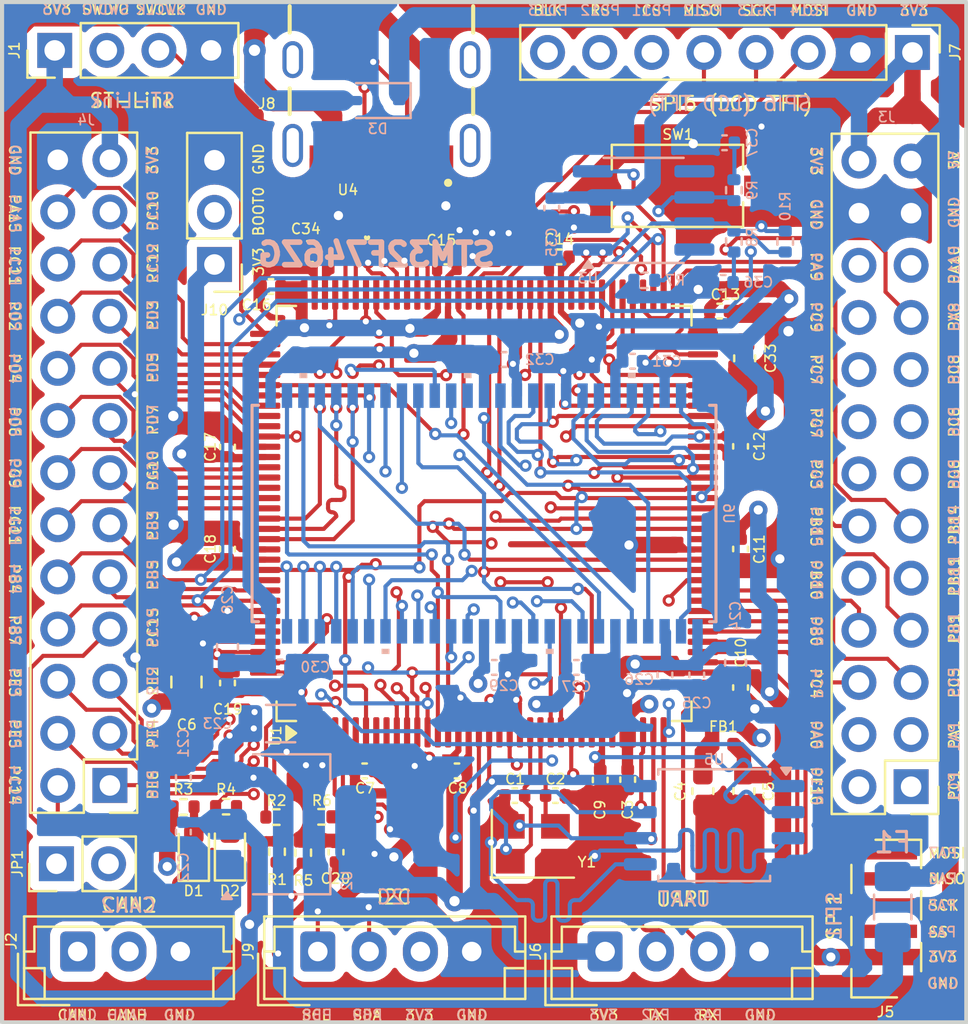
<source format=kicad_pcb>
(kicad_pcb (version 20240108) (generator "pcbnew") (generator_version "8.0")
  (title_block (title "Minimum System STM32F746ZG") (date "2024-12-20") (company "KCT Elektroteknik Unhas"))
  (layers (0 "F.Cu" signal) (1 "In1.Cu" signal) (2 "In2.Cu" signal) (31 "B.Cu" power) (34 "B.Paste" user) (35 "F.Paste" user) (36 "B.SilkS" user "B.Silkscreen") (37 "F.SilkS" user "F.Silkscreen") (38 "B.Mask" user) (39 "F.Mask" user) (44 "Edge.Cuts" user))
  (net 0 "")
  (net 1 "/GPIO16")
  (net 2 "/GPIO19")
  (net 3 "/GPIO34")
  (net 4 "/RESET")
  (net 5 "/GPIO15")
  (net 6 "Net-(C36-Pad2)")
  (net 7 "/GPIO42")
  (net 8 "+3.3V")
  (net 9 "Net-(C37-Pad2)")
  (net 10 "/GPIO22")
  (net 11 "/GPIO40")
  (net 12 "/GPIO26")
  (net 13 "/GPIO4")
  (net 14 "GND")
  (net 15 "/GPIO45")
  (net 16 "/GPIO13")
  (net 17 "/RCC_HSE_OUT")
  (net 18 "/GPIO11")
  (net 19 "/GPIO18")
  (net 20 "/GPIO27")
  (net 21 "/GPIO10")
  (net 22 "/GPIO30")
  (net 23 "/GPIO9")
  (net 24 "/CAN2_RX")
  (net 25 "/GPIO39")
  (net 26 "/SYS_SWDIO")
  (net 27 "/SYS_SWCLK")
  (net 28 "/GPIO12")
  (net 29 "+3.3VA")
  (net 30 "/GPIO7")
  (net 31 "/GPIO3")
  (net 32 "/GPIO20")
  (net 34 "/QUADSPI_BK1_NCS")
  (net 35 "/QUADSPI_BK1_IO1")
  (net 36 "/GPIO35")
  (net 37 "/QUADSPI_BK1_IO0")
  (net 38 "/RCC_HSE_IN")
  (net 39 "/GPIO36")
  (net 40 "/GPIO8")
  (net 41 "/GPIO25")
  (net 42 "/QUADSPI_CLK")
  (net 43 "/GPIO28")
  (net 44 "/QUADSPI_BK1_IO3")
  (net 45 "/QUADSPI_BK1_IO2")
  (net 46 "/SPI1_SCK")
  (net 47 "/SPI1_MISO")
  (net 48 "/GPIO46")
  (net 49 "/SPI1_NSS")
  (net 50 "/GPIO43")
  (net 51 "/SPI1_MOSI")
  (net 52 "/GPIO5")
  (net 53 "/GPIO29")
  (net 54 "/GPIO24")
  (net 55 "Net-(U1-BOOT0)")
  (net 56 "/GPIO38")
  (net 57 "/UART2_TX")
  (net 58 "/GPIO14")
  (net 59 "/UART2_RX")
  (net 60 "/GPIO1")
  (net 61 "/GPIO6")
  (net 62 "/D+")
  (net 63 "/GPIO37")
  (net 64 "/D-")
  (net 65 "/GPIO23")
  (net 66 "/CAN2_TX")
  (net 67 "/GPIO32")
  (net 68 "/GPIO33")
  (net 69 "/GPIO2")
  (net 70 "/GPIO21")
  (net 71 "/GPIO41")
  (net 72 "/GPIO44")
  (net 73 "/GPIO17")
  (net 75 "/GPIO31")
  (net 76 "Net-(U1-VCAP_1)")
  (net 77 "Net-(U1-VCAP_2)")
  (net 78 "Net-(J8-CC1)")
  (net 80 "Net-(U3-Rs)")
  (net 81 "/CAN_H")
  (net 82 "/CAN_L")
  (net 83 "Net-(J8-CC2)")
  (net 85 "Net-(D1-A)")
  (net 86 "Net-(D2-A)")
  (net 87 "VBUS")
  (net 88 "Net-(JP1-A)")
  (net 89 "/LED_BUILT_IN")
  (net 90 "/FMC_A4")
  (net 91 "/FMC_D9")
  (net 92 "/FMC_A12")
  (net 93 "/FMC_D5")
  (net 94 "/FMC_A9")
  (net 95 "/FMC_A10")
  (net 96 "/FMC_A6")
  (net 97 "/FMC_A0")
  (net 98 "/FMC_NBL0")
  (net 99 "/FMC_D7")
  (net 100 "/FMC_D10")
  (net 101 "/FMC_A11")
  (net 102 "/FMC_A1")
  (net 103 "/FMC_SDNCAS")
  (net 104 "/FMC_SDNRAS")
  (net 105 "/FMC_D3")
  (net 106 "/FMC_NBL1")
  (net 107 "/FMC_SDNWE")
  (net 108 "/FMC_D6")
  (net 109 "/FMC_D0")
  (net 110 "/FMC_A8")
  (net 111 "/FMC_D15")
  (net 112 "/FMC_D13")
  (net 113 "/FMC_D12")
  (net 114 "/FMC_D14")
  (net 115 "/FMC_D1")
  (net 116 "/FMC_D4")
  (net 117 "/FMC_SDCLK")
  (net 118 "/FMC_A2")
  (net 119 "/FMC_A5")
  (net 120 "/FMC_A3")
  (net 121 "/FMC_D11")
  (net 122 "/FMC_D2")
  (net 123 "/FMC_BA1")
  (net 124 "/FMC_SDNE")
  (net 125 "/FMC_SDCKE")
  (net 126 "/FMC_D8")
  (net 127 "/FMC_A7")
  (net 128 "/FMC_BA0")
  (net 134 "+5V")
  (net 135 "/BLK")
  (net 136 "/CS")
  (net 137 "/SPI6_MOSI")
  (net 138 "/SPI6_SCK")
  (net 139 "/RS")
  (net 140 "/SPI6_MISO")
  (net 141 "/I2C1_SDA")
  (net 142 "/I2C1_SCL")
  (net 143 "Net-(J10-Pin_2)")
  (net 144 "Net-(U2-VI)")
  (footprint "Inductor_SMD:L_0402_1005Metric" (layer "F.Cu") (at 116.64766 74.66484)
    (property "Reference" "FB1")
    (property "Value" "FerriteBead" (hide yes))
  )
  (footprint "Crystal:Crystal_SMD_3225-4Pin_3.2x2.5mm" (layer "F.Cu") (at 107.36526 79.50524)
    (property "Reference" "Y1")
    (property "Value" "25MHz" (hide yes))
  )
  (footprint "Connector_PinHeader_2.54mm:PinHeader_1x02_P2.54mm_Vertical" (layer "F.Cu") (at 84.15 80.48 90)
    (property "Reference" "JP1")
    (property "Value" "Jumper_2_Open" (hide yes))
  )
  (footprint "Capacitor_SMD:C_0402_1005Metric" (layer "F.Cu") (at 94.60526 52.35524 180)
    (property "Reference" "C16")
    (property "Value" "100n" (hide yes))
  )
  (footprint "Capacitor_SMD:C_0402_1005Metric" (layer "F.Cu") (at 103.16766 50.91484)
    (property "Reference" "C15")
    (property "Value" "100n" (hide yes))
  )
  (footprint "Resistor_SMD:R_0402_1005Metric" (layer "F.Cu") (at 94.9 79.89524 -90)
    (property "Reference" "R1")
    (property "Value" "10k" (hide yes))
  )
  (footprint "Capacitor_SMD:C_0402_1005Metric" (layer "F.Cu") (at 117.48526 60.14484 -90)
    (property "Reference" "C12")
    (property "Value" "100n" (hide yes))
  )
  (footprint "Connector_PinHeader_2.54mm:PinHeader_1x03_P2.54mm_Vertical" (layer "F.Cu") (at 91.85 51.28524 180)
    (property "Reference" "J10")
    (property "Value" "Conn_01x03_Pin" (hide yes))
  )
  (footprint "footprints:GCT_USB4105-GF-A" (layer "F.Cu") (at 99.98526 41.30524 180)
    (property "Reference" "J8")
    (property "Value" "USB4105-GF-A" (hide yes))
  )
  (footprint "footprints:UDFN10_ONS" (layer "F.Cu") (at 100.285259 48.81074 90)
    (property "Reference" "U4")
    (property "Value" "ESD7104MUTAG" (hide yes))
  )
  (footprint "Capacitor_SMD:C_0603_1608Metric" (layer "F.Cu") (at 96.51026 50.65524 180)
    (property "Reference" "C34")
    (property "Value" "2u2" (hide yes))
  )
  (footprint "Capacitor_SMD:C_0402_1005Metric" (layer "F.Cu") (at 117.48526 65.14484 -90)
    (property "Reference" "C11")
    (property "Value" "100n" (hide yes))
  )
  (footprint "Connector_PinHeader_2.54mm:PinHeader_1x04_P2.54mm_Vertical" (layer "F.Cu") (at 84.06526 40.85524 90)
    (property "Reference" "J1")
    (property "Value" "ST-Link" (hide yes))
  )
  (footprint "Connector_PinHeader_2.54mm:PinHeader_2x13_P2.54mm_Vertical" (layer "F.Cu") (at 125.79526 76.72524 180)
    (property "Reference" "J3")
    (property "Value" "Conn_02x13_Top_Bottom" (hide yes))
  )
  (footprint "Resistor_SMD:R_0402_1005Metric" (layer "F.Cu") (at 97.06526 78.19274)
    (property "Reference" "R6")
    (property "Value" "5.1k" (hide yes))
  )
  (footprint "LED_SMD:LED_0603_1608Metric" (layer "F.Cu") (at 92.60526 79.80774 90)
    (property "Reference" "D2")
    (property "Value" "GREEN LED" (hide yes))
  )
  (footprint "Capacitor_SMD:C_0402_1005Metric" (layer "F.Cu") (at 108.46526 77.15524)
    (property "Reference" "C2")
    (property "Value" "10p" (hide yes))
  )
  (footprint "Resistor_SMD:R_0402_1005Metric" (layer "F.Cu") (at 90.34526 77.71024)
    (property "Reference" "R3")
    (property "Value" "1k" (hide yes))
  )
  (footprint "Capacitor_SMD:C_0402_1005Metric" (layer "F.Cu") (at 110.64766 76.39484 -90)
    (property "Reference" "C9")
    (property "Value" "100n" (hide yes))
  )
  (footprint "Button_Switch_SMD:SW_Tactile_SPST_NO_Straight_CK_PTS636Sx25SMTRLFS" (layer "F.Cu") (at 114.41026 47.45524)
    (property "Reference" "SW1")
    (property "Value" "SW_Push" (hide yes))
  )
  (footprint "Capacitor_SMD:C_0402_1005Metric" (layer "F.Cu") (at 111.98516 76.38 -90)
    (property "Reference" "C3")
    (property "Value" "10n" (hide yes))
  )
  (footprint "Connector_PinHeader_1.27mm:PinHeader_1x06_P1.27mm_Vertical_SMD_Pin1Left" (layer "F.Cu") (at 124.58526 83.12024)
    (property "Reference" "J5")
    (property "Value" "SPI bus" (hide yes))
  )
  (footprint "Connector_PinHeader_2.54mm:PinHeader_2x13_P2.54mm_Vertical" (layer "F.Cu") (at 86.75526 76.66524 180)
    (property "Reference" "J4")
    (property "Value" "Conn_02x13_Top_Bottom" (hide yes))
  )
  (footprint "Connector_JST:JST_EH_B3B-EH-A_1x03_P2.50mm_Vertical" (layer "F.Cu") (at 85.18526 84.75524)
    (property "Reference" "J2")
    (property "Value" "CAN Bus" (hide yes))
  )
  (footprint "Connector_JST:JST_EH_B4B-EH-A_1x04_P2.50mm_Vertical" (layer "F.Cu") (at 96.88526 84.75524)
    (property "Reference" "J9")
    (property "Value" "I2C" (hide yes))
  )
  (footprint "Resistor_SMD:R_0402_1005Metric" (layer "F.Cu") (at 94.86526 78.20524 180)
    (property "Reference" "R2")
    (property "Value" "10k" (hide yes))
  )
  (footprint "Connector_PinHeader_2.54mm:PinHeader_1x08_P2.54mm_Vertical" (layer "F.Cu") (at 125.86026 40.95524 -90)
    (property "Reference" "J7")
    (property "Value" "SPI 6" (hide yes))
  )
  (footprint "Capacitor_SMD:C_0402_1005Metric" (layer "F.Cu") (at 92.48526 65.14484 90)
    (property "Reference" "C18")
    (property "Value" "100n" (hide yes))
  )
  (footprint "Capacitor_SMD:C_0402_1005Metric" (layer "F.Cu") (at 108.64766 50.91484)
    (property "Reference" "C14")
    (property "Value" "100n" (hide yes))
  )
  (footprint "Capacitor_SMD:C_0402_1005Metric" (layer "F.Cu") (at 92.48526 60.17524 90)
    (property "Reference" "C17")
    (property "Value" "100n" (hide yes))
  )
  (footprint "Capacitor_SMD:C_0805_2012Metric" (layer "F.Cu") (at 90.48526 71.62524 90)
    (property "Reference" "C6")
    (property "Value" "10u" (hide yes))
  )
  (footprint "Capacitor_SMD:C_0402_1005Metric" (layer "F.Cu") (at 117.48516 71.89484 -90)
    (property "Reference" "C10")
    (property "Value" "100n" (hide yes))
  )
  (footprint "LED_SMD:LED_0603_1608Metric" (layer "F.Cu") (at 90.84526 79.82774 90)
    (property "Reference" "D1")
    (property "Value" "RED LED" (hide yes))
  )
  (footprint "Capacitor_SMD:C_0402_1005Metric" (layer "F.Cu") (at 99.16766 75.95524)
    (property "Reference" "C7")
    (property "Value" "100n" (hide yes))
  )
  (footprint "Capacitor_SMD:C_0603_1608Metric" (layer "F.Cu") (at 117.68526 55.85524 -90)
    (property "Reference" "C33")
    (property "Value" "2u2" (hide yes))
  )
  (footprint "Connector_JST:JST_EH_B4B-EH-A_1x04_P2.50mm_Vertical" (layer "F.Cu") (at 110.88526 84.75524)
    (property "Reference" "J6")
    (property "Value" "UART Bus" (hide yes))
  )
  (footprint "Resistor_SMD:R_0402_1005Metric" (layer "F.Cu") (at 92.41526 77.69524)
    (property "Reference" "R4")
    (property "Value" "1k" (hide yes))
  )
  (footprint "Capacitor_SMD:C_0402_1005Metric" (layer "F.Cu") (at 103.66766 75.95524 180)
    (property "Reference" "C8")
    (property "Value" "100n" (hide yes))
  )
  (footprint "Capacitor_SMD:C_0402_1005Metric" (layer "F.Cu") (at 92.48526 71.67524 90)
    (property "Reference" "C19")
    (property "Value" "100n" (hide yes))
  )
  (footprint "Package_QFP:LQFP-144_20x20mm_P0.5mm" (layer "F.Cu") (at 104.98516 63.41484 90)
    (property "Reference" "U1")
    (property "Value" "STM32F746ZGTx" (hide yes))
  )
  (footprint "Resistor_SMD:R_0402_1005Metric" (layer "F.Cu") (at 96.17526 79.94 90)
    (property "Reference" "R5")
    (property "Value" "5.1k" (hide yes))
  )
  (footprint "Capacitor_SMD:C_0402_1005Metric" (layer "F.Cu") (at 97.77526 79.91524 90)
    (property "Reference" "C20")
    (property "Value" "100n" (hide yes))
  )
  (footprint "Capacitor_SMD:C_0603_1608Metric" (layer "F.Cu") (at 117.64766 76.93984 -90)
    (property "Reference" "C5")
    (property "Value" "1u" (hide yes))
  )
  (footprint "Capacitor_SMD:C_0402_1005Metric" (layer "F.Cu") (at 106.48526 77.15524 180)
    (property "Reference" "C1")
    (property "Value" "10p" (hide yes))
  )
  (footprint "Capacitor_SMD:C_0603_1608Metric" (layer "F.Cu") (at 115.64766 76.93984 -90)
    (property "Reference" "C4")
    (property "Value" "1u" (hide yes))
  )
  (footprint "Capacitor_SMD:C_0402_1005Metric" (layer "F.Cu") (at 116.46516 53.55524)
    (property "Reference" "C13")
    (property "Value" "100n" (hide yes))
  )
  (footprint "Package_SO:SOIC-8_5.23x5.23mm_P1.27mm" (layer "B.Cu") (at 116.2 78.6 180)
    (property "Reference" "U5")
    (property "Value" "W25Q32JVSS" (hide yes))
  )
  (footprint "Capacitor_SMD:C_0402_1005Metric" (layer "B.Cu") (at 108.28526 48.53524 -90)
    (property "Reference" "C35")
    (property "Value" "0.1u" (hide yes))
  )
  (footprint "Capacitor_SMD:C_0402_1005Metric" (layer "B.Cu") (at 109.48516 70.91484 180)
    (property "Reference" "C27")
    (property "Value" "100n" (hide yes))
  )
  (footprint "Capacitor_SMD:C_0603_1608Metric" (layer "B.Cu") (at 117.24476 70.68984 -90)
    (property "Reference" "C24")
    (property "Value" "2u2" (hide yes))
  )
  (footprint "Resistor_SMD:R_0402_1005Metric" (layer "B.Cu") (at 117.16026 50.16524 -90)
    (property "Reference" "R8")
    (property "Value" "100" (hide yes))
  )
  (footprint "Capacitor_SMD:C_0402_1005Metric" (layer "B.Cu") (at 105.48516 70.91434 180)
    (property "Reference" "C29")
    (property "Value" "100n" (hide yes))
  )
  (footprint "Package_SO:SOIC-8_3.9x4.9mm_P1.27mm" (layer "B.Cu") (at 112.76026 48.65024)
    (property "Reference" "U3")
    (property "Value" "MCP2551-I-SN" (hide yes))
  )
  (footprint "Capacitor_SMD:C_0402_1005Metric" (layer "B.Cu") (at 115.35 71.28 -90)
    (property "Reference" "C25")
    (property "Value" "100n" (hide yes))
  )
  (footprint "footprints:SMT_5G6KH-6_WIN" (layer "B.Cu") (at 104.98516 63.41484 90)
    (property "Reference" "U6")
    (property "Value" "W9825G6KH-6" (hide yes))
  )
  (footprint "Capacitor_SMD:C_0402_1005Metric" (layer "B.Cu") (at 90.33526 78.93524 -90)
    (property "Reference" "C22")
    (property "Value" "100n" (hide yes))
  )
  (footprint "Fuse:Fuse_1206_3216Metric_Pad1.42x1.75mm_HandSolder" (layer "B.Cu") (at 124.9 82.5875 -90)
    (property "Reference" "F1")
    (property "Value" "Fuse" (hide yes))
  )
  (footprint "Capacitor_SMD:C_0402_1005Metric" (layer "B.Cu") (at 116.70526 45.35524)
    (property "Reference" "C37")
    (property "Value" "560p" (hide yes))
  )
  (footprint "Diode_SMD:D_SOD-323" (layer "B.Cu") (at 99.8 43.3 180)
    (property "Reference" "D3")
    (property "Value" "D" (hide yes))
  )
  (footprint "Capacitor_SMD:C_0603_1608Metric" (layer "B.Cu") (at 92.48516 69.91484 90)
    (property "Reference" "C28")
    (property "Value" "2u2" (hide yes))
  )
  (footprint "Capacitor_SMD:C_0402_1005Metric" (layer "B.Cu") (at 116.64026 52.15524)
    (property "Reference" "C36")
    (property "Value" "560p" (hide yes))
  )
  (footprint "Resistor_SMD:R_0402_1005Metric" (layer "B.Cu") (at 112.79526 52.05524 180)
    (property "Reference" "R7")
    (property "Value" "4k7" (hide yes))
  )
  (footprint "Resistor_SMD:R_0402_1005Metric" (layer "B.Cu") (at 117.16026 47.66524 90)
    (property "Reference" "R9")
    (property "Value" "100" (hide yes))
  )
  (footprint "Capacitor_SMD:C_1206_3216Metric" (layer "B.Cu") (at 95.075 73.65)
    (property "Reference" "C23")
    (property "Value" "47u" (hide yes))
  )
  (footprint "Package_TO_SOT_SMD:SOT-223-3_TabPin2" (layer "B.Cu") (at 95.58526 78.55524)
    (property "Reference" "U2")
    (property "Value" "AMS1117-3.3" (hide yes))
  )
  (footprint "Capacitor_SMD:C_0402_1005Metric" (layer "B.Cu") (at 112.22476 56)
    (property "Reference" "C31")
    (property "Value" "100n" (hide yes))
  )
  (footprint "Capacitor_SMD:C_0402_1005Metric" (layer "B.Cu") (at 90.33526 76.27524 90)
    (property "Reference" "C21")
    (property "Value" "100n" (hide yes))
  )
  (footprint "Capacitor_SMD:C_0402_1005Metric" (layer "B.Cu") (at 95.05 70.9 180)
    (property "Reference" "C30")
    (property "Value" "100n" (hide yes))
  )
  (footprint "Capacitor_SMD:C_0402_1005Metric" (layer "B.Cu") (at 105.96516 55.91484)
    (property "Reference" "C32")
    (property "Value" "100n" (hide yes))
  )
  (footprint "Resistor_SMD:R_0402_1005Metric" (layer "B.Cu") (at 119.66026 50.16524 -90)
    (property "Reference" "R10")
    (property "Value" "120" (hide yes))
  )
  (footprint "Capacitor_SMD:C_0402_1005Metric" (layer "B.Cu") (at 113.8 71.28 90)
    (property "Reference" "C26")
    (property "Value" "100n" (hide yes))
  )
  (gr_poly (pts (xy 115.87 53.76) (xy 115.72 54.06) (xy 116.22 54.06) (xy 116.07 53.76)) (stroke (width 0.2)) (fill solid) (layer "F.Cu") (net 8))
  (gr_rect (start 115.05 54.05) (end 116.25 54.7) (stroke (width 0.2)) (fill solid) (layer "F.Cu") (net 8))
  (gr_poly (pts (xy 104 75.9) (xy 104 75.4) (xy 104.2 75.15) (xy 104.2 75.9)) (stroke (width 0.2)) (fill solid) (layer "F.Cu") (net 8))
  (gr_rect (start 94.65 51.3) (end 96.65 51.65) (stroke (width 0.2)) (fill solid) (layer "F.Cu") (net 14))
  (gr_rect (start 116.7 72.05) (end 117.1 72.55) (stroke (width 0.2)) (fill solid) (layer "F.Cu") (net 14))
  (gr_poly (pts (xy 102.57 54.24) (xy 102.57 53.74) (xy 102.34 53.79) (xy 102.13 54.12)) (stroke (width 0.2)) (fill solid) (layer "F.Cu") (net 8))
  (gr_poly (pts (xy 117.95 72.95) (xy 117.5 72.55) (xy 117.5 72.25) (xy 117.9 72.25)) (stroke (width 0.2)) (fill solid) (layer "F.Cu") (net 14))
  (gr_rect (start 102.97 46.3) (end 103.38 47.44) (stroke (width 0.2)) (fill solid) (layer "F.Cu") (net 14))
  (gr_poly (pts (xy 97.1 51.25) (xy 96.95 51.05) (xy 96.95 50.85) (xy 97.3 50.85) (xy 97.3 51.25)) (stroke (width 0.2)) (fill solid) (layer "F.Cu") (net 77))
  (gr_rect (start 94.85 51) (end 96.25 51.35) (stroke (width 0.2)) (fill solid) (layer "F.Cu") (net 14))
  (gr_poly (pts (xy 109.65 77.45) (xy 109.55 77.35) (xy 109.55 77.1) (xy 110.45 77.1) (xy 110.45 77.3) (xy 110.3 77.45)) (stroke (width 0.2)) (fill solid) (layer "F.Cu") (net 14))
  (gr_rect (start 96.58 46.215) (end 96.99 47.135) (stroke (width 0.2)) (fill solid) (layer "F.Cu") (net 14))
  (gr_poly (pts (xy 103.18 53.36) (xy 103.28 53.36) (xy 103.28 53.79) (xy 103.52 54.12) (xy 103.05 54.12) (xy 103.17 54)) (stroke (width 0.2)) (fill solid) (layer "F.Cu") (net 14))
  (gr_rect (start 104.16 86.3) (end 104.71 86.4) (stroke (width 0.2)) (fill none) (layer "F.Cu") (net 14))
  (gr_poly (pts (xy 118.8 47) (xy 118.5 46.7) (xy 118.5 47)) (stroke (width 0.2)) (fill solid) (layer "F.Cu") (net 4))
  (gr_poly (pts (xy 102.04 47.75) (xy 101.62 47.75) (xy 101.54 47.71) (xy 100.37 47.71) (xy 100.28 47.76) (xy 100.87 47.15) (xy 101.79 47.15) (xy 102.04 47.15)) (stroke (width 0.2)) (fill solid) (layer "F.Cu") (net 14))
  (gr_poly (pts (xy 114.8 65.1) (xy 114.6 64.9) (xy 114.6 64.65) (xy 114.15 64.65) (xy 114.15 65.1)) (stroke (width 0.2)) (fill solid) (layer "F.Cu") (net 14))
  (gr_poly (pts (xy 94.85 48.5) (xy 95.6 49.25) (xy 95.65 48.45)) (stroke (width 0.2)) (fill solid) (layer "F.Cu") (net 14))
  (gr_poly (pts (xy 94.95 82.5) (xy 95.35 82.9) (xy 94.95 82.9)) (stroke (width 0.2)) (fill solid) (layer "F.Cu") (net 4))
  (gr_rect (start 91.7 64.5) (end 92.3 64.85) (stroke (width 0.2)) (fill solid) (layer "F.Cu") (net 14))
  (gr_poly (pts (xy 102.1 80.7) (xy 101.4 81.45) (xy 102.1 81.45)) (stroke (width 0.2)) (fill solid) (layer "F.Cu") (net 14))
  (gr_poly (pts (xy 117.7 59.8) (xy 117.95 59.55) (xy 117.55 59.15) (xy 117.3 59.5) (xy 117.3 59.8)) (stroke (width 0.2)) (fill solid) (layer "F.Cu") (net 8))
  (gr_poly (pts (xy 102.5 77.65) (xy 102.85 77.3) (xy 102.5 77.3)) (stroke (width 0.2)) (fill solid) (layer "F.Cu") (net 14))
  (gr_rect (start 116.7 59.5) (end 117.35 59.8) (stroke (width 0.2)) (fill solid) (layer "F.Cu") (net 8))
  (gr_rect (start 104.2 74.75) (end 104.3 75.8) (stroke (width 0.2)) (fill solid) (layer "F.Cu") (net 8))
  (gr_poly (pts (xy 96.8 79.05) (xy 96.6 79.3) (xy 97.3 79.3) (xy 97.1 79.05)) (stroke (width 0.2)) (fill solid) (layer "F.Cu") (net 14))
  (gr_poly (pts (xy 109.65 53.8) (xy 109.05 53.8) (xy 109.05 53.95) (xy 109.3 54.2) (xy 109.65 54.25)) (stroke (width 0.2)) (fill solid) (layer "F.Cu") (net 14))
  (gr_rect (start 102.18 44.25) (end 102.59 45.6) (stroke (width 0.2)) (fill solid) (layer "F.Cu") (net 87))
  (gr_rect (start 108 51) (end 108.3 51.7) (stroke (width 0.2)) (fill solid) (layer "F.Cu") (net 8))
  (gr_poly (pts (xy 92.2 59.85) (xy 91.5 59.15) (xy 91.5 58.55) (xy 92.15 58.55) (xy 92.35 58.75) (xy 92.65 59.05) (xy 92.65 59.85)) (stroke (width 0.2)) (fill solid) (layer "F.Cu") (net 14))
  (gr_poly (pts (xy 114.7 71.25) (xy 114.05 71.25) (xy 113.75 71.05) (xy 113.75 70.45) (xy 114.35 70.45) (xy 114.65 71.1) (xy 114.7 71.1)) (stroke (width 0.2)) (fill solid) (layer "F.Cu") (net 8))
  (gr_rect (start 91.8 65.45) (end 92.4 65.8) (stroke (width 0.2)) (fill solid) (layer "F.Cu") (net 8))
  (gr_poly (pts (xy 92.7 60.5) (xy 92.8 60.6) (xy 92.7 60.6)) (stroke (width 0.2)) (fill solid) (layer "F.Cu") (net 8))
  (gr_rect (start 117.3 65.45) (end 119.55 65.8) (stroke (width 0.2)) (fill solid) (layer "F.Cu") (net 14))
  (gr_poly (pts (xy 100.65 77.2) (xy 99.05 77.2) (xy 98.55 76.75) (xy 98.55 76.4) (xy 98.85 76.4) (xy 99.4 76.9) (xy 100.65 76.9)) (stroke (width 0.2)) (fill solid) (layer "F.Cu") (net 8))
  (gr_poly (pts (xy 93.3 65.7) (xy 93.15 66.1) (xy 91.65 66.1) (xy 91.8 65.7)) (stroke (width 0.2)) (fill solid) (layer "F.Cu") (net 8))
  (gr_poly (pts (xy 95.89 48.78) (xy 97.34 48.78) (xy 97.34 47.98) (xy 96.48 47.75) (xy 95.89 48.28)) (stroke (width 0.2)) (fill solid) (layer "F.Cu") (net 14))
  (gr_rect (start 98.55 76.05) (end 98.85 76.65) (stroke (width 0.2)) (fill solid) (layer "F.Cu") (net 8))
  (gr_poly (pts (xy 99.79 47.15) (xy 99.93 47.04) (xy 99.93 46.98) (xy 99.79 46.87)) (stroke (width 0.2)) (fill solid) (layer "F.Cu") (net 64))
  (gr_poly (pts (xy 96.29 53.32) (xy 96.29 54.29) (xy 95.91 54.3) (xy 95.91 53.5) (xy 95.56 53.09) (xy 96.29 53.09)) (stroke (width 0.2)) (fill solid) (layer "F.Cu") (net 8))
  (gr_poly (pts (xy 116.55 65.15) (xy 116.85 65.15) (xy 117.15 65.4) (xy 117 65.55)) (stroke (width 0.2)) (fill solid) (layer "F.Cu") (net 14))
  (gr_poly (pts (xy 117.35 74.5) (xy 117.9 75.05) (xy 117.9 75.6) (xy 117.4 75.6) (xy 117.4 75.3) (xy 116.95 74.85)) (stroke (width 0.2)) (fill solid) (layer "F.Cu") (net 8))
  (gr_poly (pts (xy 109.2 51.15) (xy 108.8 51.6) (xy 108.7 51.6) (xy 108.75 51.25)) (stroke (width 0.2)) (fill solid) (layer "F.Cu") (net 14))
  (gr_rect (start 111.7 73.45) (end 112.25 74.7) (stroke (width 0.2)) (fill solid) (layer "F.Cu") (net 29))
  (gr_poly (pts (xy 102.37 47.76) (xy 102.77 48.3) (xy 103.42 48.31) (xy 103.92 47.71) (xy 103.68 47.14) (xy 103.38 46.78) (xy 102.95 46.78) (xy 102.62 47.12) (xy 102.62 47.77)) (stroke (width 0.2)) (fill solid) (layer "F.Cu") (net 14))
  (gr_poly (pts (xy 93.35 72.15) (xy 93.15 72) (xy 93.15 72.3) (xy 93.35 72.2)) (stroke (width 0.2)) (fill solid) (layer "F.Cu") (net 8))
  (gr_poly (pts (xy 102.85 76.35) (xy 102.85 77.3) (xy 101.75 77.3) (xy 100.8 76.35)) (stroke (width 0.2)) (fill solid) (layer "F.Cu") (net 14))
  (gr_poly (pts (xy 91.25 71.5) (xy 90.85 71.1) (xy 92.15 71.1) (xy 91.75 71.5)) (stroke (width 0.2)) (fill solid) (layer "F.Cu") (net 14))
  (gr_poly (pts (xy 102.7 51.9) (xy 102.55 51.7) (xy 102.7 51.7)) (stroke (width 0.2)) (fill solid) (layer "F.Cu") (net 8))
  (gr_poly (pts (xy 108.45 85.58) (xy 109.61 86.88) (xy 107.1 86.88)) (stroke (width 0.2)) (fill solid) (layer "F.Cu") (net 14))
  (gr_poly (pts (xy 108.95 80.85) (xy 108.8 81.05) (xy 108.8 80.85)) (stroke (width 0.2)) (fill solid) (layer "F.Cu") (net 14))
  (gr_rect (start 117.65 71.25) (end 118.2 71.55) (stroke (width 0.2)) (fill solid) (layer "F.Cu") (net 8))
  (gr_rect (start 116.7 54.75) (end 117.35 55.35) (stroke (width 0.2)) (fill solid) (layer "F.Cu") (net 76))
  (gr_poly (pts (xy 102.68 53.35) (xy 102.68 53.49) (xy 102.05 53.99) (xy 102.53 53.99) (xy 102.79 53.6) (xy 102.79 53.35)) (stroke (width 0.2)) (fill solid) (layer "F.Cu") (net 8))
  (gr_poly (pts (xy 118.05 73.8) (xy 117.65 73.45) (xy 117.25 73.9) (xy 117.7 74.25)) (stroke (width 0.2)) (fill solid) (layer "F.Cu") (net 29))
  (gr_poly (pts (xy 116.35 74.5) (xy 116.35 73.15) (xy 116.1 73.15) (xy 115.95 73.25) (xy 115.85 73.45) (xy 115.85 74.05) (xy 115.85 74.5)) (stroke (width 0.2)) (fill solid) (layer "F.Cu") (net 29))
  (gr_poly (pts (xy 94.91 52.27) (xy 94.91 53.14) (xy 95.93 53.14) (xy 96.18 53.39) (xy 96.15 52.15) (xy 96.05 52.2) (xy 95.43 52.2) (xy 95.27 52.2)) (stroke (width 0.2)) (fill solid) (layer "F.Cu") (net 8))
  (gr_poly (pts (xy 96.48 51.67) (xy 96.68 51.87) (xy 96.68 51.67)) (stroke (width 0.2)) (fill solid) (layer "F.Cu") (net 14))
  (gr_poly (pts (xy 108 80.85) (xy 108.15 81.05) (xy 108.15 80.85)) (stroke (width 0.2)) (fill solid) (layer "F.Cu") (net 14))
  (gr_poly (pts (xy 115.95 75.3) (xy 116.3 74.9) (xy 116.3 74.3) (xy 115.85 74.3) (xy 115.35 74.95) (xy 115.35 75.4)) (stroke (width 0.2)) (fill solid) (layer "F.Cu") (net 29))
  (gr_poly (pts (xy 96.78 52.13) (xy 96.78 51.87) (xy 96.68 51.87) (xy 96.68 52.13)) (stroke (width 0.2)) (fill solid) (layer "F.Cu") (net 14))
  (gr_poly (pts (xy 116.55 71.65) (xy 117.15 72.1) (xy 116.9 72.25) (xy 116.7 72.05)) (stroke (width 0.2)) (fill solid) (layer "F.Cu") (net 14))
  (gr_rect (start 116.85 71.1) (end 118.35 71.3) (stroke (width 0.2)) (fill solid) (layer "F.Cu") (net 8))
  (gr_rect (start 114.25 65.05) (end 115.25 65.3) (stroke (width 0.05)) (fill solid) (layer "F.Cu") (net 14))
  (gr_rect (start 103.05 75.25) (end 103.35 75.75) (stroke (width 0.2)) (fill solid) (layer "F.Cu") (net 14))
  (gr_rect (start 103.5 51.1) (end 103.8 51.7) (stroke (width 0.2)) (fill none) (layer "F.Cu") (net 14))
  (gr_poly (pts (xy 112.15 73.384682) (xy 112.7 72.834682) (xy 112.85 72.4) (xy 112.5 72.634682) (xy 111.75 73.184682) (xy 111.75 73.384682)) (stroke (width 0.2)) (fill solid) (layer "F.Cu") (net 29))
  (gr_rect (start 97.385 44.47) (end 97.795 45.82) (stroke (width 0.2)) (fill solid) (layer "F.Cu") (net 87))
  (gr_poly (pts (xy 93.55 79.85) (xy 93.55 79.25) (xy 94.35 79.25) (xy 94.35 79.6) (xy 93.9 79.6) (xy 93.9 79.85)) (stroke (width 0.2)) (fill solid) (layer "F.Cu") (net 8))
  (gr_rect (start 92.7 60.55) (end 93.85 60.8) (stroke (width 0.05)) (fill solid) (layer "F.Cu") (net 8))
  (gr_rect (start 111.8 74.65) (end 112.15 75.8) (stroke (width 0.2)) (fill solid) (layer "F.Cu") (net 29))
  (gr_rect (start 102.55 51.05) (end 102.85 51.7) (stroke (width 0.2)) (fill solid) (layer "F.Cu") (net 8))
  (gr_poly (pts (xy 92.65 59.8) (xy 92.95 60.2) (xy 93.2 60.2) (xy 93.2 59.6) (xy 92.65 59.05)) (stroke (width 0.2)) (fill solid) (layer "F.Cu") (net 14))
  (gr_rect (start 116.8 53.35) (end 117.6 53.75) (stroke (width 0.2)) (fill solid) (layer "F.Cu") (net 14))
  (gr_rect (start 97.2 51) (end 97.6 51.65) (stroke (width 0.2)) (fill solid) (layer "F.Cu") (net 77))
  (gr_poly (pts (xy 116.857216 52.2) (xy 116.207216 52.2) (xy 116.207216 53.1) (xy 116.457216 53.1)) (stroke (width 0.2)) (fill solid) (layer "F.Cu") (net 8))
  (gr_poly (pts (xy 116.65 64.65) (xy 116.75 64.75) (xy 116.75 64.65)) (stroke (width 0.2)) (fill solid) (layer "F.Cu") (net 8))
  (gr_rect (start 123.15 48.5) (end 126.15 49.1) (stroke (width 0.2)) (fill solid) (layer "F.Cu") (net 14))
  (gr_rect (start 93.15 60.15) (end 93.5 60.2) (stroke (width 0.2)) (fill none) (layer "F.Cu") (net 14))
  (gr_poly (pts (xy 97.55 51.65) (xy 97.25 51.9) (xy 97.25 51.65)) (stroke (width 0.2)) (fill solid) (layer "F.Cu") (net 77))
  (gr_poly (pts (xy 119.7 86.16) (xy 118.49 84.68) (xy 117.08 85.92) (xy 119.7 86.18)) (stroke (width 0.2)) (fill solid) (layer "F.Cu") (net 14))
  (gr_poly (pts (xy 92.65 60.55) (xy 93.45 60.55) (xy 93.55 60.65) (xy 93.55 60.75) (xy 93.4 60.9) (xy 92.65 60.9)) (stroke (width 0.05)) (fill solid) (layer "F.Cu") (net 8))
  (gr_poly (pts (xy 111.85 74.9) (xy 111.75 74.75) (xy 112.2 74.75) (xy 112.1 74.9)) (stroke (width 0.2)) (fill solid) (layer "F.Cu") (net 29))
  (gr_poly (pts (xy 108.25 53.75) (xy 108.85 54.4) (xy 108.85 54.95) (xy 108.4 54.65) (xy 108.2 53.75)) (stroke (width 0.2)) (fill solid) (layer "F.Cu") (net 8))
  (gr_poly (pts (xy 106.96 82.31) (xy 108.26 81.15) (xy 108.26 83.66)) (stroke (width 0.2)) (fill solid) (layer "F.Cu") (net 14))
  (gr_poly (pts (xy 117.3 65.45) (xy 116.75 65.45) (xy 116.75 65.8) (xy 117.1 65.8) (xy 117.3 65.8)) (stroke (width 0.2)) (fill solid) (layer "F.Cu") (net 14))
  (gr_rect (start 116.75 64.6) (end 117.3 64.75) (stroke (width 0.2)) (fill solid) (layer "F.Cu") (net 8))
  (gr_poly (pts (xy 110.75 73.15) (xy 110.75 72.25) (xy 111.55 71.6) (xy 111.05 71.2) (xy 110.65 71.6) (xy 110.65 72.05) (xy 110.65 73.15)) (stroke (width 0.2)) (fill solid) (layer "F.Cu") (net 8))
  (gr_poly (pts (xy 94.9 82.85) (xy 95.85 82.85) (xy 94.9 83.85)) (stroke (width 0.2)) (fill solid) (layer "F.Cu") (net 4))
  (gr_poly (pts (xy 117.3 72.2) (xy 117.1 72.05) (xy 117.1 72.55) (xy 117.3 72.55)) (stroke (width 0.2)) (fill solid) (layer "F.Cu") (net 14))
  (gr_poly (pts (xy 116.45 55.15) (xy 116.7 55.35) (xy 116.7 55.05)) (stroke (width 0.2)) (fill solid) (layer "F.Cu") (net 76))
  (gr_poly (pts (xy 91.8 60.25) (xy 92.2 60.5) (xy 92.2 60.8) (xy 91.8 60.8)) (stroke (width 0.2)) (fill solid) (layer "F.Cu") (net 8))
  (gr_poly (pts (xy 103.35 75.6) (xy 103.65 75.3) (xy 103.65 75.15) (xy 103.5 75.15) (xy 103.4 75.25)) (stroke (width 0.2)) (fill solid) (layer "F.Cu") (net 14))
  (gr_rect (start 92.6 72) (end 93.2 72.3) (stroke (width 0.2)) (fill solid) (layer "F.Cu") (net 8))
  (gr_rect (start 110.45 75.1) (end 110.75 75.8) (stroke (width 0.2)) (fill solid) (layer "F.Cu") (net 8))
  (gr_poly (pts (xy 116.7 60.2) (xy 116.95 60.2) (xy 117.6 60.75) (xy 116.7 60.75)) (stroke (width 0.2)) (fill solid) (layer "F.Cu") (net 14))
  (gr_rect (start 112.4 72.85) (end 113.15 73) (stroke (width 0.2)) (fill solid) (layer "F.Cu") (net 29))
  (gr_rect (start 97.85 79.25) (end 98.35 79.6) (stroke (width 0.2)) (fill solid) (layer "F.Cu") (net 14))
  (gr_poly (pts (xy 108 51.7) (xy 108.15 51.85) (xy 108.15 51.7)) (stroke (width 0.2)) (fill solid) (layer "F.Cu") (net 8))
  (gr_poly (pts (xy 116.55 59.6) (xy 116.7 59.5) (xy 116.7 59.8) (xy 116.55 59.7)) (stroke (width 0.2)) (fill solid) (layer "F.Cu") (net 8))
  (gr_poly (pts (xy 98.55 75.85) (xy 98.7 75.5) (xy 98.75 75.5) (xy 98.75 75.85)) (stroke (width 0.2)) (fill solid) (layer "F.Cu") (net 8))
  (gr_poly (pts (xy 117.65 64.5) (xy 117.65 64.2) (xy 118.35 63.5) (xy 118.1 63.25) (xy 117.3 64.05) (xy 117.3 64.5)) (stroke (width 0.2)) (fill solid) (layer "F.Cu") (net 8))
  (gr_poly (pts (xy 116.7 54.9) (xy 116.45 55.15) (xy 116.8 55.15)) (stroke (width 0.2)) (fill solid) (layer "F.Cu") (net 76))
  (gr_poly (pts (xy 105.75 78.15) (xy 105.85 77.95) (xy 106.15 77.95) (xy 106.3 78.15)) (stroke (width 0.2)) (fill solid) (layer "F.Cu") (net 14))
  (gr_poly (pts (xy 116.664 71.15) (xy 116.864 71.3) (xy 116.864 71.15)) (stroke (width 0.2)) (fill solid) (layer "F.Cu") (net 8))
  (gr_poly (pts (xy 110.5 75.15) (xy 110.7 74.95) (xy 110.7 75.15)) (stroke (width 0.2)) (fill solid) (layer "F.Cu") (net 8))
  (gr_poly (pts (xy 89.7 78.1) (xy 89.25 78.6) (xy 89.25 79) (xy 89.85 79) (xy 89.85 78.1)) (stroke (width 0.2)) (fill solid) (layer "F.Cu") (net 8))
  (gr_poly (pts (xy 117.98 60.85) (xy 118.2 61.01) (xy 119.24 61.01) (xy 119.88 61.52) (xy 119.88 59.79) (xy 119.22 60.25) (xy 118.2 60.25) (xy 117.98 60.43)) (stroke (width 0.2)) (fill solid) (layer "F.Cu") (net 14))
  (gr_poly (pts (xy 93.6 65.2) (xy 93.1 65.2) (xy 92.65 64.8) (xy 92.65 64.5) (xy 92.9 64.5)) (stroke (width 0.2)) (fill solid) (layer "F.Cu") (net 14))
  (gr_poly (pts (xy 103.25 77) (xy 103.25 76.6) (xy 103.75 76.6) (xy 104 76.45) (xy 104 76.15) (xy 104.3 76.15) (xy 104.3 76.7) (xy 103.9 77.05)) (stroke (width 0.2)) (fill solid) (layer "F.Cu") (net 8))
  (gr_poly (pts (xy 103.8 77.55) (xy 104.3 76.7) (xy 103.8 76.7)) (stroke (width 0.2)) (fill solid) (layer "F.Cu") (net 8))
  (gr_poly (pts (xy 118.4 46.75) (xy 118.05 47.1) (xy 118.4 47.1)) (stroke (width 0.2)) (fill solid) (layer "F.Cu") (net 4))
  (gr_poly (pts (xy 91.19 78.31) (xy 91.68 77.94) (xy 91.63 79.14) (xy 91.19 78.66)) (stroke (width 0.2)) (fill solid) (layer "B.Cu") (net 8))
  (gr_poly (pts (xy 99.65 79.35) (xy 100.1 79.8) (xy 100.1 80.1) (xy 99.65 80.1) (xy 99.65 79.4)) (stroke (width 0.2)) (fill solid) (layer "B.Cu") (net 8))
  (gr_poly (pts (xy 98.85 43.2) (xy 98.6 43.2) (xy 98.3 42.95) (xy 98.3 43.65) (xy 98.6 43.4) (xy 98.85 43.4)) (stroke (width 0.2)) (fill solid) (layer "B.Cu") (net 87))
  (gr_poly (pts (xy 111.9 56.1) (xy 111.9 55.6) (xy 112.2 55.35) (xy 112.2 54.75) (xy 111.7 54.75) (xy 111.55 54.95) (xy 111.55 56.1)) (stroke (width 0.2)) (fill solid) (layer "B.Cu") (net 8))
  (gr_rect (start 115.25 44.05) (end 116.25 44.9) (stroke (width 0.2)) (fill solid) (layer "B.Cu") (net 14))
  (gr_poly (pts (xy 108.36 48.28) (xy 108.86 48.28) (xy 108.89 48.26) (xy 109.53 48.26) (xy 109.53 47.77) (xy 108.93 47.77) (xy 108.87 47.83) (xy 108.36 47.83)) (stroke (width 0.1)) (fill solid) (layer "B.Cu") (net 8))
  (gr_poly (pts (xy 118 54.95) (xy 118 56.15) (xy 117.6 56.15) (xy 117.05 55.45)) (stroke (width 0.2)) (fill solid) (layer "B.Cu") (net 8))
  (gr_poly (pts (xy 109.57 49.09) (xy 108.74 49.09) (xy 108.5 48.84) (xy 107.53 48.84) (xy 107.54 49.48) (xy 109.58 49.48)) (stroke (width 0.2)) (fill solid) (layer "B.Cu") (net 14))
  (gr_poly (pts (xy 116.35 55.2) (xy 117.8 56.6) (xy 117.45 55.35)) (stroke (width 0.2)) (fill solid) (layer "B.Cu") (net 8))
  (gr_poly (pts (xy 127.57 45.15) (xy 127.47 47.39) (xy 126.32 46.74) (xy 126.3 45.77)) (stroke (width 0.2)) (fill solid) (layer "B.Cu") (net 134))
  (gr_poly (pts (xy 120.71 49.94) (xy 120.71 47.97) (xy 121.22 47.97) (xy 121.22 49.93)) (stroke (width 0.2)) (fill solid) (layer "B.Cu") (net 14))
  (gr_poly (pts (xy 119.8 54.5) (xy 121.3 53.5) (xy 121.31 55.92)) (stroke (width 0.2)) (fill solid) (layer "B.Cu") (net 14))
  (gr_poly (pts (xy 115.5 45.2) (xy 115.75 44.95) (xy 115.5 44.95)) (stroke (width 0.2)) (fill solid) (layer "B.Cu") (net 14))
  (gr_poly (pts (xy 112 76.85) (xy 111.6 76.45) (xy 112 76.45)) (stroke (width 0.2)) (fill solid) (layer "B.Cu") (net 8))
  (gr_poly (pts (xy 94.45 70.1) (xy 94.15 70.4) (xy 94.45 70.4)) (stroke (width 0.2)) (fill solid) (layer "B.Cu") (net 8))
  (gr_poly (pts (xy 117.85 72.7) (xy 117.45 72.3) (xy 117.4 73)) (stroke (width 0.2)) (fill solid) (layer "B.Cu") (net 14))
  (gr_poly (pts (xy 120.8 80.4) (xy 121.1 80.05) (xy 121.1 81) (xy 120.8 80.65)) (stroke (width 0.2)) (fill solid) (layer "B.Cu") (net 14))
  (gr_poly (pts (xy 120.05 51.61) (xy 120.86 50.85) (xy 120.86 52.5)) (stroke (width 0.2)) (fill solid) (layer "B.Cu") (net 14))
  (gr_poly (pts (xy 91.55 76.25) (xy 91.2 76.6) (xy 91.55 76.6)) (stroke (width 0.2)) (fill solid) (layer "B.Cu") (net 144))
  (gr_poly (pts (xy 115 70.65) (xy 115.25 70.4) (xy 115.25 70.75)) (stroke (width 0.2)) (fill solid) (layer "B.Cu") (net 8))
  (gr_rect (start 108.85 71.1) (end 109.15 71.65) (stroke (width 0.2)) (fill solid) (layer "B.Cu") (net 8))
  (gr_poly (pts (xy 104.66 55.94) (xy 104.96 56.24) (xy 105 55.94)) (stroke (width 0.2)) (fill solid) (layer "B.Cu") (net 14))
  (gr_poly (pts (xy 89.55 78.9) (xy 89.9 79.25) (xy 89.55 79.25)) (stroke (width 0.2)) (fill solid) (layer "B.Cu") (net 14))
  (gr_poly (pts (xy 105 55.94) (xy 105 56.32) (xy 105.3 56.08) (xy 105.31 55.93)) (stroke (width 0.2)) (fill solid) (layer "B.Cu") (net 14))
  (gr_poly (pts (xy 112.45 52.2) (xy 112.45 52.5) (xy 112.45 53.1) (xy 112.05 53.1) (xy 112.05 52.45) (xy 112.2 52.25)) (stroke (width 0.2)) (fill solid) (layer "B.Cu") (net 14))
  (gr_poly (pts (xy 93.16 75.63) (xy 93.79 75.97) (xy 93.79 76.57) (xy 93.16 76.88)) (stroke (width 0.2)) (fill solid) (layer "B.Cu") (net 144))
  (gr_poly (pts (xy 108.7 71.7) (xy 108.7 71.4) (xy 108.8 71.3) (xy 109.2 71.3) (xy 109.3 71.4) (xy 109.3 71.7)) (stroke (width 0.2)) (fill solid) (layer "B.Cu") (net 8))
  (gr_poly (pts (xy 107.3 49.2) (xy 107.55 49.45) (xy 107.55 49.2)) (stroke (width 0.2)) (fill solid) (layer "B.Cu") (net 14))
  (gr_poly (pts (xy 122.02 42.46) (xy 124.1 42.46) (xy 123.1 43.57)) (stroke (width 0.2)) (fill solid) (layer "B.Cu") (net 8))
  (gr_poly (pts (xy 90.15 79.6) (xy 90.35 79.8) (xy 90.35 79.6)) (stroke (width 0.2)) (fill solid) (layer "B.Cu") (net 14))
  (gr_poly (pts (xy 106 72.25) (xy 105.5 72.75) (xy 105.5 72.95) (xy 106 73.45)) (stroke (width 0.2)) (fill solid) (layer "B.Cu") (net 14))
  (gr_poly (pts (xy 94.73 68.58) (xy 94.79 68.31) (xy 94.79 67.61) (xy 94.21 67.04) (xy 94.21 68.11) (xy 94.43 68.33) (xy 94.43 68.58)) (stroke (width 0.2)) (fill solid) (layer "B.Cu") (net 8))
  (gr_poly (pts (xy 99.25 81.8) (xy 98.65 81.8) (xy 98 81.2) (xy 98.6 81.2)) (stroke (width 0.2)) (fill solid) (layer "B.Cu") (net 8))
  (gr_poly (pts (xy 101.07 43.3) (xy 101.15 43) (xy 101.15 42.59) (xy 100.55 42.59) (xy 100.55 43.06) (xy 100.65 43.3)) (stroke (width 0.2)) (fill solid) (layer "B.Cu") (net 134))
  (gr_rect (start 98 79.95) (end 99.2 81.2) (stroke (width 0.2)) (fill solid) (layer "B.Cu") (net 8))
  (gr_poly (pts (xy 114 70.4) (xy 114.25 70.65) (xy 113.9 70.65)) (stroke (width 0.2)) (fill solid) (layer "B.Cu") (net 8))
  (gr_poly (pts (xy 109.25 49.5) (xy 108.95 49.8) (xy 107.1 49.8) (xy 106.55 49.25) (xy 109.25 49.25)) (stroke (width 0.2)) (fill solid) (layer "B.Cu") (net 14))
  (gr_poly (pts (xy 90.05 79.8) (xy 90.35 80.1) (xy 90.35 79.8)) (stroke (width 0.2)) (fill solid) (layer "B.Cu") (net 14))
  (gr_poly (pts (xy 117.95 70.05) (xy 118.75 70.85) (xy 118.75 70.05)) (stroke (width 0.2)) (fill solid) (layer "B.Cu") (net 8))
  (gr_poly (pts (xy 104.93 56.48) (xy 104.07 55.71) (xy 104.07 55.3) (xy 104.45 55.3) (xy 104.98 55.83) (xy 104.98 56.48)) (stroke (width 0.2)) (fill solid) (layer "B.Cu") (net 14))
  (gr_rect (start 88.8 79.25) (end 90.55 79.8) (stroke (width 0.2)) (fill solid) (layer "B.Cu") (net 14))
  (gr_rect (start 93.45 70.4) (end 94.5 70.8) (stroke (width 0.2)) (fill solid) (layer "B.Cu") (net 8))
  (gr_poly (pts (xy 116.9 72.35) (xy 116.5 72.75) (xy 117.2 72.8)) (stroke (width 0.2)) (fill solid) (layer "B.Cu") (net 14))
  (gr_poly (pts (xy 90.95 79.25) (xy 91.95 80.25) (xy 92.1 81) (xy 92.1 84.25) (xy 90.7 84.65) (xy 89.9 84.65) (xy 89.15 83.75) (xy 88.75 83.15) (xy 88.75 82.15) (xy 89.35 81.55) (xy 89.95 81.55) (xy 90.35 81.2) (xy 90.35 79.25)) (stroke (width 0.2)) (fill solid) (layer "B.Cu") (net 14))
  (gr_rect (start 90.45 76.6) (end 91.85 76.9) (stroke (width 0.2)) (fill solid) (layer "B.Cu") (net 144))
  (gr_poly (pts (xy 115.7 45.05) (xy 115.95 45.05) (xy 115.95 44.9) (xy 115.7 44.9)) (stroke (width 0.2)) (fill solid) (layer "B.Cu") (net 14))
  (gr_poly (pts (xy 116.19 43.98) (xy 115.87 44.31) (xy 115.87 44.93) (xy 116.02 45.14) (xy 116.42 45.14) (xy 116.59 44.96) (xy 116.59 44.16)) (stroke (width 0.2)) (fill solid) (layer "B.Cu") (net 14))
  (gr_poly (pts (xy 95.35 71.05) (xy 95.35 71.35) (xy 95 72.15) (xy 95.6 72.15) (xy 95.8 72.15) (xy 95.8 71.35) (xy 95.6 71.05)) (stroke (width 0.2)) (fill solid) (layer "B.Cu") (net 14))
  (gr_rect (start 81.5 38.5) (end 128.48526 88.20524) (stroke (width 0.2)) (fill none) (layer "Edge.Cuts"))
  (gr_text "GND" (at 128.15 86.6 -0) (layer "B.SilkS") (effects (font (size 0.5 0.5) (thickness 0.0825) (bold yes)) (justify left bottom mirror)))
  (gr_text "GND" (at 91.7 39.15 0) (layer "B.SilkS") (effects (font (size 0.5 0.5) (thickness 0.0825) (bold yes)) (justify bottom mirror)))
  (gr_text "PB5" (at 88.85 65.6 90) (layer "B.SilkS") (effects (font (size 0.5 0.5) (thickness 0.0825) (bold yes)) (justify left mirror)))
  (gr_text "SPI1	" (at 122.05 84.55 90) (layer "B.SilkS") (effects (font (size 0.7 0.7) (thickness 0.1)) (justify mirror)))
  (gr_text "PA6" (at 128.1 81.5 0) (layer "B.SilkS") (effects (font (size 0.5 0.5) (thickness 0.0825) (bold yes)) (justify left bottom mirror)))
  (gr_text "PE3\n" (at 82.15 71.65 -90) (layer "B.SilkS") (effects (font (size 0.5 0.5) (thickness 0.0825) (bold yes)) (justify mirror)))
  (gr_text "GND\n" (at 82.15 46.2 -90) (layer "B.SilkS") (effects (font (size 0.5 0.5) (thickness 0.0825) (bold yes)) (justify mirror)))
  (gr_text "PD6" (at 82.15 58.95 -90) (layer "B.SilkS") (effects (font (size 0.5 0.5) (thickness 0.0825) (bold yes)) (justify mirror)))
  (gr_text "PG10\n" (at 88.85 60.3 90) (layer "B.SilkS") (effects (font (size 0.5 0.5) (thickness 0.0825) (bold yes)) (justify left mirror)))
  (gr_text "PA15" (at 82.15 48.8 -90) (layer "B.SilkS") (effects (font (size 0.5 0.5) (thickness 0.0825) (bold yes)) (justify mirror)))
  (gr_text "PA5" (at 128.05 82.8 0) (layer "B.SilkS") (effects (font (size 0.5 0.5) (thickness 0.0825) (bold yes)) (justify left bottom mirror)))
  (gr_text "CANL\n" (at 85.2 87.85 -0) (layer "B.SilkS") (effects (font (size 0.5 0.5) (thickness 0.0825) (bold yes)) (justify mirror)))
  (gr_text "PD7" (at 88.85 58.05 90) (layer "B.SilkS") (effects (font (size 0.5 0.5) (thickness 0.0825) (bold yes)) (justify left mirror)))
  (gr_text "PG9" (at 82.15 61.45 -90) (layer "B.SilkS") (effects (font (size 0.5 0.5) (thickness 0.0825) (bold yes)) (justify mirror)))
  (gr_text "PB4" (at 82.15 66.6 -90) (layer "B.SilkS") (effects (font (size 0.5 0.5) (thickness 0.0825) (bold yes)) (justify mirror)))
  (gr_text "PG6" (at 127.9 60.7 90) (layer "B.SilkS") (effects (font (size 0.5 0.5) (thickness 0.0825) (bold yes)) (justify left mirror)))
  (gr_text "PC10" (at 88.85 47.65 90) (layer "B.SilkS") (effects (font (size 0.5 0.5) (thickness 0.0825) (bold yes)) (justify left mirror)))
  (gr_text "PB8" (at 96.85 87.85 0) (layer "B.SilkS") (effects (font (size 0.5 0.5) (thickness 0.0825) (bold yes)) (justify mirror)))
  (gr_text "PD11" (at 113.15 39.2 0) (layer "B.SilkS") (effects (font (size 0.5 0.5) (thickness 0.0825) (bold yes)) (justify bottom mirror)))
  (gr_text "PC4" (at 121.2 71.7 -90) (layer "B.SilkS") (effects (font (size 0.5 0.5) (thickness 0.0825) (bold yes)) (justify mirror)))
  (gr_text "PD12" (at 110.65 38.9 0) (layer "B.SilkS") (effects (font (size 0.5 0.5) (thickness 0.0825) (bold yes)) (justify mirror)))
  (gr_text "PD13" (at 108.1 38.9 0) (layer "B.SilkS") (effects (font (size 0.5 0.5) (thickness 0.0825) (bold yes)) (justify mirror)))
  (gr_text "GND\n" (at 127.9 48.75 90) (layer "B.SilkS") (effects (font (size 0.5 0.5) (thickness 0.0825) (bold yes)) (justify mirror)))
  (gr_text "ST-Link\n" (at 87.85 43.3 -0) (layer "B.SilkS") (effects (font (size 0.7 0.7) (thickness 0.1)) (justify mirror)))
  (gr_text "PD3" (at 88.85 52.95 90) (layer "B.SilkS") (effects (font (size 0.5 0.5) (thickness 0.0825) (bold yes)) (justify left mirror)))
  (gr_text "PA7" (at 128.1 80.25 0) (layer "B.SilkS") (effects (font (size 0.5 0.5) (thickness 0.0825) (bold yes)) (justify left bottom mirror)))
  (gr_text "3V3" (at 121.2 46.25 -90) (layer "B.SilkS") (effects (font (size 0.5 0.5) (thickness 0.0825) (bold yes)) (justify mirror)))
  (gr_text "3V3\n" (at 88.8 46.2 90) (layer "B.SilkS") (effects (font (size 0.5 0.5) (thickness 0.0825) (bold yes)) (justify mirror)))
  (gr_text "GND" (at 123.4 39.2 -0) (layer "B.SilkS") (effects (font (size 0.5 0.5) (thickness 0.0825) (bold yes)) (justify bottom mirror)))
  (gr_text "PG3" (at 121.2 61.5 -90) (layer "B.SilkS") (effects (font (size 0.5 0.5) (thickness 0.0825) (bold yes)) (justify mirror)))
  (gr_text "PA1" (at 127.9 73.55 90) (layer "B.SilkS") (effects (font (size 0.5 0.5) (thickness 0.0825) (bold yes)) (justify left mirror)))
  (gr_text "PG12" (at 115.65 39.2 0) (layer "B.SilkS") (effects (font (size 0.5 0.5) (thickness 0.0825) (bold yes)) (justify bottom mirror)))
  (gr_text "PA4" (at 128.05 84.1 0) (layer "B.SilkS") (effects (font (size 0.5 0.5) (thickness 0.0825) (bold yes)) (justify left bottom mirror)))
  (gr_text "PD2\n" (at 82.15 53.8 -90) (layer "B.SilkS") (effects (font (size 0.5 0.5) (thickness 0.0825) (bold yes)) (justify mirror)))
  (gr_text "3V3" (at 110.8 87.85 0) (layer "B.SilkS") (effects (font (size 0.5 0.5) (thickness 0.0825) (bold yes)) (justify mirror)))
  (gr_text "PG7" (at 121.2 59 -90) (layer "B.SilkS") (effects (font (size 0.5 0.5) (thickness 0.0825) (bold yes)) (justify mirror)))
  (gr_text "PC6" (at 127.9 58.15 90) (layer "B.SilkS") (effects (font (size 0.5 0.5) (thickness 0.0825) (bold yes)) (justify left mirror)))
  (gr_text "PB9" (at 99.3 87.85 0) (layer "B.SilkS") (effects (font (size 0.5 0.5) (thickness 0.0825) (bold yes)) (justify mirror)))
  (gr_text "PB1" (at 127.9 68.25 90) (layer "B.SilkS") (effects (font (size 0.5 0.5) (thickness 0.0825) (bold yes)) (justify left mirror)))
  (gr_text "3V3\n" (at 84.15 38.85 0) (layer "B.SilkS") (effects (font (size 0.5 0.5) (thickness 0.0825) (bold yes)) (justify mirror)))
  (gr_text "PC11" (at 82.15 51.35 -90) (layer "B.SilkS") (effects (font (size 0.5 0.5) (thickness 0.0825) (bold yes)) (justify mirror)))
  (gr_text "PE5\n" (at 82.15 74.15 -90) (layer "B.SilkS") (effects (font (size 0.5 0.5) (thickness 0.0825) (bold yes)) (justify mirror)))
  (gr_text "PC8" (at 127.9 55.6 90) (layer "B.SilkS") (effects (font (size 0.5 0.5) (thickness 0.0825) (bold yes)) (justify left mirror)))
  (gr_text "PB3" (at 88.85 63.2 90) (layer "B.SilkS") (effects (font (size 0.5 0.5) (thickness 0.0825) (bold yes)) (justify left mirror)))
  (gr_text "PA9" (at 121.2 51.4 -90) (layer "B.SilkS") (effects (font (size 0.5 0.5) (thickness 0.0825) (bold yes)) (justify mirror)))
  (gr_text "GND" (at 119.25 88.15 0) (layer "B.SilkS") (effects (font (size 0.5 0.5) (thickness 0.0825) (bold yes)) (justify left bottom mirror)))
  (gr_text "3V3" (at 101.85 88.15 -0) (layer "B.SilkS") (effects (font (size 0.5 0.5) (thickness 0.0825) (bold yes)) (justify bottom mirror)))
  (gr_text "SPI6 (LCD TFT)" (at 116.95 43.45 -0) (layer "B.SilkS") (effects (font (size 0.7 0.7) (thickness 0.1)) (justify mirror)))
  (gr_text "GND" (at 90.95 88.15 -0) (layer "B.SilkS") (effects (font (size 0.5 0.5) (thickness 0.0825) (bold yes)) (justify left bottom mirror)))
  (gr_text "PE2" (at 88.85 70.8 90) (layer "B.SilkS") (effects (font (size 0.5 0.5) (thickness 0.0825) (bold yes)) (justify left mirror)))
  (gr_text "PB15" (at 121.2 64.05 -90) (layer "B.SilkS") (effects (font (size 0.5 0.5) (thickness 0.0825) (bold yes)) (justify mirror)))
  (gr_text "SWDIO" (at 86.55 38.85 0) (layer "B.SilkS") (effects (font (size 0.5 0.5) (thickness 0.0825) (bold yes)) (justify mirror)))
  (gr_text "PC1" (at 127.9 75.95 90) (layer "B.SilkS") (effects (font (size 0.5 0.5) (thickness 0.0825) (bold yes)) (justify left mirror)))
  (gr_text "PA8" (at 127.85 54.6 -90) (layer "B.SilkS") (effects (font (size 0.5 0.5) (thickness 0.0825) (bold yes)) (justify left mirror)))
  (gr_text "CAN2" (at 87.65 82.5 0) (layer "B.SilkS") (effects (font (size 0.7 0.7) (thickness 0.1)) (justify mirror)))
  (gr_text "PB14" (at 127.9 62.95 90) (layer "B.SilkS") (effects (font (size 0.5 0.5) (thickness 0.0825) (bold yes)) (justify left mirror)))
  (gr_text "PC15\n" (at 88.85 67.95 90) (layer "B.SilkS") (effects (font (size 0.5 0.5) (thickness 0.0825) (bold yes)) (justify left mirror)))
  (gr_text "CANH" (at 87.6 88.15 -0) (layer "B.SilkS") (effects (font (size 0.5 0.5) (thickness 0.0825) (bold yes)) (justify bottom mirror)))
  (gr_text "PA2" (at 113.35 87.85 0) (layer "B.SilkS") (effects (font (size 0.5 0.5) (thickness 0.0825) (bold yes)) (justify mirror)))
  (gr_text "PC5" (at 127.9 70.85 90) (layer "B.SilkS") (effects (font (size 0.5 0.5) (thickness 0.0825) (bold yes)) (justify left mirror)))
  (gr_text "SWCLK" (at 89.25 39.15 0) (layer "B.SilkS") (effects (font (size 0.5 0.5) (thickness 0.0825) (bold yes)) (justify bottom mirror)))
  (gr_text "PE6" (at 88.85 75.85 90) (layer "B.SilkS") (effects (font (size 0.5 0.5) (thickness 0.0825) (bold yes)) (justify left mirror)))
  (gr_text "PD5" (at 88.85 55.5 90) (layer "B.SilkS") (effects (font (size 0.5 0.5) (thickness 0.0825) (bold yes)) (justify left mirror)))
  (gr_text "PG13" (at 118.3 39.2 0) (layer "B.SilkS") (effects (font (size 0.5 0.5) (thickness 0.0825) (bold yes)) (justify bottom mirror)))
  (gr_text "STM32F746ZG" (at 99.75 50.8 0) (layer "B.SilkS") (effects (font (size 1.1 1.1) (thickness 0.275) (bold yes)) (justify mirror)))
  (gr_text "PF10" (at 121.2 76.7 -90) (layer "B.SilkS") (effects (font (size 0.5 0.5) (thickness 0.0825) (bold yes)) (justify mirror)))
  (gr_text "PC12" (at 88.85 50.2 90) (layer "B.SilkS") (effects (font (size 0.5 0.5) (thickness 0.0825) (bold yes)) (justify left mirror)))
  (gr_text "5V" (at 127.9 46.2 90) (layer "B.SilkS") (effects (font (size 0.5 0.5) (thickness 0.0825) (bold yes)) (justify mirror)))
  (gr_text "PA0" (at 121.2 74.2 -90) (layer "B.SilkS") (effects (font (size 0.5 0.5) (thickness 0.0825) (bold yes)) (justify mirror)))
  (gr_text "I2C\n" (at 100.6 82.1 -0) (layer "B.SilkS") (effects (font (size 0.7 0.7) (thickness 0.1)) (justify mirror)))
  (gr_text "GND" (at 121.2 48.85 -90) (layer "B.SilkS") (effects (font (size 0.5 0.5) (thickness 0.0825) (bold yes)) (justify mirror)))
  (gr_text "PD4" (at 82.15 56.35 -90) (layer "B.SilkS") (effects (font (size 0.5 0.5) (thickness 0.0825) (bold yes)) (justify mirror)))
  (gr_text "PC9" (at 121.2 53.85 -90) (layer "B.SilkS") (effects (font (size 0.5 0.5) (thickness 0.0825) (bold yes)) (justify mirror)))
  (gr_text "PB7" (at 82.15 69.1 -90) (layer "B.SilkS") (effects (font (size 0.5 0.5) (thickness 0.0825) (bold yes)) (justify mirror)))
  (gr_text "3V3" (at 125.95 39.2 -0) (layer "B.SilkS") (effects (font (size 0.5 0.5) (thickness 0.0825) (bold yes)) (justify bottom mirror)))
  (gr_text "PG14" (at 120.85 39.2 0) (layer "B.SilkS") (effects (font (size 0.5 0.5) (thickness 0.0825) (bold yes)) (justify bottom mirror)))
  (gr_text "PC14" (at 82.15 76.65 -90) (layer "B.SilkS") (effects (font (size 0.5 0.5) (thickness 0.0825) (bold yes)) (justify mirror)))
  (gr_text "UART" (at 114.75 82.2 -0) (layer "B.SilkS") (effects (font (size 0.7 0.7) (thickness 0.1)) (justify mirror)))
  (gr_text "PB0" (at 121.2 69.15 -90) (layer "B.SilkS") (effects (font (size 0.5 0.5) (thickness 0.0825) (bold yes)) (justify mirror)))
  (gr_text "PB10" (at 121.2 66.65 -90) (layer "B.SilkS") (effects (font (size 0.5 0.5) (thickness 0.0825) (bold yes)) (justify mirror)))
  (gr_text "GND" (at 105.2 88.15 -0) (layer "B.SilkS") (effects (font (size 0.5 0.5) (thickness 0.0825) (bold yes)) (justify left bottom mirror)))
  (gr_text "PC7" (at 121.2 56.4 -90) (layer "B.SilkS") (effects (font (size 0.5 0.5) (thickness 0.0825) (bold yes)) (justify mirror)))
  (gr_text "PG11" (at 82.15 64 -90) (layer "B.SilkS") (effects (font (size 0.5 0.5) (thickness 0.0825) (bold yes)) (justify mirror)))
  (gr_text "3V3" (at 128.1 85.3 -0) (layer "B.SilkS") (effects (font (size 0.5 0.5) (thickness 0.0825) (bold yes)) (justify left bottom mirror)))
  (gr_text "PE4\n" (at 88.85 73.4 90) (layer "B.SilkS") (effects (font (size 0.5 0.5) (thickness 0.0825) (bold yes)) (justify left mirror)))
  (gr_text "PA3" (at 115.9 88.15 0) (layer "B.SilkS") (effects (font (size 0.5 0.5) (thickness 0.0825) (bold yes)) (justify bottom mirror)))
  (gr_text "PB11" (at 127.9 65.45 90) (layer "B.SilkS") (effects (font (size 0.5 0.5) (thickness 0.0825) (bold yes)) (justify left mirror)))
  (gr_text "PA10" (at 127.9 50.3 90) (layer "B.SilkS") (effects (font (size 0.5 0.5) (thickness 0.0825) (bold yes)) (justify left mirror)))
  (gr_text "BLK" (at 108.08526 38.90524 0) (layer "F.SilkS") (effects (font (size 0.5 0.5) (thickness 0.0825) (bold yes))))
  (gr_text "PB5" (at 88.85 67.2 90) (layer "F.SilkS") (effects (font (size 0.5 0.5) (thickness 0.0825) (bold yes)) (justify left)))
  (gr_text "PC11" (at 82.1 51.35 270) (layer "F.SilkS") (effects (font (size 0.5 0.5) (thickness 0.0825) (bold yes))))
  (gr_text "PD6" (at 82.1 58.95 270) (layer "F.SilkS") (effects (font (size 0.5 0.5) (thickness 0.0825) (bold yes))))
  (gr_text "SPI6 (LCD TFT)" (at 117 43.45 0) (layer "F.SilkS") (effects (font (size 0.7 0.7) (thickness 0.1))))
  (gr_text "PA15" (at 82.1 48.8 270) (layer "F.SilkS") (effects (font (size 0.5 0.5) (thickness 0.0825) (bold yes))))
  (gr_text "GND" (at 89.33526 88.15524 0) (layer "F.SilkS") (effects (font (size 0.5 0.5) (thickness 0.0825) (bold yes)) (justify left bottom)))
  (gr_text "PG10\n" (at 88.85 62.35 90) (layer "F.SilkS") (effects (font (size 0.5 0.5) (thickness 0.0825) (bold yes)) (justify left)))
  (gr_text "ST-Link\n" (at 87.85 43.3 0) (layer "F.SilkS") (effects (font (size 0.7 0.7) (thickness 0.1))))
  (gr_text "PD4" (at 82.1 56.35 270) (layer "F.SilkS") (effects (font (size 0.5 0.5) (thickness 0.0825) (bold yes))))
  (gr_text "PE6" (at 88.85 77.4 90) (layer "F.SilkS") (effects (font (size 0.5 0.5) (thickness 0.0825) (bold yes)) (justify left)))
  (gr_text "PC15\n" (at 88.85 70 90) (layer "F.SilkS") (effects (font (size 0.5 0.5) (thickness 0.0825) (bold yes)) (justify left)))
  (gr_text "3V3" (at 126.58526 85.30524 0) (layer "F.SilkS") (effects (font (size 0.5 0.5) (thickness 0.0825) (bold yes)) (justify left bottom)))
  (gr_text "PG6" (at 127.9 62.3 90) (layer "F.SilkS") (effects (font (size 0.5 0.5) (thickness 0.0825) (bold yes)) (justify left)))
  (gr_text "PG11" (at 82.1 64 270) (layer "F.SilkS") (effects (font (size 0.5 0.5) (thickness 0.0825) (bold yes))))
  (gr_text "MISO" (at 126.58526 81.50524 0) (layer "F.SilkS") (effects (font (size 0.5 0.5) (thickness 0.0825) (bold yes)) (justify left bottom)))
  (gr_text "PD7" (at 88.85 59.65 90) (layer "F.SilkS") (effects (font (size 0.5 0.5) (thickness 0.0825) (bold yes)) (justify left)))
  (gr_text "PC12" (at 88.85 52.25 90) (layer "F.SilkS") (effects (font (size 0.5 0.5) (thickness 0.0825) (bold yes)) (justify left)))
  (gr_text "CAN2" (at 87.7 82.5 0) (layer "F.SilkS") (effects (font (size 0.7 0.7) (thickness 0.1))))
  (gr_text "CANL\n" (at 85.13526 87.85524 0) (layer "F.SilkS") (effects (font (size 0.5 0.5) (thickness 0.0825) (bold yes))))
  (gr_text "PB0" (at 121.15 69.15 270) (layer "F.SilkS") (effects (font (size 0.5 0.5) (thickness 0.0825) (bold yes))))
  (gr_text "PE3\n" (at 82.1 71.65 270) (layer "F.SilkS") (effects (font (size 0.5 0.5) (thickness 0.0825) (bold yes))))
  (gr_text "GND" (at 94 46.15 90) (layer "F.SilkS") (effects (font (size 0.5 0.5) (thickness 0.0825) (bold yes))))
  (gr_text "PE2" (at 88.85 72.35 90) (layer "F.SilkS") (effects (font (size 0.5 0.5) (thickness 0.0825) (bold yes)) (justify left)))
  (gr_text "PG7" (at 121.15 59 270) (layer "F.SilkS") (effects (font (size 0.5 0.5) (thickness 0.0825) (bold yes))))
  (gr_text "GND" (at 91.68526 39.15524 0) (layer "F.SilkS") (effects (font (size 0.5 0.5) (thickness 0.0825) (bold yes)) (justify bottom)))
  (gr_text "CANH" (at 87.58526 88.15524 0) (layer "F.SilkS") (effects (font (size 0.5 0.5) (thickness 0.0825) (bold yes)) (justify bottom)))
  (gr_text "PF10" (at 121.15 76.7 270) (layer "F.SilkS") (effects (font (size 0.5 0.5) (thickness 0.0825) (bold yes))))
  (gr_text "GND" (at 117.63526 88.15524 0) (layer "F.SilkS") (effects (font (size 0.5 0.5) (thickness 0.0825) (bold yes)) (justify left bottom)))
  (gr_text "PE5\n" (at 82.1 74.15 270) (layer "F.SilkS") (effects (font (size 0.5 0.5) (thickness 0.0825) (bold yes))))
  (gr_text "PG9" (at 82.1 61.45 270) (layer "F.SilkS") (effects (font (size 0.5 0.5) (thickness 0.0825) (bold yes))))
  (gr_text "PB15" (at 121.15 64.05 270) (layer "F.SilkS") (effects (font (size 0.5 0.5) (thickness 0.0825) (bold yes))))
  (gr_text "PA8" (at 127.9 54.6 90) (layer "F.SilkS") (effects (font (size 0.5 0.5) (thickness 0.0825) (bold yes)) (justify left)))
  (gr_text "RS\n" (at 110.65 38.90524 0) (layer "F.SilkS") (effects (font (size 0.5 0.5) (thickness 0.0825) (bold yes))))
  (gr_text "SCK" (at 118.28526 39.20524 0) (layer "F.SilkS") (effects (font (size 0.5 0.5) (thickness 0.0825) (bold yes)) (justify bottom)))
  (gr_text "PC7" (at 121.15 56.4 270) (layer "F.SilkS") (effects (font (size 0.5 0.5) (thickness 0.0825) (bold yes))))
  (gr_text "GND" (at 121.15 48.85 270) (layer "F.SilkS") (effects (font (size 0.5 0.5) (thickness 0.0825) (bold yes))))
  (gr_text "RX\n" (at 115.88526 88.15524 0) (layer "F.SilkS") (effects (font (size 0.5 0.5) (thickness 0.0825) (bold yes)) (justify bottom)))
  (gr_text "PE4\n" (at 88.85 74.9 90) (layer "F.SilkS") (effects (font (size 0.5 0.5) (thickness 0.0825) (bold yes)) (justify left)))
  (gr_text "PC5" (at 127.9 72.45 90) (layer "F.SilkS") (effects (font (size 0.5 0.5) (thickness 0.0825) (bold yes)) (justify left)))
  (gr_text "3V3" (at 121.15 46.25 270) (layer "F.SilkS") (effects (font (size 0.5 0.5) (thickness 0.0825) (bold yes))))
  (gr_text "MISO" (at 115.58526 39.20524 0) (layer "F.SilkS") (effects (font (size 0.5 0.5) (thickness 0.0825) (bold yes)) (justify bottom)))
  (gr_text "PA1" (at 127.9 74.95 90) (layer "F.SilkS") (effects (font (size 0.5 0.5) (thickness 0.0825) (bold yes)) (justify left)))
  (gr_text "PC14" (at 82.1 76.65 270) (layer "F.SilkS") (effects (font (size 0.5 0.5) (thickness 0.0825) (bold yes))))
  (gr_text "SWCLK" (at 89.23526 39.15524 0) (layer "F.SilkS") (effects (font (size 0.5 0.5) (thickness 0.0825) (bold yes)) (justify bottom)))
  (gr_text "PB7" (at 82.1 69.1 270) (layer "F.SilkS") (effects (font (size 0.5 0.5) (thickness 0.0825) (bold yes))))
  (gr_text "PA0" (at 121.15 74.2 270) (layer "F.SilkS") (effects (font (size 0.5 0.5) (thickness 0.0825) (bold yes))))
  (gr_text "PD2\n" (at 82.1 53.8 270) (layer "F.SilkS") (effects (font (size 0.5 0.5) (thickness 0.0825) (bold yes))))
  (gr_text "PB14" (at 127.9 65 90) (layer "F.SilkS") (effects (font (size 0.5 0.5) (thickness 0.0825) (bold yes)) (justify left)))
  (gr_text "PD5" (at 88.85 57.1 90) (layer "F.SilkS") (effects (font (size 0.5 0.5) (thickness 0.0825) (bold yes)) (justify left)))
  (gr_text "PA9" (at 121.15 51.4 270) (layer "F.SilkS") (effects (font (size 0.5 0.5) (thickness 0.0825) (bold yes))))
  (gr_text "GND" (at 123.38526 39.20524 0) (layer "F.SilkS") (effects (font (size 0.5 0.5) (thickness 0.0825) (bold yes)) (justify bottom)))
  (gr_text "SDA" (at 99.28526 87.85524 0) (layer "F.SilkS") (effects (font (size 0.5 0.5) (thickness 0.0825) (bold yes))))
  (gr_text "PC10" (at 88.85 49.7 90) (layer "F.SilkS") (effects (font (size 0.5 0.5) (thickness 0.0825) (bold yes)) (justify left)))
  (gr_text "GND" (at 126.53526 86.60524 0) (layer "F.SilkS") (effects (font (size 0.5 0.5) (thickness 0.0825) (bold yes)) (justify left bottom)))
  (gr_text "PD3" (at 88.85 54.55 90) (layer "F.SilkS") (effects (font (size 0.5 0.5) (thickness 0.0825) (bold yes)) (justify left)))
  (gr_text "UART" (at 114.65 82.2 0) (layer "F.SilkS") (effects (font (size 0.7 0.7) (thickness 0.1))))
  (gr_text "SPI1	" (at 122.05 81.5 90) (layer "F.SilkS") (effects (font (size 0.7 0.7) (thickness 0.1))))
  (gr_text "5V" (at 127.9 46.2 90) (layer "F.SilkS") (effects (font (size 0.5 0.5) (thickness 0.0825) (bold yes))))
  (gr_text "PC1" (at 127.9 77.45 90) (layer "F.SilkS") (effects (font (size 0.5 0.5) (thickness 0.0825) (bold yes)) (justify left)))
  (gr_text "3V3" (at 110.83526 87.85524 0) (layer "F.SilkS") (effects (font (size 0.5 0.5) (thickness 0.0825) (bold yes))))
  (gr_text "PC8" (at 127.9 57.2 90) (layer "F.SilkS") (effects (font (size 0.5 0.5) (thickness 0.0825) (bold yes)) (justify left)))
  (gr_text "3V3\n" (at 88.85 46.2 90) (layer "F.SilkS") (effects (font (size 0.5 0.5) (thickness 0.0825) (bold yes))))
  (gr_text "PC4" (at 121.15 71.7 270) (layer "F.SilkS") (effects (font (size 0.5 0.5) (thickness 0.0825) (bold yes))))
  (gr_text "3V3" (at 101.83526 88.15524 0) (layer "F.SilkS") (effects (font (size 0.5 0.5) (thickness 0.0825) (bold yes)) (justify bottom)))
  (gr_text "GND" (at 103.58526 88.15524 0) (layer "F.SilkS") (effects (font (size 0.5 0.5) (thickness 0.0825) (bold yes)) (justify left bottom)))
  (gr_text "CS\n" (at 113.15 39.20524 0) (layer "F.SilkS") (effects (font (size 0.5 0.5) (thickness 0.0825) (bold yes)) (justify bottom)))
  (gr_text "PB3" (at 88.85 64.8 90) (layer "F.SilkS") (effects (font (size 0.5 0.5) (thickness 0.0825) (bold yes)) (justify left)))
  (gr_text "SS" (at 126.58526 84.10524 0) (layer "F.SilkS") (effects (font (size 0.5 0.5) (thickness 0.0825) (bold yes)) (justify left bottom)))
  (gr_text "PB1" (at 127.9 69.8 90) (layer "F.SilkS") (effects (font (size 0.5 0.5) (thickness 0.0825) (bold yes)) (justify left)))
  (gr_text "PG3" (at 121.15 61.5 270) (layer "F.SilkS") (effects (font (size 0.5 0.5) (thickness 0.0825) (bold yes))))
  (gr_text "PC9" (at 121.15 53.85 270) (layer "F.SilkS") (effects (font (size 0.5 0.5) (thickness 0.0825) (bold yes))))
  (gr_text "3V3\n" (at 94 51.15 90) (layer "F.SilkS") (effects (font (size 0.5 0.5) (thickness 0.0825) (bold yes))))
  (gr_text "PC6" (at 127.9 59.75 90) (layer "F.SilkS") (effects (font (size 0.5 0.5) (thickness 0.0825) (bold yes)) (justify left)))
  (gr_text "PA10" (at 127.9 52.3 90) (layer "F.SilkS") (effects (font (size 0.5 0.5) (thickness 0.0825) (bold yes)) (justify left)))
  (gr_text "PB4" (at 82.1 66.6 270) (layer "F.SilkS") (effects (font (size 0.5 0.5) (thickness 0.0825) (bold yes))))
  (gr_text "TX" (at 113.33526 87.85524 0) (layer "F.SilkS") (effects (font (size 0.5 0.5) (thickness 0.0825) (bold yes))))
  (gr_text "GND\n" (at 127.9 48.75 90) (layer "F.SilkS") (effects (font (size 0.5 0.5) (thickness 0.0825) (bold yes))))
  (gr_text "SCK" (at 126.58526 82.80524 0) (layer "F.SilkS") (effects (font (size 0.5 0.5) (thickness 0.0825) (bold yes)) (justify left bottom)))
  (gr_text "SWDIO" (at 86.53526 38.85524 0) (layer "F.SilkS") (effects (font (size 0.5 0.5) (thickness 0.0825) (bold yes))))
  (gr_text "BOOT0" (at 94 48.7 90) (layer "F.SilkS") (effects (font (size 0.5 0.5) (thickness 0.0825) (bold yes))))
  (gr_text "SCL" (at 96.78526 87.85524 0) (layer "F.SilkS") (effects (font (size 0.5 0.5) (thickness 0.0825) (bold yes))))
  (gr_text "MOSI\n" (at 126.58526 80.25524 0) (layer "F.SilkS") (effects (font (size 0.5 0.5) (thickness 0.0825) (bold yes)) (justify left bottom)))
  (gr_text "PB10" (at 121.15 66.65 270) (layer "F.SilkS") (effects (font (size 0.5 0.5) (thickness 0.0825) (bold yes))))
  (gr_text "MOSI" (at 120.83526 39.20524 0) (layer "F.SilkS") (effects (font (size 0.5 0.5) (thickness 0.0825) (bold yes)) (justify bottom)))
  (gr_text "I2C\n" (at 100.6 82.1 0) (layer "F.SilkS") (effects (font (size 0.7 0.7) (thickness 0.1))))
  (gr_text "PB11" (at 127.9 67.5 90) (layer "F.SilkS") (effects (font (size 0.5 0.5) (thickness 0.0825) (bold yes)) (justify left)))
  (gr_text "GND\n" (at 82.1 46.2 -90) (layer "F.SilkS") (effects (font (size 0.5 0.5) (thickness 0.0825) (bold yes))))
  (gr_text "3V3" (at 125.93526 39.20524 0) (layer "F.SilkS") (effects (font (size 0.5 0.5) (thickness 0.0825) (bold yes)) (justify bottom)))
  (gr_text "3V3\n" (at 84.18526 38.85524 0) (layer "F.SilkS") (effects (font (size 0.5 0.5) (thickness 0.0825) (bold yes))))
  (segment (start 122.10526 64.02524) (end 123.25526 64.02524) (width 0.2) (layer "F.Cu") (net 1))
  (segment (start 121.25 63.16998) (end 122.10526 64.02524) (width 0.2) (layer "F.Cu") (net 1))
  (segment (start 114.87 51.58) (end 120.58 51.58) (width 0.2) (layer "F.Cu") (net 1))
  (segment (start 121.25 52.25) (end 121.25 63.16998) (width 0.2) (layer "F.Cu") (net 1))
  (segment (start 114.61016 54.45034) (end 114.61016 51.83984) (width 0.2) (layer "F.Cu") (net 1))
  (segment (start 112.56526 55.06524) (end 113.99526 55.06524) (width 0.2) (layer "F.Cu") (net 1))
  (segment (start 113.99526 55.06524) (end 114.61016 54.45034) (width 0.2) (layer "F.Cu") (net 1))
  (segment (start 120.58 51.58) (end 121.25 52.25) (width 0.2) (layer "F.Cu") (net 1))
  (segment (start 112.23516 54.73514) (end 112.56526 55.06524) (width 0.2) (layer "F.Cu") (net 1))
  (segment (start 114.61016 51.83984) (end 114.87 51.58) (width 0.2) (layer "F.Cu") (net 1))
  (segment (start 112.23516 52.75234) (end 112.23516 54.73514) (width 0.2) (layer "F.Cu") (net 1))
  (segment (start 122.59524 70.49524) (end 124.64526 70.49524) (width 0.2) (layer "F.Cu") (net 2))
  (segment (start 121.76484 68.16484) (end 122 68.4) (width 0.2) (layer "F.Cu") (net 2))
  (segment (start 115.64766 68.16484) (end 121.76484 68.16484) (width 0.2) (layer "F.Cu") (net 2))
  (segment (start 122 68.4) (end 122 69.9) (width 0.2) (layer "F.Cu") (net 2))
  (segment (start 124.64526 70.49524) (end 125.79526 71.64524) (width 0.2) (layer "F.Cu") (net 2))
  (segment (start 122 69.9) (end 122.59524 70.49524) (width 0.2) (layer "F.Cu") (net 2))
  (segment (start 94.32266 61.66484) (end 89.186892 61.66484) (width 0.2) (layer "F.Cu") (net 3))
  (segment (start 86.75526 59.65524) (end 86.75526 58.88524) (width 0.2) (layer "F.Cu") (net 3))
  (segment (start 86.97526 59.87524) (end 86.75526 59.65524) (width 0.2) (layer "F.Cu") (net 3))
  (segment (start 89.186892 61.66484) (end 87.397292 59.87524) (width 0.2) (layer "F.Cu") (net 3))
  (segment (start 87.397292 59.87524) (end 86.97526 59.87524) (width 0.2) (layer "F.Cu") (net 3))
  (segment (start 118.5 44.5705) (end 118.50526 44.56524) (width 0.2) (layer "F.Cu") (net 4))
  (segment (start 94.95 83.74531) (end 94.95 84.85) (width 0.4) (layer "F.Cu") (net 4))
  (segment (start 94.9 83.55) (end 94.9 82.3) (width 0.4) (layer "F.Cu") (net 4))
  (segment (start 94.95 84.85) (end 94.95 83.6) (width 0.4) (layer "F.Cu") (net 4))
  (segment (start 106.15 71.2501) (end 108.06012 71.2501) (width 0.2) (layer "F.Cu") (net 4))
  (segment (start 94.95 83.6) (end 94.9 83.55) (width 0.4) (layer "F.Cu") (net 4))
  (segment (start 118.28526 47.45524) (end 118.5 47.2405) (width 0.2) (layer "F.Cu") (net 4))
  (segment (start 108.06012 71.2501) (end 108.23516 71.42514) (width 0.2) (layer "F.Cu") (net 4))
  (segment (start 94.9 80.40524) (end 94.9 81.55) (width 0.4) (layer "F.Cu") (net 4))
  (segment (start 118.5 47.2405) (end 118.5 44.5705) (width 0.4) (layer "F.Cu") (net 4))
  (segment (start 94.9 81.55) (end 94.9 82.3) (width 0.4) (layer "F.Cu") (net 4))
  (segment (start 97.77526 80.39524) (end 97.77526 80.92005) (width 0.4) (layer "F.Cu") (net 4))
  (segment (start 97.77526 80.92005) (end 94.95 83.74531) (width 0.4) (layer "F.Cu") (net 4))
  (segment (start 108.23516 71.42514) (end 108.23516 74.07734) (width 0.2) (layer "F.Cu") (net 4))
  (via blind (at 106.15 71.2501) (size 0.6) (drill 0.3) (layers "F.Cu" "In2.Cu") (net 4))
  (via blind (at 118.50526 44.56524) (size 0.6) (drill 0.3) (layers "F.Cu" "In2.Cu") (net 4))
  (via blind (at 94.95 84.85) (size 0.6) (drill 0.3) (layers "F.Cu" "In2.Cu") (net 4))
  (segment (start 114.18516 53.57225) (end 114.18516 51.56484) (width 0.2) (layer "F.Cu") (net 5))
  (segment (start 120.89 51.16) (end 122.10526 52.37526) (width 0.2) (layer "F.Cu") (net 5))
  (segment (start 122.10526 61.96526) (end 122.89524 62.75524) (width 0.2) (layer "F.Cu") (net 5))
  (segment (start 122.11 58.464154) (end 122.10526 58.468894) (width 0.2) (layer "F.Cu") (net 5))
  (segment (start 122.10526 56.881586) (end 122.11 56.886326) (width 0.2) (layer "F.Cu") (net 5))
  (segment (start 112.73516 53.52225) (end 113.10815 53.89524) (width 0.2) (layer "F.Cu") (net 5))
  (segment (start 113.86217 53.89524) (end 114.18516 53.57225) (width 0.2) (layer "F.Cu") (net 5))
  (segment (start 112.73516 52.75234) (end 112.73516 53.52225) (width 0.2) (layer "F.Cu") (net 5))
  (segment (start 122.11 56.886326) (end 122.11 58.464154) (width 0.2) (layer "F.Cu") (net 5))
  (segment (start 122.10526 58.468894) (end 122.10526 61.96526) (width 0.2) (layer "F.Cu") (net 5))
  (segment (start 114.18516 51.56484) (end 114.59 51.16) (width 0.2) (layer "F.Cu") (net 5))
  (segment (start 114.59 51.16) (end 120.89 51.16) (width 0.2) (layer "F.Cu") (net 5))
  (segment (start 122.89524 62.75524) (end 124.52526 62.75524) (width 0.2) (layer "F.Cu") (net 5))
  (segment (start 113.10815 53.89524) (end 113.86217 53.89524) (width 0.2) (layer "F.Cu") (net 5))
  (segment (start 122.10526 52.37526) (end 122.10526 56.881586) (width 0.2) (layer "F.Cu") (net 5))
  (segment (start 124.52526 62.75524) (end 125.79526 64.02524) (width 0.2) (layer "F.Cu") (net 5))
  (segment (start 117.16026 50.67524) (end 117.16026 52.11524) (width 0.2) (layer "B.Cu") (net 6))
  (segment (start 93.76526 74.686906) (end 93.716734 74.686906) (width 0.2) (layer "F.Cu") (net 7))
  (segment (start 91.977702 75.87524) (end 91.602942 76.25) (width 0.2) (layer "F.Cu") (net 7))
  (segment (start 86.7705 76.65) (end 86.75526 76.66524) (width 0.2) (layer "F.Cu") (net 7))
  (segment (start 98.780946 77.59524) (end 98.10766 76.921954) (width 0.2) (layer "F.Cu") (net 7))
  (segment (start 93.716734 74.686906) (end 93.16526 75.23838) (width 0.2) (layer "F.Cu") (net 7))
  (segment (start 91.602942 76.25) (end 89.225204 76.25) (width 0.2) (layer "F.Cu") (net 7))
  (segment (start 100.40526 77.956711) (end 100.043789 77.59524) (width 0.2) (layer "F.Cu") (net 7))
  (segment (start 98.10766 76.921954) (end 98.10766 75.599106) (width 0.2) (layer "F.Cu") (net 7))
  (segment (start 100.043789 77.59524) (end 98.780946 77.59524) (width 0.2) (layer "F.Cu") (net 7))
  (segment (start 93.16526 75.23838) (end 93.16526 75.459947) (width 0.2) (layer "F.Cu") (net 7))
  (segment (start 92.749967 75.87524) (end 91.977702 75.87524) (width 0.2) (layer "F.Cu") (net 7))
  (segment (start 98.10766 75.599106) (end 98.23516 75.471606) (width 0.2) (layer "F.Cu") (net 7))
  (segment (start 89.225204 76.25) (end 88.825204 76.65) (width 0.2) (layer "F.Cu") (net 7))
  (segment (start 100.40526 78.79524) (end 100.40526 77.956711) (width 0.2) (layer "F.Cu") (net 7))
  (segment (start 93.16526 75.459947) (end 92.749967 75.87524) (width 0.2) (layer "F.Cu") (net 7))
  (segment (start 88.825204 76.65) (end 86.7705 76.65) (width 0.2) (layer "F.Cu") (net 7))
  (segment (start 98.23516 75.471606) (end 98.23516 74.07734) (width 0.2) (layer "F.Cu") (net 7))
  (via blind (at 93.76526 74.686906) (size 0.6) (drill 0.3) (layers "F.Cu" "In1.Cu") (net 7))
  (via blind (at 100.40526 78.79524) (size 0.6) (drill 0.3) (layers "F.Cu" "In1.Cu") (net 7))
  (segment (start 117.4751 64.675) (end 117.48526 64.66484) (width 0.3) (layer "F.Cu") (net 8))
  (segment (start 92.50526 60.66484) (end 91.86484 60.66484) (width 0.5) (layer "F.Cu") (net 8))
  (segment (start 124.13 44.04) (end 123.25526 44.91474) (width 0.8) (layer "F.Cu") (net 8))
  (segment (start 108.23516 54.269541) (end 108.23516 52.75234) (width 0.3) (layer "F.Cu") (net 8))
  (segment (start 121.82526 84.96508) (end 121.88542 85.02524) (width 0.2) (layer "F.Cu") (net 8))
  (segment (start 123.25526 44.91474) (end 123.25526 46.24524) (width 0.8) (layer "F.Cu") (net 8))
  (segment (start 118.67 58.43) (end 118.7 58.43) (width 0.2) (layer "F.Cu") (net 8))
  (segment (start 119.53516 76.16484) (end 119.55 76.15) (width 0.2) (layer "F.Cu") (net 8))
  (segment (start 117.65 75.6) (end 117.65 76.1625) (width 0.7) (layer "F.Cu") (net 8))
  (segment (start 92.48526 72.15524) (end 91.89476 72.15524) (width 0.5) (layer "F.Cu") (net 8))
  (segment (start 103.55 82.295856) (end 103.55 77.05) (width 0.8) (layer "F.Cu") (net 8))
  (segment (start 116.771946 64.66484) (end 116.782106 64.675) (width 0.3) (layer "F.Cu") (net 8))
  (segment (start 93.47188 60.675) (end 93.48204 60.66484) (width 0.3) (layer "F.Cu") (net 8))
  (segment (start 93.48204 60.66484) (end 94.32266 60.66484) (width 0.3) (layer "F.Cu") (net 8))
  (segment (start 125.86026 40.95524) (end 125.86026 43) (width 0.8) (layer "F.Cu") (net 8))
  (segment (start 92.50526 60.66484) (end 92.51542 60.675) (width 0.3) (layer "F.Cu") (net 8))
  (segment (start 94.36476 79.38524) (end 93.85 79.9) (width 0.5) (layer "F.Cu") (net 8))
  (segment (start 125.86026 43.22974) (end 125.05 44.04) (width 0.8) (layer "F.Cu") (net 8))
  (segment (start 102.067047 54.402953) (end 102.27 54.2) (width 0.8) (layer "F.Cu") (net 8))
  (segment (start 95.23 52.79) (end 95.22 52.78) (width 0.8) (layer "F.Cu") (net 8))
  (segment (start 91.89476 72.15524) (end 91.47476 72.57524) (width 0.5) (layer "F.Cu") (net 8))
  (segment (start 117.48526 59.66484) (end 117.48526 59.61474) (width 0.2) (layer "F.Cu") (net 8))
  (segment (start 88.791357 72.908643) (end 89.12476 72.57524) (width 0.8) (layer "F.Cu") (net 8))
  (segment (start 118.35 63.245) (end 118.35 63.24) (width 0.2) (layer "F.Cu") (net 8))
  (segment (start 119.55 77.1) (end 119.55 76.81484) (width 0.8) (layer "F.Cu") (net 8))
  (segment (start 92.49486 72.16484) (end 92.48526 72.15524) (width 0.2) (layer "F.Cu") (net 8))
  (segment (start 115.98516 54.11484) (end 115.98516 53.55524) (width 0.2) (layer "F.Cu") (net 8))
  (segment (start 118.21484 71.41484) (end 117.48516 71.41484) (width 0.2) (layer "F.Cu") (net 8))
  (segment (start 100.592667 80.14524) (end 101.30526 79.432647) (width 0.8) (layer "F.Cu") (net 8))
  (segment (start 125.86026 43) (end 125.86026 43.45026) (width 0.8) (layer "F.Cu") (net 8))
  (segment (start 127.71 45.3) (end 126.45 44.04) (width 0.8) (layer "F.Cu") (net 8))
  (segment (start 118.9 76.16484) (end 119.53516 76.16484) (width 0.8) (layer "F.Cu") (net 8))
  (segment (start 99.2 77) (end 98.68766 76.48766) (width 0.2) (layer "F.Cu") (net 8))
  (segment (start 124.58526 85.02524) (end 126.63476 85.02524) (width 0.8) (layer "F.Cu") (net 8))
  (segment (start 119.55 75.35) (end 119.55 76.15) (width 0.8) (layer "F.Cu") (net 8))
  (segment (start 117.48526 59.66484) (end 115.64766 59.66484) (width 0.3) (layer "F.Cu") (net 8))
  (segment (start 104.23516 74.07734) (end 104.23516 75.86774) (width 0.3) (layer "F.Cu") (net 8))
  (segment (start 92.51542 60.675) (end 93.47188 60.675) (width 0.3) (layer "F.Cu") (net 8))
  (segment (start 103.85 77.05) (end 104.14766 76.75234) (width 0.2) (layer "F.Cu") (net 8))
  (segment (start 104.14766 76.16484) (end 104.23516 76.07734) (width 0.2) (layer "F.Cu") (net 8))
  (segment (start 115.64766 71.16484) (end 117.23516 71.16484) (width 0.3) (layer "F.Cu") (net 8))
  (segment (start 112.35 70.75) (end 113.82002 70.75) (width 0.8) (layer "F.Cu") (net 8))
  (segment (start 119.85 52.95) (end 119.38 52.48) (width 0.8) (layer "F.Cu") (net 8))
  (segment (start 90.25 60.51484) (end 90.28516 60.55) (width 0.8) (layer "F.Cu") (net 8))
  (segment (start 89.549277 78.750723) (end 89.83526 78.46474) (width 0.5) (layer "F.Cu") (net 8))
  (segment (start 113.82002 70.75) (end 114.23486 71.16484) (width 0.3) (layer "F.Cu") (net 8))
  (segment (start 98.68766 76.48766) (end 98.68766 75.95524) (width 0.2) (layer "F.Cu") (net 8))
  (segment (start 121.88542 85.02524) (end 124.58526 85.02524) (width 0.8) (layer "F.Cu") (net 8))
  (segment (start 89.549277 80.616298) (end 89.549277 78.750723) (width 0.8) (layer "F.Cu") (net 8))
  (segment (start 102.27 54.105311) (end 102.27 54.2) (width 0.2) (layer "F.Cu") (net 8))
  (segment (start 121.22524 85.02524) (end 121.88542 85.02524) (width 0.8) (layer "F.Cu") (net 8))
  (segment (start 118.67 58.43) (end 117.8 59.3) (width 0.8) (layer "F.Cu") (net 8))
  (segment (start 111.95 70.75) (end 112.35 70.75) (width 0.8) (layer "F.Cu") (net 8))
  (segment (start 116.87 52.48) (end 115.98516 53.36484) (width 0.5) (layer "F.Cu") (net 8))
  (segment (start 115.98516 53.36484) (end 115.98516 53.55524) (width 0.2) (layer "F.Cu") (net 8))
  (segment (start 125.86026 43) (end 125.86026 43.22974) (width 0.8) (layer "F.Cu") (net 8))
  (segment (start 95.93 52.79) (end 95.23 52.79) (width 0.8) (layer "F.Cu") (net 8))
  (segment (start 92.48526 60.64484) (end 92.50526 60.66484) (width 0.2) (layer "F.Cu") (net 8))
  (segment (start 90 65.78) (end 90.02 65.8) (width 0.5) (layer "F.Cu") (net 8))
  (segment (start 100.55 77) (end 99.2 77) (width 0.2) (layer "F.Cu") (net 8))
  (segment (start 119.55 75.51484) (end 118.9 76.16484) (width 0.8) (layer "F.Cu") (net 8))
  (segment (start 108.23516 52.75234) (end 108.23516 50.98234) (width 0.3) (layer "F.Cu") (net 8))
  (segment (start 101.30526 77.85526) (end 100.65 77.2) (width 0.8) (layer "F.Cu") (net 8))
  (segment (start 119.55 83.35) (end 121.22524 85.02524) (width 0.8) (layer "F.Cu") (net 8))
  (segment (start 118.9 72.1) (end 119.55 72.75) (width 0.8) (layer "F.Cu") (net 8))
  (segment (start 119.55 75.35) (end 119.55 75.51484) (width 0.8) (layer "F.Cu") (net 8))
  (segment (start 103.545856 82.3) (end 103.545856 82.304144) (width 0.9) (layer "F.Cu") (net 8))
  (segment (start 94.9 79.38524) (end 94.36476 79.38524) (width 0.5) (layer "F.Cu") (net 8))
  (segment (start 93.85 83.14) (end 93.56 83.43) (width 0.2) (layer "F.Cu") (net 8))
  (segment (start 89.12476 72.57524) (end 90.48526 72.57524) (width 0.8) (layer "F.Cu") (net 8))
  (segment (start 102.73516 52.75234) (end 102.73516 50.96234) (width 0.3) (layer "F.Cu") (net 8))
  (segment (start 119.55 77.1) (end 119.55 83.35) (width 0.8) (layer "F.Cu") (net 8))
  (segment (start 108.658984 54.693365) (end 108.23516 54.269541) (width 0.3) (layer "F.Cu") (net 8))
  (segment (start 119.55 76.15) (end 119.55 77.1) (width 0.8) (layer "F.Cu") (net 8))
  (segment (start 90.02 65.8) (end 91.75 65.8) (width 0.8) (layer "F.Cu") (net 8))
  (segment (start 119.38 52.48) (end 116.87 52.48) (width 0.8) (layer "F.Cu") (net 8))
  (segment (start 127.71 83.95) (end 127.71 45.3) (width 0.8) (layer "F.Cu") (net 8))
  (segment (start 102.73516 52.75234) (end 102.73516 53.640151) (width 0.2) (layer "F.Cu") (net 8))
  (segment (start 126.45 44.04) (end 125.85 44.04) (width 0.8) (layer "F.Cu") (net 8))
  (segment (start 115.64766 54.45234) (end 115.98516 54.11484) (width 0.2) (layer "F.Cu") (net 8))
  (segment (start 102.73516 50.96234) (end 102.68766 50.91484) (width 0.2) (layer "F.Cu") (net 8))
  (segment (start 119.55 72.75) (end 119.55 75.35) (width 0.8) (layer "F.Cu") (net 8))
  (segment (start 111.15 71.55) (end 110.73516 71.96484) (width 0.3) (layer "F.Cu") (net 8))
  (segment (start 117.65 76.1625) (end 117.64766 76.16484) (width 0.2) (layer "F.Cu") (net 8))
  (segment (start 98.73516 75.90774) (end 98.68766 75.95524) (width 0.2) (layer "F.Cu") (net 8))
  (segment (start 110.73516 71.96484) (end 110.73516 74.07734) (width 0.3) (layer "F.Cu") (net 8))
  (segment (start 115.64766 64.66484) (end 116.771946 64.66484) (width 0.3) (layer "F.Cu") (net 8))
  (segment (start 92.52526 65.66484) (end 92.48526 65.62484) (width 0.2) (layer "F.Cu") (net 8))
  (segment (start 102.73516 53.640151) (end 102.27 54.105311) (width 0.2) (layer "F.Cu") (net 8))
  (segment (start 101.30526 79.432647) (end 101.30526 77.85526) (width 0.8) (layer "F.Cu") (net 8))
  (segment (start 91.47476 72.57524) (end 90.48526 72.57524) (width 0.5) (layer "F.Cu") (net 8))
  (segment (start 89.83526 78.46474) (end 89.83526 77.71024) (width 0.5) (layer "F.Cu") (net 8))
  (segment (start 126.63476 85.02524) (end 127.71 83.95) (width 0.8) (layer "F.Cu") (net 8))
  (segment (start 98.73516 76.11734) (end 98.68766 76.16484) (width 0.2) (layer "F.Cu") (net 8))
  (segment (start 114.23486 71.16484) (end 115.64766 71.16484) (width 0.3) (layer "F.Cu") (net 8))
  (segment (start 125.05 44.04) (end 124.13 44.04) (width 0.8) (layer "F.Cu") (net 8))
  (segment (start 118.9 72.1) (end 118.21484 71.41484) (width 0.8) (layer "F.Cu") (net 8))
  (segment (start 125.86026 43.45026) (end 126.45 44.04) (width 0.8) (layer "F.Cu") (net 8))
  (segment (start 117.23516 71.16484) (end 117.48516 71.41484) (width 0.3) (layer "F.Cu") (net 8))
  (segment (start 110.73516 75.82734) (end 110.64766 75.91484) (width 0.2) (layer "F.Cu") (net 8))
  (segment (start 90.28516 60.55) (end 91.75 60.55) (width 0.8) (layer "F.Cu") (net 8))
  (segment (start 103.55 77.05) (end 103.85 77.05) (width 0.2) (layer "F.Cu") (net 8))
  (segment (start 101.373564 54.402953) (end 102.067047 54.402953) (width 0.8) (layer "F.Cu") (net 8))
  (segment (start 104.23516 75.86774) (end 104.14766 75.95524) (width 0.2) (layer "F.Cu") (net 8))
  (segment (start 115.64766 54.66484) (end 115.64766 54.45234) (width 0.2) (layer "F.Cu") (net 8))
  (segment (start 117.64766 76.16484) (end 118.9 76.16484) (width 0.8) (layer "F.Cu") (net 8))
  (segment (start 91.86484 60.66484) (end 91.75 60.55) (width 0.2) (layer "F.Cu") (net 8))
  (segment (start 117.48526 64.66484) (end 117.48526 64.10974) (width 0.2) (layer "F.Cu") (net 8))
  (segment (start 98.73516 74.07734) (end 98.73516 75.90774) (width 0.3) (layer "F.Cu") (net 8))
  (segment (start 94.32266 65.66484) (end 92.52526 65.66484) (width 0.3) (layer "F.Cu") (net 8))
  (segment (start 117.48526 64.10974) (end 118.35 63.245) (width 0.2) (layer "F.Cu") (net 8))
  (segment (start 104.14766 76.75234) (end 104.14766 75.95524) (width 0.2) (layer "F.Cu") (net 8))
  (segment (start 125.86026 44.02974) (end 125.85 44.04) (width 0.8) (layer "F.Cu") (net 8))
  (segment (start 98.68766 74.12484) (end 98.73516 74.07734) (width 0.2) (layer "F.Cu") (net 8))
  (segment (start 119.55 76.81484) (end 118.9 76.16484) (width 0.8) (layer "F.Cu") (net 8))
  (segment (start 94.32266 72.16484) (end 92.49486 72.16484) (width 0.3) (layer "F.Cu") (net 8))
  (segment (start 96.23516 54.37) (end 96.23516 52.75234) (width 0.3) (layer "F.Cu") (net 8))
  (segment (start 125.86026 43) (end 125.86026 44.02974) (width 0.8) (layer "F.Cu") (net 8))
  (segment (start 93.85 79.9) (end 93.85 83.14) (width 0.8) (layer "F.Cu") (net 8))
  (segment (start 108.23516 50.98234) (end 108.16766 50.91484) (width 0.2) (layer "F.Cu") (net 8))
  (segment (start 110.73516 74.07734) (end 110.73516 75.82734) (width 0.3) (layer "F.Cu") (net 8))
  (segment (start 111.15 71.55) (end 111.95 70.75) (width 0.8) (layer "F.Cu") (net 8))
  (segment (start 116.782106 64.675) (end 117.4751 64.675) (width 0.3) (layer "F.Cu") (net 8))
  (segment (start 125.85 44.04) (end 125.05 44.04) (width 0.8) (layer "F.Cu") (net 8))
  (segment (start 121.82526 84.89524) (end 121.82526 84.96508) (width 0.2) (layer "F.Cu") (net 8))
  (via (at 108.658984 54.693365) (size 0.9) (drill 0.45) (layers "F.Cu" "B.Cu") (net 8))
  (via (at 89.549277 80.616298) (size 0.9) (drill 0.45) (layers "F.Cu" "B.Cu") (net 8))
  (via (at 103.545856 82.3) (size 1) (drill 0.5) (layers "F.Cu" "B.Cu") (net 8))
  (via (at 118.9 72.1) (size 0.9) (drill 0.45) (layers "F.Cu" "B.Cu") (net 8))
  (via (at 88.791357 72.908643) (size 0.9) (drill 0.45) (layers "F.Cu" "B.Cu") (net 8))
  (via (at 118.7 58.43) (size 0.9) (drill 0.45) (layers "F.Cu" "B.Cu") (net 8))
  (via (at 112.35 70.75) (size 0.9) (drill 0.45) (layers "F.Cu" "B.Cu") (net 8))
  (via (at 93.56 83.43) (size 0.9) (drill 0.45) (layers "F.Cu" "B.Cu") (net 8))
  (via (at 121.88542 85.02524) (size 0.9) (drill 0.45) (layers "F.Cu" "B.Cu") (net 8))
  (via (at 118.35 63.24) (size 0.9) (drill 0.45) (layers "F.Cu" "B.Cu") (net 8))
  (via (at 90.25 60.51484) (size 0.9) (drill 0.45) (layers "F.Cu" "B.Cu") (net 8))
  (via (at 119.85 52.95) (size 0.9) (drill 0.45) (layers "F.Cu" "B.Cu") (net 8))
  (via (at 96.23516 54.37) (size 0.9) (drill 0.45) (layers "F.Cu" "B.Cu") (net 8))
  (via (at 100.592667 80.14524) (size 0.9) (drill 0.45) (layers "F.Cu" "B.Cu") (net 8))
  (via (at 107.53516 72.7) (size 0.8) (drill 0.4) (layers "F.Cu" "B.Cu") (net 8))
  (via (at 104.7 71.7) (size 0.9) (drill 0.45) (layers "F.Cu" "B.Cu") (net 8))
  (via (at 90 65.78) (size 0.9) (drill 0.45) (layers "F.Cu" "B.Cu") (net 8))
  (via (at 101.373564 54.402953) (size 0.9) (drill 0.45) (layers "F.Cu" "B.Cu") (net 8))
  (segment (start 104.1 82.15) (end 104.55 81.7) (width 0.5) (layer "B.Cu") (net 8))
  (segment (start 100.53002 80.207887) (end 100.53002 80.35) (width 0.2) (layer "B.Cu") (net 8))
  (segment (start 93.10524 78.55524) (end 94.05 79.5) (width 0.8) (layer "B.Cu") (net 8))
  (segment (start 106.44516 55.04305) (end 105.72211 54.32) (width 0.8) (layer "B.Cu") (net 8))
  (segment (start 122.26 42.76) (end 123.25526 43.75526) (width 0.8) (layer "B.Cu") (net 8))
  (segment (start 90.25 60.51484) (end 90.94526 59.81958) (width 0.8) (layer "B.Cu") (net 8))
  (segment (start 106.25 84.35) (end 106.65524 84.75524) (width 0.8) (layer "B.Cu") (net 8))
  (segment (start 118.9 72.1) (end 118.9 69.25) (width 0.8) (layer "B.Cu") (net 8))
  (segment (start 105.72211 54.32) (end 105.71 54.32) (width 0.8) (layer "B.Cu") (net 8))
  (segment (start 84.06526 43.49524) (end 85 43.49524) (width 0.8) (layer "B.Cu") (net 8))
  (segment (start 118.9 69.25) (end 118.9 68) (width 0.8) (layer "B.Cu") (net 8))
  (segment (start 108.98566 70.89534) (end 109.00516 70.91484) (width 0.2) (layer "B.Cu") (net 8))
  (segment (start 82.3 85.85) (end 83.5 87.05) (width 0.8) (layer "B.Cu") (net 8))
  (segment (start 104.55 82.3) (end 104.55 81.35) (width 0.5) (layer "B.Cu") (net 8))
  (segment (start 104.98516 70.89434) (end 105.00516 70.91434) (width 0.2) (layer "B.Cu") (net 8))
  (segment (start 100.592667 80.7) (end 101.3 81.407333) (width 0.8) (layer "B.Cu") (net 8))
  (segment (start 118.7 58.43) (end 118.7 57.05) (width 0.8) (layer "B.Cu") (net 8))
  (segment (start 125.86026 40.95524) (end 123.25526 43.56024) (width 0.8) (layer "B.Cu") (net 8))
  (segment (start 118.9 69.4) (end 118.9 69.25) (width 0.8) (layer "B.Cu") (net 8))
  (segment (start 105.2 82.3) (end 105.45 82.3) (width 0.5) (layer "B.Cu") (net 8))
  (segment (start 111.38596 56.27314) (end 111.74476 55.91434) (width 0.5) (layer "B.Cu") (net 8))
  (segment (start 90.96 61.22484) (end 90.96 64.82) (width 0.8) (layer "B.Cu") (net 8))
  (segment (start 92.1 87.05) (end 93.56 85.59) (width 0.8) (layer "B.Cu") (net 8))
  (segment (start 118.38516 69.91484) (end 118.9 69.4) (width 0.8) (layer "B.Cu") (net 8))
  (segment (start 113.78626 69.15524) (end 113.85 69.21898) (width 0.5) (layer "B.Cu") (net 8))
  (segment (start 99.8 81.52) (end 100 81.52) (width 0.8) (layer "B.Cu") (net 8))
  (segment (start 101.3 81.407333) (end 101.3 81.52) (width 0.8) (layer "B.Cu") (net 8))
  (segment (start 100.592667 80.14524) (end 100.53002 80.207887) (width 0.2) (layer "B.Cu") (net 8))
  (segment (start 113.2 47.25) (end 113.2 44.3905) (width 0.8) (layer "B.Cu") (net 8))
  (segment (start 94.58 69.15138) (end 94.58386 69.15524) (width 0.5) (layer "B.Cu") (net 8))
  (segment (start 90.25 60.51484) (end 90.96 61.22484) (width 0.8) (layer "B.Cu") (net 8))
  (segment (start 105.45 82.3) (end 106.25 83.1) (width 0.8) (layer "B.Cu") (net 8))
  (segment (start 98.73526 78.55524) (end 98.73526 80.03526) (width 0.8) (layer "B.Cu") (net 8))
  (segment (start 98.73526 78.55524) (end 98.73526 80.14524) (width 0.8) (layer "B.Cu") (net 8))
  (segment (start 93.61526 56.02474) (end 93.61526 66.87526) (width 0.8) (layer "B.Cu") (net 8))
  (segment (start 103.545856 82.3) (end 104.1 82.3) (width 0.8) (layer "B.Cu") (net 8))
  (segment (start 98.73526 80.14524) (end 100.592667 80.14524) (width 0.8) (layer "B.Cu") (net 8))
  (segment (start 111.74476 55.45524) (end 111.74476 55.91434) (width 0.2) (layer "B.Cu") (net 8))
  (segment (start 98.73526 81.03526) (end 99.22 81.52) (width 0.8) (layer "B.Cu") (net 8))
  (segment (start 92.43526 78.55524) (end 93.10524 78.55524) (width 0.8) (layer "B.Cu") (net 8))
  (segment (start 106.58536 57.67444) (end 106.58536 56.7429) (width 0.5) (layer "B.Cu") (net 8))
  (segment (start 109 72.15) (end 109 71.75) (width 0.8) (layer "B.Cu") (net 8))
  (segment (start 93.7 70.91484) (end 93.475 70.68984) (width 0.5) (layer "B.Cu") (net 8))
  (segment (start 85 43.49524) (end 85.99524 43.49524) (width 0.8) (layer "B.Cu") (net 8))
  (segment (start 112.16 55.04) (end 111.74476 55.45524) (width 0.2) (layer "B.Cu") (net 8))
  (segment (start 108.658984 54.693365) (end 106.794845 54.693365) (width 0.8) (layer "B.Cu") (net 8))
  (segment (start 115.35 70.8) (end 116.23516 69.91484) (width 0.5) (layer "B.Cu") (net 8))
  (segment (start 84.06526 42.75) (end 84.06526 43.49524) (width 0.8) (layer "B.Cu") (net 8))
  (segment (start 96.23516 54.37) (end 96.27516 54.41) (width 0.2) (layer "B.Cu") (net 8))
  (segment (start 106.58536 56.7429) (end 106.44516 56.6027) (width 0.5) (layer "B.Cu") (net 8))
  (segment (start 104.55 81.35) (end 104.55 77.354153) (width 0.5) (layer "B.Cu") (net 8))
  (segment (start 94.50516 70.91484) (end 93.7 70.91484) (width 0.5) (layer "B.Cu") (net 8))
  (segment (start 83.30476 43.49524) (end 83.32002 43.49524) (width 0.8) (layer "B.Cu") (net 8))
  (segment (start 104.1 82.3) (end 105.05 82.3) (width 0.8) (layer "B.Cu") (net 8))
  (segment (start 111.38596 57.67444) (end 111.38596 56.27314) (width 0.5) (layer "B.Cu") (net 8))
  (segment (start 100.592667 80.7) (end 99.8 81.492667) (width 0.8) (layer "B.Cu") (net 8))
  (segment (start 123.25526 43.75526) (end 123.25526 46.24524) (width 0.8) (layer "B.Cu") (net 8))
  (segment (start 85 43.49524) (end 84.8105 43.49524) (width 0.8) (layer "B.Cu") (net 8))
  (segment (start 104.55 81.35) (end 104.55 81.65) (width 0.5) (layer "B.Cu") (net 8))
  (segment (start 112.300001 76.395001) (end 112.6 76.695) (width 0.5) (layer "B.Cu") (net 8))
  (segment (start 112.43476 48.01524) (end 113.2 47.25) (width 0.8) (layer "B.Cu") (net 8))
  (segment (start 101.3 81.52) (end 100.97 81.52) (width 0.8) (layer "B.Cu") (net 8))
  (segment (start 94.05 82.94) (end 93.56 83.43) (width 0.8) (layer "B.Cu") (net 8))
  (segment (start 83.5 87.05) (end 92.1 87.05) (width 0.8) (layer "B.Cu") (net 8))
  (segment (start 82.3 44.5) (end 82.3 85.85) (width 0.8) (layer "B.Cu") (net 8))
  (segment (start 93.61526 66.87526) (end 94.47 67.73) (width 0.8) (layer "B.Cu") (net 8))
  (segment (start 90.33526 78.45524) (end 92.33526 78.45524) (width 0.5) (layer "B.Cu") (net 8))
  (segment (start 106.794845 54.693365) (end 106.44516 55.04305) (width 0.8) (layer "B.Cu") (net 8))
  (segment (start 90.96 64.82) (end 90 65.78) (width 0.8) (layer "B.Cu") (net 8))
  (segment (start 116.23516 69.91484) (end 117.24476 69.91484) (width 0.5) (layer "B.Cu") (net 8))
  (segment (start 113.2 44.3905) (end 114.8305 42.76) (width 0.8) (layer "B.Cu") (net 8))
  (segment (start 101.456517 54.32) (end 105.71 54.32) (width 0.8) (layer "B.Cu") (net 8))
  (segment (start 98.73526 80.03526) (end 99.55 80.85) (width 0.8) (layer "B.Cu") (net 8))
  (segment (start 94.50516 69.23394) (end 94.58386 69.15524) (width 0.2) (layer "B.Cu") (net 8))
  (segment (start 86.75526 44.25526) (end 86.75526 46.18524) (width 0.8) (layer "B.Cu") (net 8))
  (segment (start 113.85 69.21898) (end 113.85 70.6917) (width 0.5) (layer "B.Cu") (net 8))
  (segment (start 119.85 52.95) (end 117.525 55.275) (width 0.8) (layer "B.Cu") (net 8))
  (segment (start 100.592667 80.14524) (end 100.592667 80.7) (width 0.8) (layer "B.Cu") (net 8))
  (segment (start 98.73526 78.55524) (end 98.73526 81.03526) (width 0.8) (layer "B.Cu") (net 8))
  (segment (start 90.94526 58.23) (end 90.94526 61.57526) (width 0.8) (layer "B.Cu") (net 8))
  (segment (start 92.33526 78.45524) (end 92.43526 78.55524) (width 0.2) (layer "B.Cu") (net 8))
  (segment (start 114.8305 42.76) (end 122.26 42.76) (width 0.8) (layer "B.Cu") (net 8))
  (segment (start 104.55 81.65) (end 105.2 82.3) (width 0.5) (layer "B.Cu") (net 8))
  (segment (start 96.23516 54.37) (end 95.27 54.37) (width 0.8) (layer "B.Cu") (net 8))
  (segment (start 108.98566 69.15524) (end 108.98566 70.89534) (width 0.5) (layer "B.Cu") (net 8))
  (segment (start 85.99524 43.49524) (end 86.75526 44.25526) (width 0.8) (layer "B.Cu") (net 8))
  (segment (start 99.22 81.52) (end 100 81.52) (width 0.8) (layer "B.Cu") (net 8))
  (segment (start 106.44516 54.67534) (end 106.44516 55.91484) (width 0.2) (layer "B.Cu") (net 8))
  (segment (start 84.06526 43.49524) (end 83.30476 43.49524) (width 0.8) (layer "B.Cu") (net 8))
  (segment (start 84.06526 40.85524) (end 84.06526 42.75) (width 0.8) (layer "B.Cu") (net 8))
  (segment (start 90.94526 59.81958) (end 90.94526 58.23) (width 0.8) (layer "B.Cu") (net 8))
  (segment (start 104.7 71.7) (end 104.7 71.2195) (width 0.5) (layer "B.Cu") (net 8))
  (segment (start 118 69.91484) (end 117.24476 69.91484) (width 0.8) (layer "B.Cu") (net 8))
  (segment (start 112.4 70.8) (end 113.8 70.8) (width 0.5) (layer "B.Cu") (net 8))
  (segment (start 99.55 80.85) (end 99.7 80.7) (width 0.8) (layer "B.Cu") (net 8))
  (segment (start 108.285619 54.32) (end 105.71 54.32) (width 0.8) (layer "B.Cu") (net 8))
  (segment (start 110.28526 48.01524) (end 112.43476 48.01524) (width 0.8) (layer "B.Cu") (net 8))
  (segment (start 108.45 72.7) (end 109 72.15) (width 0.8) (layer "B.Cu") (net 8))
  (segment (start 101.366517 54.41) (end 101.456517 54.32) (width 0.8) (layer "B.Cu") (net 8))
  (segment (start 106.44516 55.04305) (end 106.44516 55.91484) (width 0.5) (layer "B.Cu") (net 8))
  (segment (start 108.658984 54.693365) (end 108.285619 54.32) (width 0.8) (layer "B.Cu") (net 8))
  (segment (start 113.85 70.6917) (end 113.78626 70.75544) (width 0.5) (layer "B.Cu") (net 8))
  (segment (start 94.05 79.5) (end 94.05 82.94) (width 0.8) (layer "B.Cu") (net 8))
  (segment (start 118.35 67.45) (end 118.35 63.24) (width 0.8) (layer "B.Cu") (net 8))
  (segment (start 118.46484 69.91484) (end 118 69.91484) (width 0.8) (layer "B.Cu") (net 8))
  (segment (start 104.7 71.2195) (end 105.00516 70.91434) (width 0.5) (layer "B.Cu") (net 8))
  (segment (start 104.55 77.354153) (end 105.509152 76.395001) (width 0.5) (layer "B.Cu") (net 8))
  (segment (start 100.97 81.52) (end 102.765856 81.52) (width 0.8) (layer "B.Cu") (net 8))
  (segment (start 102.765856 81.52) (end 103.545856 82.3) (width 0.8) (layer "B.Cu") (net 8))
  (segment (start 106.65524 84.75524) (end 110.88526 84.75524) (width 0.8) (layer "B.Cu") (net 8))
  (segment (start 93.56 85.59) (end 93.56 83.43) (width 0.8) (layer "B.Cu") (net 8))
  (segment (start 113.8 70.8) (end 115.35 70.8) (width 0.5) (layer "B.Cu") (net 8))
  (segment (start 107.53516 72.7) (end 108.45 72.7) (width 0.8) (layer "B.Cu") (net 8))
  (segment (start 96.27516 54.41) (end 96.30516 54.38) (width 0.8) (layer "B.Cu") (net 8))
  (segment (start 100 81.52) (end 100.97 81.52) (width 0.8) (layer "B.Cu") (net 8))
  (segment (start 95.27 54.37) (end 93.61526 56.02474) (width 0.8) (layer "B.Cu") (net 8))
  (segment (start 94.47 67.73) (end 94.58 67.84) (width 0.5) (layer "B.Cu") (net 8))
  (segment (start 105.509152 76.395001) (end 112.300001 76.395001) (width 0.5) (layer "B.Cu") (net 8))
  (segment (start 93.475 70.68984) (end 92.48516 70.68984) (width 0.8) (layer "B.Cu") (net 8))
  (segment (start 90.94526 52.18998) (end 91.85 51.28524) (width 0.8) (layer "B.Cu") (net 8))
  (segment (start 99.8 81.492667) (end 99.8 81.52) (width 0.8) (layer "B.Cu") (net 8))
  (segment (start 112.35 70.75) (end 112.4 70.8) (width 0.5) (layer "B.Cu") (net 8))
  (segment (start 118.7 57.05) (end 117.45 55.8) (width 0.8) (layer "B.Cu") (net 8))
  (segment (start 83.30476 43.49524) (end 82.3 44.5) (width 0.8) (layer "B.Cu") (net 8))
  (segment (start 83.32002 43.49524) (end 84.06526 42.75) (width 0.8) (layer "B.Cu") (net 8))
  (segment (start 96.30516 54.38) (end 101.336517 54.38) (width 0.8) (layer "B.Cu") (net 8))
  (segment (start 117.71 55.04) (end 112.16 55.04) (width 0.8) (layer "B.Cu") (net 8))
  (segment (start 94.58 70.84) (end 94.58 69.30878) (width 0.5) (layer "B.Cu") (net 8))
  (segment (start 105.71524 54.32524) (end 105.71 54.32) (width 0.8) (layer "B.Cu") (net 8))
  (segment (start 90.94526 58.23) (end 90.94526 52.18998) (width 0.8) (layer "B.Cu") (net 8))
  (segment (start 101.366517 54.41) (end 101.373564 54.402953) (width 0.2) (layer "B.Cu") (net 8))
  (segment (start 123.25526 43.56024) (end 123.25526 46.24524) (width 0.8) (layer "B.Cu") (net 8))
  (segment (start 118.9 68) (end 118.35 67.45) (width 0.8) (layer "B.Cu") (net 8))
  (segment (start 99.7 80.7) (end 100.592667 80.7) (width 0.8) (layer "B.Cu") (net 8))
  (segment (start 94.58 67.84) (end 94.58 69.15138) (width 0.5) (layer "B.Cu") (net 8))
  (segment (start 115.38646 70.76354) (end 115.35 70.8) (width 0.5) (layer "B.Cu") (net 8))
  (segment (start 106.25 83.1) (end 106.25 84.35) (width 0.8) (layer "B.Cu") (net 8))
  (segment (start 104.1 82.3) (end 104.1 82.15) (width 0.5) (layer "B.Cu") (net 8))
  (segment (start 94.50516 70.91484) (end 94.58 70.84) (width 0.5) (layer "B.Cu") (net 8))
  (segment (start 115.38646 69.15524) (end 115.38646 70.76354) (width 0.5) (layer "B.Cu") (net 8))
  (segment (start 104.98516 69.15524) (end 104.98516 70.89434) (width 0.5) (layer "B.Cu") (net 8))
  (segment (start 84.8105 43.49524) (end 84.06526 42.75) (width 0.8) (layer "B.Cu") (net 8))
  (segment (start 105.05 82.3) (end 105.45 82.3) (width 0.8) (layer "B.Cu") (net 8))
  (segment (start 106.44516 56.6027) (end 106.44516 55.91484) (width 0.5) (layer "B.Cu") (net 8))
  (segment (start 101.336517 54.38) (end 101.366517 54.41) (width 0.8) (layer "B.Cu") (net 8))
  (segment (start 101.88526 84.75524) (end 101.88526 84.74524) (width 0.2) (layer "B.Cu") (net 8))
  (segment (start 117.18526 45.35524) (end 117.18526 47.13024) (width 0.2) (layer "B.Cu") (net 9))
  (segment (start 101.23516 51.2275) (end 101.23516 52.75234) (width 0.2) (layer "F.Cu") (net 10))
  (segment (start 101.10766 51.1) (end 101.23516 51.2275) (width 0.2) (layer "F.Cu") (net 10))
  (via blind (at 101.10766 51.1) (size 0.6) (drill 0.3) (layers "F.Cu" "In2.Cu") (net 10))
  (segment (start 88.315686 75.45) (end 87.980926 75.11524) (width 0.2) (layer "F.Cu") (net 11))
  (segment (start 91.64633 75.07524) (end 91.27157 75.45) (width 0.2) (layer "F.Cu") (net 11))
  (segment (start 92.58526 74.66474) (end 92.17476 75.07524) (width 0.2) (layer "F.Cu") (net 11))
  (segment (start 97.23516 75.551666) (end 97.23516 74.07734) (width 0.2) (layer "F.Cu") (net 11))
  (segment (start 91.27157 75.45) (end 88.315686 75.45) (width 0.2) (layer "F.Cu") (net 11))
  (segment (start 92.17476 75.07524) (end 91.64633 75.07524) (width 0.2) (layer "F.Cu") (net 11))
  (segment (start 86.75526 74.50526) (end 86.75526 74.12524) (width 0.2) (layer "F.Cu") (net 11))
  (segment (start 86.75526 74.12524) (end 86.940926 74.12524) (width 0.2) (layer "F.Cu") (net 11))
  (segment (start 97.10766 75.679166) (end 97.23516 75.551666) (width 0.2) (layer "F.Cu") (net 11))
  (segment (start 87.980926 75.11524) (end 87.36524 75.11524) (width 0.2) (layer "F.Cu") (net 11))
  (segment (start 87.36524 75.11524) (end 86.75526 74.50526) (width 0.2) (layer "F.Cu") (net 11))
  (segment (start 92.58526 74.234924) (end 92.58526 74.66474) (width 0.2) (layer "F.Cu") (net 11))
  (segment (start 87.080946 74.12524) (end 86.75526 74.12524) (width 0.2) (layer "F.Cu") (net 11))
  (via blind (at 97.10766 75.679166) (size 0.6) (drill 0.3) (layers "F.Cu" "In2.Cu") (net 11))
  (via blind (at 92.58526 74.234924) (size 0.6) (drill 0.3) (layers "F.Cu" "In2.Cu") (net 11))
  (segment (start 94.32266 56.66484) (end 89.57486 56.66484) (width 0.2) (layer "F.Cu") (net 12))
  (segment (start 89.10526 53.61524) (end 86.75526 51.26524) (width 0.2) (layer "F.Cu") (net 12))
  (segment (start 89.10526 56.19524) (end 89.10526 53.61524) (width 0.2) (layer "F.Cu") (net 12))
  (segment (start 89.57486 56.66484) (end 89.10526 56.19524) (width 0.2) (layer "F.Cu") (net 12))
  (segment (start 100.49526 54.376802) (end 99.73516 53.616702) (width 0.2) (layer "F.Cu") (net 13))
  (segment (start 99.73516 53.616702) (end 99.73516 52.75234) (width 0.2) (layer "F.Cu") (net 13))
  (segment (start 100.49526 56.33524) (end 100.49526 54.376802) (width 0.2) (layer "F.Cu") (net 13))
  (segment (start 103.13516 56.67524) (end 100.83526 56.67524) (width 0.2) (layer "F.Cu") (net 13))
  (segment (start 100.83526 56.67524) (end 100.49526 56.33524) (width 0.2) (layer "F.Cu") (net 13))
  (via blind (at 103.13516 56.67524) (size 0.6) (drill 0.3) (layers "F.Cu" "In1.Cu") (net 13))
  (segment (start 108.73516 53.59296) (end 108.73516 52.75234) (width 0.3) (layer "F.Cu") (net 14))
  (segment (start 102.99476 75.95524) (end 103.18766 75.95524) (width 0.2) (layer "F.Cu") (net 14))
  (segment (start 111.23516 72.91484) (end 111.23516 74.07734) (width 0.3) (layer "F.Cu") (net 14))
  (segment (start 114.88 47.77998) (end 116.15002 49.05) (width 0.8) (layer "F.Cu") (net 14))
  (segment (start 116.9504 53.55) (end 116.94516 53.55524) (width 0.2) (layer "F.Cu") (net 14))
  (segment (start 119.99 60.63) (end 119.99 57.4) (width 0.8) (layer "F.Cu") (net 14))
  (segment (start 82.26 45.52) (end 82.26 39.92) (width 0.8) (layer "F.Cu") (net 14))
  (segment (start 118.179386 72.722889) (end 117.831337 72.37484) (width 0.5) (layer "F.Cu") (net 14))
  (segment (start 96.11 48.48) (end 96.79 48.48) (width 0.8) (layer "F.Cu") (net 14))
  (segment (start 110.36726 77.15524) (end 110.64766 76.87484) (width 0.5) (layer "F.Cu") (net 14))
  (segment (start 102.602107 55.607893) (end 101.56864 55.607893) (width 0.8) (layer "F.Cu") (net 14))
  (segment (start 92 86.88) (end 103.41 86.88) (width 0.8) (layer "F.Cu") (net 14))
  (segment (start 105.79476 78.65524) (end 104.86 79.59) (width 0.8) (layer "F.Cu") (net 14))
  (segment (start 115.18 45.4) (end 114.63476 45.94524) (width 0.8) (layer "F.Cu") (net 14))
  (segment (start 115.64766 60.16484) (end 116.56484 60.16484) (width 0.3) (layer "F.Cu") (net 14))
  (segment (start 84.21526 44.84474) (end 85.03 44.03) (width 0.8) (layer "F.Cu") (net 14))
  (segment (start 115.18 45.4) (end 114.88 45.7) (width 0.2) (layer "F.Cu") (net 14))
  (segment (start 93.85 44.005634) (end 93.85 47.15) (width 0.8) (layer "F.Cu") (net 14))
  (segment (start 119.4 65.625) (end 119.39984 65.62484) (width 0.2) (layer "F.Cu") (net 14))
  (segment (start 95.73526 50.65524) (end 95.73526 48.85474) (width 0.8) (layer "F.Cu") (net 14))
  (segment (start 108.98984 53.83984) (end 108.98204 53.83984) (width 0.3) (layer "F.Cu") (net 14))
  (segment (start 121.7 49.05) (end 122.9905 49.05) (width 0.8) (layer "F.Cu") (net 14))
  (segment (start 103.12526 48.42524) (end 103.01526 48.42524) (width 0.2) (layer "F.Cu") (net 14))
  (segment (start 103.32526 76.09284) (end 103.18766 75.95524) (width 0.2) (layer "F.Cu") (net 14))
  (segment (start 115.64766 65.16484) (end 116.56484 65.16484) (width 0.3) (layer "F.Cu") (net 14))
  (segment (start 117.68526 56.63024) (end 119.05 56.63024) (width 0.8) (layer "F.Cu") (net 14))
  (segment (start 106.00526 78.39524) (end 106.26526 78.65524) (width 0.2) (layer "F.Cu") (net 14))
  (segment (start 94.12526 51.92474) (end 94.12526 52.35524) (width 0.5) (layer "F.Cu") (net 14))
  (segment (start 100.04242 76.35) (end 99.64766 75.95524) (width 0.5) (layer "F.Cu") (net 14))
  (segment (start 120.85 44.9) (end 120.85 47.9) (width 0.8) (layer "F.Cu") (net 14))
  (segment (start 109.289838 54.139838) (end 108.98984 53.83984) (width 0.3) (layer "F.Cu") (net 14))
  (segment (start 101.67936 47.71064) (end 100.383658 47.71064) (width 0.2) (layer "F.Cu") (net 14))
  (segment (start 89.67476 44.03) (end 91.85 46.20524) (width 0.8) (layer "F.Cu") (net 14))
  (segment (start 103.23516 54.87464) (end 103.23516 54.0299) (width 0.3) (layer "F.Cu") (net 14))
  (segment (start 113.75 45.94524) (end 111.65476 45.94524) (width 0.8) (layer "F.Cu") (net 14))
  (segment (start 114.63476 45.94524) (end 113.75 45.94524) (width 0.8) (layer "F.Cu") (net 14))
  (segment (start 102.320005 82.679995) (end 104.38526 84.74525) (width 0.8) (layer "F.Cu") (net 14))
  (segment (start 103.28526 54.92474) (end 102.602107 55.607893) (width 0.8) (layer "F.Cu") (net 14))
  (segment (start 110.64766 76.87484) (end 111.97032 76.87484) (width 0.5) (layer "F.Cu") (net 14))
  (segment (start 92.48526 71.19524) (end 91.39524 71.19524) (width 0.5) (layer "F.Cu") (net 14))
  (segment (start 119.99 54.70474) (end 119.99 55.9) (width 0.8) (layer "F.Cu") (net 14))
  (segment (start 102.48516 76.46484) (end 102.99476 75.95524) (width 0.5) (layer "F.Cu") (net 14))
  (segment (start 82.2 85.8) (end 83.3 86.9) (width 0.8) (layer "F.Cu") (net 14))
  (segment (start 108.46526 86.85526) (end 108.48 86.87) (width 0.8) (layer "F.Cu") (net 14))
  (segment (start 100.45 81.5) (end 101.14001 81.5) (width 0.8) (layer "F.Cu") (net 14))
  (segment (start 108.46526 82.36) (end 108.46526 86.85526) (width 0.8) (layer "F.Cu") (net 14))
  (segment (start 117.48526 60.62484) (end 119.98484 60.62484) (width 0.55) (layer "F.Cu") (net 14))
  (segment (start 102.320005 82.679995) (end 102.320005 81.4) (width 0.8) (layer "F.Cu") (net 14))
  (segment (start 85.03 44.03) (end 89.67476 44.03) (width 0.8) (layer "F.Cu") (net 14))
  (segment (start 106.26526 78.65524) (end 105.79476 78.65524) (width 0.8) (layer "F.Cu") (net 14))
  (segment (start 96.73516 52.75234) (end 96.73516 51.43516) (width 0.3) (layer "F.Cu") (net 14))
  (segment (start 84.21526 46.18524) (end 83.01476 46.18524) (width 0.8) (layer "F.Cu") (net 14))
  (segment (start 119.4 65.625) (end 118.425 65.625) (width 0.8) (layer "F.Cu") (net 14))
  (segment (start 116.56484 71.66484) (end 117.27484 72.37484) (width 0.3) (layer "F.Cu") (net 14))
  (segment (start 98.75 79.8) (end 98.75 80.95) (width 0.8) (layer "F.Cu") (net 14))
  (segment (start 95.50476 50.65524) (end 95.73526 50.65524) (width 0.2) (layer "F.Cu") (net 14))
  (segment (start 108.99476 80.35524) (end 108.46526 80.35524) (width 0.8) (layer "F.Cu") (net 14))
  (segment (start 82.25 45.53) (end 82.25 46.95) (width 0.8) (layer "F.Cu") (net 14))
  (segment (start 89.84526 58.664839) (end 90.030421 58.85) (width 0.8) (layer "F.Cu") (net 14))
  (segment (start 103.73516 72.48524) (end 103.73516 74.07734) (width 0.3) (layer "F.Cu") (net 14))
  (segment (start 117.64766 79.79284) (end 118.38526 80.53044) (width 0.8) (layer "F.Cu") (net 14))
  (segment (start 118.38526 80.53044) (end 118.38526 84.75524) (width 0.8) (layer "F.Cu") (net 14))
  (segment (start 90.87524 70.67524) (end 90.48526 70.67524) (width 0.5) (layer "F.Cu") (net 14))
  (segment (start 90.84526 80.61524) (end 92.58526 80.61524) (width 0.8) (layer "F.Cu") (net 14))
  (segment (start 119.92526 86.29524) (end 119.92025 86.30025) (width 0.8) (layer "F.Cu") (net 14))
  (segment (start 93.85 47.15) (end 94.965 48.265) (width 0.8) (layer "F.Cu") (net 14))
  (segment (start 118.83526 53.55) (end 117.65 53.55) (width 0.8) (layer "F.Cu") (net 14))
  (segment (start 88 70.43524) (end 90.24526 70.43524) (width 0.8) (layer "F.Cu") (net 14))
  (segment (start 90.84526 80.80524) (end 90.18526 81.46524) (width 0.8) (layer "F.Cu") (net 14))
  (segment (start 103.06 47.45) (end 103.12526 47.51526) (width 0.2) (layer "F.Cu") (net 14))
  (segment (start 109.651415 54.139838) (end 109.289838 54.139838) (width 0.3) (layer "F.Cu") (net 14))
  (segment (start 101.94 47.45) (end 101.67936 47.71064) (width 0.2) (layer "F.Cu") (net 14))
  (segment (start 92.58526 80.61524) (end 92.60526 80.59524) (width 0.2) (layer "F.Cu") (net 14))
  (segment (start 102.220005 81.5) (end 102.320005 81.4) (width 0.8) (layer "F.Cu") (net 14))
  (segment (start 111.23516 74.07734) (end 111.25766 74.09984) (width 0.2) (layer "F.Cu") (net 14))
  (segment (start 120.85 48.25) (end 120.05 49.05) (width 0.8) (layer "F.Cu") (net 14))
  (segment (start 103.23516 54.0299) (end 103.28526 54.08) (width 0.2) (layer "F.Cu") (net 14))
  (segment (start 116.84025 86.30025) (end 118.38526 84.75524) (width 0.8) (layer "F.Cu") (net 14))
  (segment (start 119.625 65.625) (end 119.99 65.26) (width 0.8) (layer "F.Cu") (net 14))
  (segment (start 117.27484 72.37484) (end 117.48516 72.37484) (width 0.3) (layer "F.Cu") (net 14))
  (segment (start 90.18526 86.19526) (end 90.87 86.88) (width 0.8) (layer "F.Cu") (net 14))
  (segment (start 103.23516 51.88984) (end 103.64766 51.47734) (width 0.3) (layer "F.Cu") (net 14))
  (segment (start 94.965 48.265) (end 96.615 48.265) (width 0.8) (layer "F.Cu") (net 14))
  (segment (start 104.86 81.44) (end 105.78 82.36) (width 0.8) (layer "F.Cu") (net 14))
  (segment (start 90.49516 64.6) (end 91.75 64.6) (width 0.8) (layer "F.Cu") (net 14))
  (segment (start 82.26 39.92) (end 82.89 39.29) (width 0.8) (layer "F.Cu") (net 14))
  (segment (start 104.86 79.59) (end 104.86 81.44) (width 0.8) (layer "F.Cu") (net 14))
  (segment (start 96.73516 51.43516) (end 95.95524 50.65524) (width 0.3) (layer "F.Cu") (net 14))
  (segment (start 95.39476 50.65524) (end 94.12526 51.92474) (width 0.5) (layer "F.Cu") (net 14))
  (segment (start 119.99 57.4) (end 119.99 56.63) (width 0.8) (layer "F.Cu") (net 14))
  (segment (start 101.94 47.45) (end 104.9 47.45) (width 0.8) (layer "F.Cu") (net 14))
  (segment (start 82.25 46.95) (end 82.2 47) (width 0.8) (layer "F.Cu") (net 14))
  (segment (start 90.12002 39.29) (end 91.68526 40.85524) (width 0.8) (layer "F.Cu") (net 14))
  (segment (start 92.88484 59.68484) (end 93.36484 60.16484) (width 0.3) (layer "F.Cu") (net 14))
  (segment (start 89.65 86.9) (end 88.7 86.9) (width 0.8) (layer "F.Cu") (net 14))
  (segment (start 120.85 47.9) (end 120.85 48.25) (width 0.8) (layer "F.Cu") (net 14))
  (segment (start 114.88 45.7) (end 114.88 46.7) (width 0.8) (layer "F.Cu") (net 14))
  (segment (start 115.64766 77.71484) (end 115.64766 77.79284) (width 0.2) (layer "F.Cu") (net 14))
  (segment (start 91.45 86.88) (end 92 86.88) (width 0.8) (layer "F.Cu") (net 14))
  (segment (start 103.28526 54.08) (end 103.28526 54.3) (width 0.2) (layer "F.Cu") (net 14))
  (segment (start 108.47 86.88) (end 108.48 86.87) (width 0.8) (layer "F.Cu") (net 14))
  (segment (start 114.3 64.95) (end 114.51484 65.16484) (width 0.2) (layer "F.Cu") (net 14))
  (segment (start 82.2 47) (end 82.2 85.8) (width 0.8) (layer "F.Cu") (net 14))
  (segment (start 101.002082 76.35) (end 101.116922 76.46484) (width 0.5) (layer "F.Cu") (net 14))
  (segment (start 111.956024 72.193976) (end 111.23516 72.91484) (width 0.3) (layer "F.Cu") (net 14))
  (segment (start 119.92025 86.30025) (end 116.84025 86.30025) (width 0.8) (layer "F.Cu") (net 14))
  (segment (start 90.18526 86.36474) (end 89.65 86.9) (width 0.8) (layer "F.Cu") (net 14))
  (segment (start 119.99 55.9) (end 119.99 56.63) (width 0.8) (layer "F.Cu") (net 14))
  (segment (start 88.7 86.9) (end 91.43 86.9) (width 0.8) (layer "F.Cu") (net 14))
  (segment (start 110 77.45) (end 110 79.35) (width 0.8) (layer "F.Cu") (net 14))
  (segment (start 100.285259 47.809039) (end 100.285259 48.36624) (width 0.2) (layer "F.Cu") (net 14))
  (segment (start 82.26 45.52) (end 82.25 45.53) (width 0.8) (layer "F.Cu") (net 14))
  (segment (start 123.32026 40.95524) (end 123.32026 42.42974) (width 0.8) (layer "F.Cu") (net 14))
  (segment (start 101.14001 81.5) (end 102.320005 82.679995) (width 0.8) (layer "F.Cu") (net 14))
  (segment (start 104.9 47.45) (end 106.19 46.16) (width 0.8) (layer "F.Cu") (net 14))
  (segment (start 107.38 39.35) (end 121.71502 39.35) (width 0.8) (layer "F.Cu") (net 14))
  (segment (start 106.00526 77.15524) (end 106.00526 78.39524) (width 0.5) (layer "F.Cu") (net 14))
  (segment (start 119.39984 65.62484) (end 117.48526 65.62484) (width 0.2) (layer "F.Cu") (net 14))
  (segment (start 120.85 47.9) (end 120.85 48.2) (width 0.8) (layer "F.Cu") (net 14))
  (segment (start 112.05 64.95) (end 114.3 64.95) (width 0.8) (layer "F.Cu") (net 14))
  (segment (start 99.3 81.5) (end 100.45 81.5) (width 0.8) (layer "F.Cu") (net 14))
  (segment (start 103.28526 54.92474) (end 103.23516 54.87464) (width 0.3) (layer "F.Cu") (net 14))
  (segment (start 90.84526 80.61524) (end 90.84526 80.80524) (width 0.2) (layer "F.Cu") (net 14))
  (segment (start 119.25976 56.63024) (end 119.99 55.9) (width 0.8) (layer "F.Cu") (net 14))
  (segment (start 101.116922 76.46484) (end 102.48516 76.46484) (width 0.5) (layer "F.Cu") (net 14))
  (segment (start 100.04242 76.35) (end 101.002082 76.35) (width 0.5) (layer "F.Cu") (net 14))
  (segment (start 91.68526 40.85524) (end 91.68526 41.840894) (width 0.8) (layer "F.Cu") (net 14))
  (segment (start 111.956024 72.165547) (end 111.956024 72.193976) (width 0.3) (layer "F.Cu") (net 14))
  (segment (start 100.45 81.5) (end 102.220005 81.5) (width 0.8) (layer "F.Cu") (net 14))
  (segment (start 118.179386 72.931095) (end 118.179386 72.722889) (width 0.5) (layer "F.Cu") (net 14))
  (segment (start 106.19 40.54) (end 107.38 39.35) (width 0.8) (layer "F.Cu") (net 14))
  (segment (start 90.18526 84.75524) (end 90.18526 86.36474) (width 0.8) (layer "F.Cu") (net 14))
  (segment (start 95.70524 50.65524) (end 95.55524 50.65524) (width 0.2) (layer "F.Cu") (net 14))
  (segment (start 103.23516 52.75234) (end 103.23516 51.88984) (width 0.3) (layer "F.Cu") (net 14))
  (segment (start 108.94526 77.15524) (end 110.36726 77.15524) (width 0.5) (layer "F.Cu") (net 14))
  (segment (start 104.38526 84.75524) (end 104.38526 84.43524) (width 0.2) (layer "F.Cu") (net 14))
  (segment (start 104.38526 85.90474) (end 104.38526 84.75524) (width 0.8) (layer "F.Cu") (net 14))
  (segment (start 114.12524 45.94524) (end 114.88 46.7) (width 0.8) (layer "F.Cu") (net 14))
  (segment (start 90.030421 58.85) (end 91.64002 58.85) (width 0.8) (layer "F.Cu") (net 14))
  (segment (start 103.41 86.88) (end 104.38526 85.90474) (width 0.8) (layer "F.Cu") (net 14))
  (segment (start 119.99 65.26) (end 119.99 60.63) (width 0.8) (layer "F.Cu") (net 14))
  (segment (start 95.73526 50.65524) (end 95.97526 50.65524) (width 0.2) (layer "F.Cu") (net 14))
  (segment (start 103.12526 47.51526) (end 103.12526 48.42524) (width 0.8) (layer "F.Cu") (net 14))
  (segment (start 91.39524 71.19524) (end 90.87524 70.67524) (width 0.8) (layer "F.Cu") (net 14))
  (segment (start 123.32026 42.42974) (end 120.85 44.9) (width 0.8) (layer "F.Cu") (net 14))
  (segment (start 114.88 46.7) (end 114.88 47.77998) (width 0.8) (layer "F.Cu") (net 14))
  (segment (start 119.98484 60.62484) (end 119.99 60.63) (width 0.2) (layer "F.Cu") (net 14))
  (segment (start 103.47 86.88) (end 108.47 86.88) (width 0.8) (layer "F.Cu") (net 14))
  (segment (start 103.47 86.88) (end 105.37 86.88) (width 0.8) (layer "F.Cu") (net 14))
  (segment (start 98.75 80.95) (end 99.3 81.5) (width 0.8) (layer "F.Cu") (net 14))
  (segment (start 96.22526 79.43524) (end 96.17526 79.38524) (width 0.2) (layer "F.Cu") (net 14))
  (segment (start 117.02484 60.62484) (end 117.48526 60.62484) (width 0.3) (layer "F.Cu") (net 14))
  (segment (start 95.73526 48.85474) (end 96.11 48.48) (width 0.8) (layer "F.Cu") (net 14))
  (segment (start 106.19 46.16) (end 106.19 40.54) (width 0.8) (layer "F.Cu") (net 14))
  (segment (start 108.73516 51.30734) (end 109.12766 50.91484) (width 0.3) (layer "F.Cu") (net 14))
  (segment (start 90.18526 84.75524) (end 90.18526 86.19526) (width 0.8) (layer "F.Cu") (net 14))
  (segment (start 104.38526 84.75524) (end 104.38526 85.87526) (width 0.8) (layer "F.Cu") (net 14))
  (segment (start 95.55524 50.65524) (end 95.39476 50.65524) (width 0.5) (layer "F.Cu") (net 14))
  (segment (start 119.98976 56.63024) (end 119.99 56.63) (width 0.2) (layer "F.Cu") (net 14))
  (segment (start 103.18766 75.96234) (end 103.18766 75.95524) (width 0.2) (layer "F.Cu") (net 14))
  (segment (start 120.05 49.05) (end 120.85 49.05) (width 0.8) (layer "F.Cu") (net 14))
  (segment (start 103.64766 51.47734) (end 103.64766 50.91484) (width 0.3) (layer "F.Cu") (net 14))
  (segment (start 101.825 76.960786) (end 101.825 76.825) (width 0.8) (layer "F.Cu") (net 14))
  (segment (start 111.65476 45.94524) (end 110.53526 47.06474) (width 0.8) (layer "F.Cu") (net 14))
  (segment (start 96.95 78.8) (end 96.95 79.43524) (width 0.5) (layer "F.Cu") (net 14))
  (segment (start 95.95524 50.65524) (end 95.70524 50.65524) (width 0.3) (layer "F.Cu") (net 14))
  (segment (start 108.98204 53.83984) (end 108.73516 53.59296) (width 0.3) (layer "F.Cu") (net 14))
  (segment (start 119.820448 54.535188) (end 118.83526 53.55) (width 0.8) (layer "F.Cu") (net 14))
  (segment (start 97.77526 79.43524) (end 98.38524 79.43524) (width 0.2) (layer "F.Cu") (net 14))
  (segment (start 111.94516 76.87484) (end 111.98516 76.91484) (width 0.2) (layer "F.Cu") (net 14))
  (segment (start 120.85 47.9) (end 120.85 49.05) (width 0.8) (layer "F.Cu") (net 14))
  (segment (start 116.2605 86.88) (end 116.84025 86.30025) (width 0.8) (layer "F.Cu") (net 14))
  (segment (start 90.87 86.88) (end 92 86.88) (width 0.8) (layer "F.Cu") (net 14))
  (segment (start 114.51484 65.16484) (end 115.64766 65.16484) (width 0.2) (layer "F.Cu") (net 14))
  (segment (start 120.85 49.05) (end 121.7 49.05) (width 0.8) (layer "F.Cu") (net 14))
  (segment (start 122.9905 49.05) (end 123.25526 48.78524) (width 0.2) (layer "F.Cu") (net 14))
  (segment (start 97.88 48.9) (end 96.79 47.81) (width 0.8) (layer "F.Cu") (net 14))
  (segment (start 105.37 86.88) (end 105.38 86.87) (width 0.8) (layer "F.Cu") (net 14))
  (segment (start 110.68766 76.91484) (end 110.64766 76.87484) (width 0.2) (layer "F.Cu") (net 14))
  (segment (start 105.78 82.36) (end 108.46526 82.36) (width 0.8) (layer "F.Cu") (net 14))
  (segment (start 83.01476 46.18524) (end 82.25 46.95) (width 0.8) (layer "F.Cu") (net 14))
  (segment (start 100.383658 47.71064) (end 100.285259 47.809039) (width 0.2) (layer "F.Cu") (net 14))
  (segment (start 119.92526 86.29524) (end 118.38526 84.75524) (width 0.8) (layer "F.Cu") (net 14))
  (segment (start 119.05 56.63024) (end 119.98976 56.63024) (width 0.8) (layer "F.Cu") (net 14))
  (segment (start 89.86 63.96484) (end 90.49516 64.6) (width 0.8) (layer "F.Cu") (net 14))
  (segment (start 103.73516 74.96484) (end 103.18766 75.51234) (width 0.3) (layer "F.Cu") (net 14))
  (segment (start 98.38524 79.43524) (end 98.75 79.8) (width 0.8) (layer "F.Cu") (net 14))
  (segment (start 116.56484 60.16484) (end 117.02484 60.62484) (width 0.3) (layer "F.Cu") (net 14))
  (segment (start 92.48526 59.68484) (end 92.88484 59.68484) (width 0.3) (layer "F.Cu") (net 14))
  (segment (start 116.56484 65.16484) (end 117.02484 65.62484) (width 0.3) (layer "F.Cu") (net 14))
  (segment (start 115.64766 77.71484) (end 117.64766 77.71484) (width 0.8) (layer "F.Cu") (net 14))
  (segment (start 117.02484 65.62484) (end 117.48526 65.62484) (width 0.3) (layer "F.Cu") (net 14))
  (segment (start 110.53526 47.06474) (end 110.53526 47.45524) (width 0.8) (layer "F.Cu") (net 14))
  (segment (start 121.71502 39.35) (end 123.32026 40.95524) (width 0.8) (layer "F.Cu") (net 14))
  (segment (start 97.77526 79.43524) (end 96.22526 79.43524) (width 0.5) (layer "F.Cu") (net 14))
  (segment (start 103.46 86.87) (end 103.47 86.88) (width 0.8) (layer "F.Cu") (net 14))
  (segment (start 90.24526 70.43524) (end 90.48526 70.67524) (width 0.8) (layer "F.Cu") (net 14))
  (segment (start 97.89 48.9) (end 97.88 48.9) (width 0.8) (layer "F.Cu") (net 14))
  (segment (start 93.46484 65.16484) (end 92.96484 64.66484) (width 0.3) (layer "F.Cu") (net 14))
  (segment (start 83.3 86.9) (end 88.7 86.9) (width 0.8) (layer "F.Cu") (net 14))
  (segment (start 120.85 48.2) (end 121.7 49.05) (width 0.8) (layer "F.Cu") (net 14))
  (segment (start 110 79.35) (end 108.99476 80.35524) (width 0.8) (layer "F.Cu") (net 14))
  (segment (start 119.820448 54.535188) (end 119.99 54.70474) (width 0.8) (layer "F.Cu") (net 14))
  (segment (start 93.36484 60.16484) (end 94.32266 60.16484) (width 0.3) (layer "F.Cu") (net 14))
  (segment (start 119.4 65.625) (end 119.625 65.625) (width 0.8) (layer "F.Cu") (net 14))
  (segment (start 82.92524 46.18524) (end 82.26 45.52) (width 0.8) (layer "F.Cu") (net 14))
  (segment (start 115.64766 71.66484) (end 116.56484 71.66484) (width 0.3) (layer "F.Cu") (net 14))
  (segment (start 117.64766 77.71484) (end 117.64766 79.79284) (width 0.8) (layer "F.Cu") (net 14))
  (segment (start 116.15002 49.05) (end 120.05 49.05) (width 0.8) (layer "F.Cu") (net 14))
  (segment (start 117.831337 72.37484) (end 117.48516 72.37484) (width 0.5) (layer "F.Cu") (net 14))
  (segment (start 94.32266 65.16484) (end 93.46484 65.16484) (width 0.3) (layer "F.Cu") (net 14))
  (segment (start 108.46526 80.35524) (end 108.46526 82.36) (width 0.8) (layer "F.Cu") (net 14))
  (segment (start 102.320005 77.455791) (end 101.825 76.960786) (width 0.8) (layer "F.Cu") (net 14))
  (segment (start 100.285259 48.36624) (end 100.285259 49.25524) (width 0.4) (layer "F.Cu") (net 14))
  (segment (start 103.28526 54.3) (end 103.28526 54.92474) (width 0.8) (layer "F.Cu") (net 14))
  (segment (start 104.38526 85.87526) (end 105.38 86.87) (width 0.8) (layer "F.Cu") (net 14))
  (segment (start 95.73526 50.85524) (end 95.73526 51.00524) (width 0.2) (layer "F.Cu") (net 14))
  (segment (start 113.75 45.94524) (end 114.12524 45.94524) (width 0.8) (layer "F.Cu") (net 14))
  (segment (start 92.96484 64.66484) (end 92.48526 64.66484) (width 0.3) (layer "F.Cu") (net 14))
  (segment (start 108.73516 52.75234) (end 108.73516 51.30734) (width 0.3) (layer "F.Cu") (net 14))
  (segment (start 91.64002 58.85) (end 92.48526 59.69524) (width 0.5) (layer "F.Cu") (net 14))
  (segment (start 119.05 56.63024) (end 119.22024 56.63024) (width 0.8) (layer "F.Cu") (net 14))
  (segment (start 90.18526 81.46524) (end 90.18526 84.75524) (width 0.8) (layer "F.Cu") (net 14))
  (segment (start 82.89 39.29) (end 90.12002 39.29) (width 0.8) (layer "F.Cu") (net 14))
  (segment (start 91.43 86.9) (end 91.45 86.88) (width 0.8) (layer "F.Cu") (net 14))
  (segment (start 96.79 48.48) (end 96.79 47.23) (width 0.8) (layer "F.Cu") (net 14))
  (segment (start 103.73516 74.07734) (end 103.73516 74.96484) (width 0.3) (layer "F.Cu") (net 14))
  (segment (start 107.24 86.88) (end 116.2605 86.88) (width 0.8) (layer "F.Cu") (net 14))
  (segment (start 103.18766 75.51234) (end 103.18766 75.95524) (width 0.3) (layer "F.Cu") (net 14))
  (segment (start 119.05 56.63024) (end 119.25976 56.63024) (width 0.8) (layer "F.Cu") (net 14))
  (segment (start 104.38526 84.74525) (end 104.38526 84.75524) (width 0.8) (layer "F.Cu") (net 14))
  (segment (start 96.55526 78.19274) (end 96.55526 78.40526) (width 0.5) (layer "F.Cu") (net 14))
  (segment (start 124.58526 86.29524) (end 119.92526 86.29524) (width 0.8) (layer "F.Cu") (net 14))
  (segment (start 119.22024 56.63024) (end 119.99 57.4) (width 0.8) (layer "F.Cu") (net 14))
  (segment (start 84.21526 46.18524) (end 82.92524 46.18524) (width 0.8) (layer "F.Cu") (net 14))
  (segment (start 84.21526 46.18524) (end 84.21526 44.84474) (width 0.8) (layer "F.Cu") (net 14))
  (segment (start 96.55526 78.40526) (end 96.95 78.8) (width 0.5) (layer "F.Cu") (net 14))
  (segment (start 91.68526 41.840894) (end 93.85 44.005634) (width 0.8) (layer "F.Cu") (net 14))
  (segment (start 102.320005 81.4) (end 102.320005 77.455791) (width 0.8) (layer "F.Cu") (net 14))
  (via (at 112.05 64.95) (size 0.9) (drill 0.45) (layers "F.Cu" "B.Cu") (net 14))
  (via (at 97.89 48.9) (size 0.9) (drill 0.45) (layers "F.Cu" "B.Cu") (net 14))
  (via (at 103.12526 48.42524) (size 0.9) (drill 0.45) (layers "F.Cu" "B.Cu") (net 14))
  (via (at 115.18 45.4) (size 0.9) (drill 0.45) (layers "F.Cu" "B.Cu") (net 14))
  (via (at 101.56864 55.607893) (size 0.9) (drill 0.45) (layers "F.Cu" "B.Cu") (net 14))
  (via (at 111.956024 72.165547) (size 0.8) (drill 0.4) (layers "F.Cu" "B.Cu") (net 14))
  (via (at 118.179386 72.931095) (size 0.9) (drill 0.45) (layers "F.Cu" "B.Cu") (net 14))
  (via (at 115.420661 52.501553) (size 0.9) (drill 0.45) (layers "F.Cu" "B.Cu") (net 14))
  (via (at 89.84526 58.664839) (size 1) (drill 0.5) (layers "F.Cu" "B.Cu") (net 14))
  (via (at 119.4 65.625) (size 0.9) (drill 0.45) (layers "F.Cu" "B.Cu") (net 14))
  (via (at 119.820448 54.535188) (size 1) (drill 0.5) (layers "F.Cu" "B.Cu") (net 14))
  (via (at 109.651415 54.139838) (size 0.9) (drill 0.45) (layers "F.Cu" "B.Cu") (net 14))
  (via (at 103.83516 72.38524) (size 0.6) (drill 0.3) (layers "F.Cu" "B.Cu") (net 14))
  (via (at 88 70.43524) (size 1) (drill 0.5) (layers "F.Cu" "B.Cu") (net 14))
  (via (at 89.86 63.96484) (size 1) (drill 0.5) (layers "F.Cu" "B.Cu") (net 14))
  (segment (start 109.96516 70.91484) (end 110.85 70.91484) (width 0.5) (layer "B.Cu") (net 14))
  (segment (start 104.37025 84.75524) (end 104.38526 84.75524) (width 0.8) (layer "B.Cu") (net 14))
  (segment (start 96.64 47.65) (end 94.3 47.65) (width 0.8) (layer "B.Cu") (net 14))
  (segment (start 103.83516 72.38524) (end 104.29992 72.85) (width 0.5) (layer "B.Cu") (net 14))
  (segment (start 101.576533 55.6) (end 104.31 55.6) (width 0.8) (layer "B.Cu") (net 14))
  (segment (start 101.56864 55.607893) (end 101.576533 55.6) (width 0.2) (layer "B.Cu") (net 14))
  (segment (start 88.48526 81.037206) (end 88.48526 79.80474) (width 0.8) (layer "B.Cu") (net 14))
  (segment (start 91.4 71.25264) (end 91.4 71.1) (width 0.8) (layer "B.Cu") (net 14))
  (segment (start 95.46516 71.58484) (end 95.21 71.84) (width 0.8) (layer "B.Cu") (net 14))
  (segment (start 88.5 81.051946) (end 89.398054 81.95) (width 0.8) (layer "B.Cu") (net 14))
  (segment (start 117 54.15) (end 119.52 51.63) (width 0.5) (layer "B.Cu") (net 14))
  (segment (start 92.3 71.84) (end 91.4 71.84) (width 0.8) (layer "B.Cu") (net 14))
  (segment (start 88.93 64.89484) (end 89.86 63.96484) (width 0.8) (layer "B.Cu") (net 14))
  (segment (start 115.18 44.32) (end 115.18 45.4) (width 0.8) (layer "B.Cu") (net 14))
  (segment (start 113.81 71.75) (end 113.8 71.76) (width 0.5) (layer "B.Cu") (net 14))
  (segment (start 115.38646 56.63646) (end 115.38646 57.67444) (width 0.5) (layer "B.Cu") (net 14))
  (segment (start 119.8 80.505) (end 121.345 80.505) (width 0.5) (layer "B.Cu") (net 14))
  (segment (start 108.55526 49.28524) (end 108.28526 49.01524) (width 0.2) (layer "B.Cu") (net 14))
  (segment (start 120.4 59.76) (end 121.01 59.15) (width 0.5) (layer "B.Cu") (net 14))
  (segment (start 118.179386 72.931095) (end 118.498291 73.25) (width 0.8) (layer "B.Cu") (net 14))
  (segment (start 89.29 79) (end 89.29 76.04) (width 0.8) (layer "B.Cu") (net 14))
  (segment (start 113.38626 56.3) (end 113.78626 56.7) (width 0.5) (layer "B.Cu") (net 14))
  (segment (start 91.79476 84.75524) (end 90.18526 84.75524) (width 0.8) (layer "B.Cu") (net 14))
  (segment (start 104.525 55.815) (end 104.31 55.6) (width 0.2) (layer "B.Cu") (net 14))
  (segment (start 88.5 83.06998) (end 88.5 81.051946) (width 0.8) (layer "B.Cu") (net 14))
  (segment (start 109.651415 55.598585) (end 108.98566 56.26434) (width 0.5) (layer "B.Cu") (net 14))
  (segment (start 88.93 47.55) (end 90.27476 46.20524) (width 0.8) (layer "B.Cu") (net 14))
  (segment (start 88.93 63.03484) (end 88.93 59.580099) (width 0.8) (layer "B.Cu") (net 14))
  (segment (start 104.98516 57.67444) (end 104.98516 56.41484) (width 0.5) (layer "B.Cu") (net 14))
  (segment (start 101.56864 55.607893) (end 101.560747 55.6) (width 0.5) (layer "B.Cu") (net 14))
  (segment (start 104.98516 56.41484) (end 105.48516 55.91484) (width 0.5) (layer "B.Cu") (net 14))
  (segment (start 115.420661 52.501553) (end 115.046974 52.87524) (width 0.6) (layer "B.Cu") (net 14))
  (segment (start 104.525 55.89) (end 104.54984 55.91484) (width 0.5) (layer "B.Cu") (net 14))
  (segment (start 121.01 59.75) (end 121 59.76) (width 0.5) (layer "B.Cu") (net 14))
  (segment (start 121.4 73.55) (end 121.4 80.45) (width 0.8) (layer "B.Cu") (net 14))
  (segment (start 90.33526 79.41524) (end 90.36524 79.41524) (width 0.2) (layer "B.Cu") (net 14))
  (segment (start 109.651415 54.139838) (end 109.651415 55.598585) (width 0.5) (layer "B.Cu") (net 14))
  (segment (start 97.72 82.52) (end 102.13501 82.52) (width 0.8) (layer "B.Cu") (net 14))
  (segment (start 114.1 56.3) (end 115.05 56.3) (width 0.5) (layer "B.Cu") (net 14))
  (segment (start 103.71526 49.01524) (end 108.28526 49.01524) (width 0.8) (layer "B.Cu") (net 14))
  (segment (start 89.84526 58.664839) (end 88.93 57.749579) (width 0.8) (layer "B.Cu") (net 14))
  (segment (start 110.85 70.91484) (end 111.0008 70.91484) (width 0.5) (layer "B.Cu") (net 14))
  (segment (start 118.498291 73.25) (end 119.6 73.25) (width 0.8) (layer "B.Cu") (net 14))
  (segment (start 91.78016 69.13984) (end 92.48516 69.13984) (width 0.8) (layer "B.Cu") (net 14))
  (segment (start 89.398054 81.95) (end 90.425 81.95) (width 0.8) (layer "B.Cu") (net 14))
  (segment (start 90.27476 46.20524) (end 91.85 46.20524) (width 0.8) (layer "B.Cu") (net 14))
  (segment (start 121.01 59.75) (end 121.01 60.4) (width 0.8) (layer "B.Cu") (net 14))
  (segment (start 118.179386 72.931095) (end 117.331095 72.931095) (width 0.8) (layer "B.Cu") (net 14))
  (segment (start 121.01 60.4) (end 121.01 64.35) (width 0.8) (layer "B.Cu") (net 14))
  (segment (start 111.956024 73.293976) (end 111.15 74.1) (width 0.5) (layer "B.Cu") (net 14))
  (segment (start 119.9 43.76) (end 121.01 44.87) (width 0.8) (layer "B.Cu") (net 14))
  (segment (start 95.21 71.84) (end 92.3 71.84) (width 0.8) (layer "B.Cu") (net 14))
  (segment (start 121.01 65.86) (end 121.4 66.25) (width 0.8) (layer "B.Cu") (net 14))
  (segment (start 115.766974 52.15524) (end 116.16026 52.15524) (width 0.6) (layer "B.Cu") (net 14))
  (segment (start 120.25 59.76) (end 117.76 59.76) (width 0.5) (layer "B.Cu") (net 14))
  (segment (start 121.4 72.6) (end 121.4 73.55) (width 0.8) (layer "B.Cu") (net 14))
  (segment (start 88 70.43524) (end 88.93 69.50524) (width 0.8) (layer "B.Cu") (net 14))
  (segment (start 116.1 56.3) (end 115.7 56.3) (width 0.5) (layer "B.Cu") (net 14))
  (segment (start 120.14476 84.75524) (end 118.38526 84.75524) (width 0.8) (layer "B.Cu") (net 14))
  (segment (start 121.94476 48.78524) (end 121.01 49.72) (width 0.8) (layer "B.Cu") (net 14))
  (segment (start 111.15 74.1) (end 106.85 74.1) (width 0.5) (layer "B.Cu") (net 14))
  (segment (start 95.46516 70.91484) (end 95.46516 71.58484) (width 0.2) (layer "B.Cu") (net 14))
  (segment (start 115.38646 56.63646) (end 115.38646 56.61354) (width 0.5) (layer "B.Cu") (net 14))
  (segment (start 123.25526 48.78524) (end 121.94476 48.78524) (width 0.8) (layer "B.Cu") (net 14))
  (segment (start 121.345 80.505) (end 121.4 80.45) (width 0.2) (layer "B.Cu") (net 14))
  (segment (start 121.01 64.865) (end 120.25 65.625) (width 0.8) (layer "B.Cu") (net 14))
  (segment (start 115.046974 52.87524) (end 112.52524 52.87524) (width 0.6) (layer "B.Cu") (net 14))
  (segment (start 113.78626 56.7) (end 113.78626 56.3) (width 0.5) (layer "B.Cu") (net 14))
  (segment (start 115.35 72.3) (end 115.35 71.76) (width 0.5) (layer "B.Cu") (net 14))
  (segment (start 90.36524 79.41524) (end 91.80524 80.85524) (width 0.2) (layer "B.Cu") (net 14))
  (segment (start 104.525 55.89) (end 104.525 55.815) (width 0.2) (layer "B.Cu") (net 14))
  (segment (start 116.22 44.67) (end 116.22 44.38) (width 0.8) (layer "B.Cu") (net 14))
  (segment (start 121.4 80.45) (end 121.4 83.5) (width 0.8) (layer "B.Cu") (net 14))
  (segment (start 103.12526 48.42524) (end 103.71526 49.01524) (width 0.8) (layer "B.Cu") (net 14))
  (segment (start 110.97112 70.91484) (end 111.38596 70.5) (width 0.5) (layer "B.Cu") (net 14))
  (segment (start 119.820448 54.535188) (end 120.380188 54.535188) (width 0.5) (layer "B.Cu") (net 14))
  (segment (start 104.29992 72.85) (end 105.96516 72.85) (width 0.5) (layer "B.Cu") (net 14))
  (segment (start 103.83516 72.38524) (end 103.83516 72.47514) (width 0.2) (layer "B.Cu") (net 14))
  (segment (start 106.58536 69.15524) (end 106.58536 70.29414) (width 0.5) (layer "B.Cu") (net 14))
  (segment (start 92.11 71.84) (end 91.4 72.55) (width 0.8) (layer "B.Cu") (net 14))
  (segment (start 111.38596 71.3) (end 111.38596 70.5) (width 0.5) (layer "B.Cu") (net 14))
  (segment (start 115.38646 56.61354) (end 115.7 56.3) (width 0.5) (layer "B.Cu") (net 14))
  (segment (start 120.37 59.76) (end 121.01 60.4) (width 0.5) (layer "B.Cu") (net 14))
  (segment (start 112.70476 56) (end 112.79042 56) (width 0.5) (layer "B.Cu") (net 14))
  (segment (start 102.13501 82.52) (end 104.37025 84.75524) (width 0.8) (layer "B.Cu") (net 14))
  (segment (start 115.420661 52.501553) (end 115.766974 52.15524) (width 0.6) (layer "B.Cu") (net 14))
  (segment (start 115.74 43.76) (end 115.18 44.32) (width 0.8) (layer "B.Cu") (net 14))
  (segment (start 113.78626 57.67444) (end 113.78626 56.7) (width 0.5) (layer "B.Cu") (net 14))
  (segment (start 120.25 59.76) (end 120.4 59.76) (width 0.5) (layer "B.Cu") (net 14))
  (segment (start 106.58536 70.29414) (end 105.96516 70.91434) (width 0.5) (layer "B.Cu") (net 14))
  (segment (start 88.93 57.749579) (end 88.93 47.55) (width 0.8) (layer "B.Cu") (net 14))
  (segment (start 116.22 44.38) (end 116.84 43.76) (width 0.8) (layer "B.Cu") (net 14))
  (segment (start 90.18526 84.75524) (end 88.5 83.06998) (width 0.8) (layer "B.Cu") (net 14))
  (segment (start 92.43526 80.85524) (end 92.43526 84.11474) (width 0.8) (layer "B.Cu") (net 14))
  (segment (start 111.0008 70.91484) (end 111.38596 71.3) (width 0.5) (layer "B.Cu") (net 14))
  (segment (start 113.09042 56.3) (end 114.1 56.3) (width 0.5) (layer "B.Cu") (net 14))
  (segment (start 89.29 76.04) (end 89.53476 75.79524) (width 0.8) (layer "B.Cu") (net 14))
  (segment (start 96.55 81.35) (end 97.72 82.52) (width 0.8) (layer "B.Cu") (net 14))
  (segment (start 121.01 44.87) (end 121.01 48.08) (width 0.8) (layer "B.Cu") (net 14))
  (segment (start 121.4 83.5) (end 120.14476 84.75524) (width 0.8) (layer "B.Cu") (net 14))
  (segment (start 121.71524 48.78524) (end 123.25526 48.78524) (width 0.8) (layer "B.Cu") (net 14))
  (segment (start 112.39 71.76) (end 113.8 71.76) (width 0.5) (layer "B.Cu") (net 14))
  (segment (start 91.4 72.55) (end 91.4 71.1) (width 0.8) (layer "B.Cu") (net 14))
  (segment (start 91.4 69.52) (end 91.78016 69.13984) (width 0.8) (layer "B.Cu") (net 14))
  (segment (start 123.25526 48.78524) (end 125.79526 48.78524) (width 0.8) (layer "B.Cu") (net 14))
  (segment (start 105.96516 73.21516) (end 105.96516 70.91434) (width 0.5) (layer "B.Cu") (net 14))
  (segment (start 115.7 56.3) (end 115.05 56.3) (width 0.5) (layer "B.Cu") (net 14))
  (segment (start 90.33526 75.79524) (end 91.4 74.7305) (width 0.8) (layer "B.Cu") (net 14))
  (segment (start 111.38596 70.5) (end 111.38596 69.15524) (width 0.5) (layer "B.Cu") (net 14))
  (segment (start 95.788318 55.6) (end 94.58386 56.804458) (width 0.5) (layer "B.Cu") (net 14))
  (segment (start 92.3 71.84) (end 92.11 71.84) (width 0.8) (layer "B.Cu") (net 14))
  (segment (start 115.05 56.3) (end 115.38646 56.63646) (width 0.5) (layer "B.Cu") (net 14))
  (segment (start 109.661577 54.15) (end 117 54.15) (width 0.5) (layer "B.Cu") (net 14))
  (segment (start 101.560747 55.6) (end 95.788318 55.6) (width 0.5) (layer "B.Cu") (net 14))
  (segment (start 116.84 43.76) (end 119.9 43.76) (width 0.8) (layer "B.Cu") (net 14))
  (segment (start 120.25 65.625) (end 120.775 65.625) (width 0.8) (layer "B.Cu") (net 14))
  (segment (start 121.01 59.15) (end 121.01 59.75) (width 0.8) (layer "B.Cu") (net 14))
  (segment (start 91.4 71.1) (end 91.4 69.52) (width 0.8) (layer "B.Cu") (net 14))
  (segment (start 94.58386 56.804458) (end 94.58386 57.67444) (width 0.5) (layer "B.Cu") (net 14))
  (segment (start 120.05 73.25) (end 120.75 73.25) (width 0.8) (layer "B.Cu") (net 14))
  (segment (start 120.75 73.25) (end 121.4 73.9) (width 0.8) (layer "B.Cu") (net 14))
  (segment (start 88.93 69.50524) (end 88.93 64.89484) (width 0.8) (layer "B.Cu") (net 14))
  (segment (start 91.80524 80.85524) (end 92.43526 80.85524) (width 0.2) (layer "B.Cu") (net 14))
  (segment (start 117.24476 72.84476) (end 115.89476 72.84476) (width 0.5) (layer "B.Cu") (net 14))
  (segment (start 89.86 63.96484) (end 88.93 63.03484) (width 0.8) (layer "B.Cu") (net 14))
  (segment (start 121.01 49.72) (end 121.01 59.15) (width 0.8) (layer "B.Cu") (net 14))
  (segment (start 119.52 51.63) (end 121.01 51.63) (width 0.5) (layer "B.Cu") (net 14))
  (segment (start 97.89 48.9) (end 96.64 47.65) (width 0.8) (layer "B.Cu") (net 14))
  (segment (start 111.956024 72.165547) (end 111.38596 71.595483) (width 0.5) (layer "B.Cu") (net 14))
  (segment (start 92.43526 84.11474) (end 91.79476 84.75524) (width 0.8) (layer "B.Cu") (net 14))
  (segment (start 116.4 58.4) (end 116.4 56.6) (width 0.5) (layer "B.Cu") (net 14))
  (segment (start 117.331095 72.931095) (end 117.24476 72.84476) (width 0.8) (layer "B.Cu") (net 14))
  (segment (start 115.34 71.75) (end 113.81 71.75) (width 0.5) (layer "B.Cu") (net 14))
  (segment (start 120.775 65.625) (end 121.4 66.25) (width 0.8) (layer "B.Cu") (net 14))
  (segment (start 109.651415 54.139838) (end 109.661577 54.15) (width 0.5) (layer "B.Cu") (net 14))
  (segment (start 115.35 71.76) (end 115.34 71.75) (width 0.5) (layer "B.Cu") (net 14))
  (segment (start 88.48526 79.80474) (end 89.29 79) (width 0.8) (layer "B.Cu") (net 14))
  (segment (start 94.3 47.65) (end 92.85524 46.20524) (width 0.8) (layer "B.Cu") (net 14))
  (segment (start 111.956024 72.165547) (end 111.956024 73.293976) (width 0.5) (layer "B.Cu") (net 14))
  (segment (start 110.85 70.91484) (end 110.97112 70.91484) (width 0.5) (layer "B.Cu") (net 14))
  (segment (start 89.53476 75.79524) (end 90.33526 75.79524) (width 0.8) (layer "B.Cu") (net 14))
  (segment (start 121.01 48.08) (end 121.71524 48.78524) (width 0.8) (layer "B.Cu") (net 14))
  (segment (start 106.85 74.1) (end 105.96516 73.21516) (width 0.5) (layer "B.Cu") (net 14))
  (segment (start 91.4 74.7305) (end 91.4 72.55) (width 0.8) (layer "B.Cu") (net 14))
  (segment (start 115.89476 72.84476) (end 115.35 72.3) (width 0.5) (layer "B.Cu") (net 14))
  (segment (start 119.4 65.625) (end 120.25 65.625) (width 0.8) (layer "B.Cu") (net 14))
  (segment (start 91.98736 71.84) (end 91.4 71.25264) (width 0.8) (layer "B.Cu") (net 14))
  (segment (start 88.5 81.051946) (end 88.48526 81.037206) (width 0.8) (layer "B.Cu") (net 14))
  (segment (start 88.93 59.580099) (end 89.84526 58.664839) (width 0.8) (layer "B.Cu") (net 14))
  (segment (start 91.68526 45.96998) (end 91.45 46.20524) (width 0.8) (layer "B.Cu") (net 14))
  (segment (start 113.78626 56.7) (end 114.18626 56.3) (width 0.5) (layer "B.Cu") (net 14))
  (segment (start 120.380188 54.535188) (end 121.16 55.315) (width 0.5) (layer "B.Cu") (net 14))
  (segment (start 111.38596 71.595483) (end 111.38596 71.3) (width 0.5) (layer "B.Cu") (net 14))
  (segment (start 111.956024 72.165547) (end 111.984453 72.165547) (width 0.5) (layer "B.Cu") (net 14))
  (segment (start 104.54984 55.91484) (end 105.48516 55.91484) (width 0.5) (layer "B.Cu") (net 14))
  (segment (start 121.4 66.25) (end 121.4 72.6) (width 0.8) (layer "B.Cu") (net 14))
  (segment (start 117.24476 72.84476) (end 117.24476 71.46484) (width 0.8) (layer "B.Cu") (net 14))
  (segment (start 112.52524 52.87524) (end 112.28526 52.63526) (width 0.6) (layer "B.Cu") (net 14))
  (segment (start 111.984453 72.165547) (end 112.39 71.76) (width 0.5) (layer "B.Cu") (net 14))
  (segment (start 92.11 71.84) (end 91.98736 71.84) (width 0.8) (layer "B.Cu") (net 14))
  (segment (start 113.09042 56.3) (end 113.38626 56.3) (width 0.5) (layer "B.Cu") (net 14))
  (segment (start 120.75 73.25) (end 121.4 72.6) (width 0.8) (layer "B.Cu") (net 14))
  (segment (start 117.76 59.76) (end 116.4 58.4) (width 0.5) (layer "B.Cu") (net 14))
  (segment (start 116.84 43.76) (end 115.74 43.76) (width 0.8) (layer "B.Cu") (net 14))
  (segment (start 121.01 64.35) (end 121.01 65.86) (width 0.8) (layer "B.Cu") (net 14))
  (segment (start 121 59.76) (end 120.25 59.76) (width 0.5) (layer "B.Cu") (net 14))
  (segment (start 110.85 70.91484) (end 111.37112 70.91484) (width 0.5) (layer "B.Cu") (net 14))
  (segment (start 104.37476 84.75524) (end 104.38526 84.75524) (width 0.2) (layer "B.Cu") (net 14))
  (segment (start 92.85524 46.20524) (end 91.85 46.20524) (width 0.8) (layer "B.Cu") (net 14))
  (segment (start 119.6 73.25) (end 120.05 73.25) (width 0.8) (layer "B.Cu") (net 14))
  (segment (start 121.01 64.35) (end 121.01 64.865) (width 0.8) (layer "B.Cu") (net 14))
  (segment (start 96.55 73.65) (end 96.55 81.35) (width 0.8) (layer "B.Cu") (net 14))
  (segment (start 88.93 47.55) (end 88.94 47.54) (width 0.2) (layer "B.Cu") (net 14))
  (segment (start 116.4 56.6) (end 116.1 56.3) (width 0.5) (layer "B.Cu") (net 14))
  (segment (start 120.25 59.76) (end 120.37 59.76) (width 0.5) (layer "B.Cu") (net 14))
  (segment (start 116.1805 45.4) (end 116.22526 45.35524) (width 0.2) (layer "B.Cu") (net 14))
  (segment (start 112.79042 56) (end 113.09042 56.3) (width 0.5) (layer "B.Cu") (net 14))
  (segment (start 108.98566 56.26434) (end 108.98566 57.67444) (width 0.5) (layer "B.Cu") (net 14))
  (segment (start 104.73516 51.98243) (end 104.73516 52.75234) (width 0.2) (layer "F.Cu") (net 15))
  (segment (start 105.86584 51.71484) (end 105.00275 51.71484) (width 0.2) (layer "F.Cu") (net 15))
  (segment (start 105.00275 51.71484) (end 104.73516 51.98243) (width 0.2) (layer "F.Cu") (net 15))
  (segment (start 109.365388 49.48524) (end 108.09544 49.48524) (width 0.2) (layer "F.Cu") (net 15))
  (segment (start 108.09544 49.48524) (end 105.86584 51.71484) (width 0.2) (layer "F.Cu") (net 15))
  (via blind (at 109.365388 49.48524) (size 0.6) (drill 0.3) (layers "F.Cu" "In2.Cu") (net 15))
  (segment (start 114.084862 56.16484) (end 115.64766 56.16484) (width 0.2) (layer "F.Cu") (net 16))
  (segment (start 113.984862 56.06484) (end 114.084862 56.16484) (width 0.2) (layer "F.Cu") (net 16))
  (via blind (at 113.984862 56.06484) (size 0.6) (drill 0.3) (layers "F.Cu" "In1.Cu") (net 16))
  (segment (start 107.73516 76.34514) (end 107.98526 76.59524) (width 0.2) (layer "F.Cu") (net 17))
  (segment (start 107.98526 76.59524) (end 107.98526 77.15524) (width 0.2) (layer "F.Cu") (net 17))
  (segment (start 107.73516 74.07734) (end 107.73516 76.34514) (width 0.2) (layer "F.Cu") (net 17))
  (segment (start 107.98526 77.15524) (end 107.98526 78.17524) (width 0.2) (layer "F.Cu") (net 17))
  (segment (start 107.98526 78.17524) (end 108.46526 78.65524) (width 0.2) (layer "F.Cu") (net 17))
  (segment (start 94.32266 67.66484) (end 92.833789 67.66484) (width 0.2) (layer "F.Cu") (net 18))
  (segment (start 87.07526 67.49524) (end 86.75526 67.17524) (width 0.2) (layer "F.Cu") (net 18))
  (segment (start 92.664189 67.49524) (end 87.07526 67.49524) (width 0.2) (layer "F.Cu") (net 18))
  (segment (start 86.75526 67.17524) (end 86.75526 66.50524) (width 0.2) (layer "F.Cu") (net 18))
  (segment (start 92.833789 67.66484) (end 92.664189 67.49524) (width 0.2) (layer "F.Cu") (net 18))
  (segment (start 121.87526 71.64524) (end 123.25526 71.64524) (width 0.2) (layer "F.Cu") (net 19))
  (segment (start 121.31484 68.66484) (end 121.6 68.95) (width 0.2) (layer "F.Cu") (net 19))
  (segment (start 121.6 71.36998) (end 121.87526 71.64524) (width 0.2) (layer "F.Cu") (net 19))
  (segment (start 115.64766 68.66484) (end 121.31484 68.66484) (width 0.2) (layer "F.Cu") (net 19))
  (segment (start 121.6 68.95) (end 121.6 71.36998) (width 0.2) (layer "F.Cu") (net 19))
  (segment (start 99.73516 74.07734) (end 99.73516 74.912936) (width 0.2) (layer "F.Cu") (net 20))
  (segment (start 88.25 78.35) (end 84.55 78.35) (width 0.2) (layer "F.Cu") (net 20))
  (segment (start 84.55 78.35) (end 84.21526 78.01526) (width 0.2) (layer "F.Cu") (net 20))
  (segment (start 88.86526 77.17563) (end 88.86526 77.73474) (width 0.2) (layer "F.Cu") (net 20))
  (segment (start 100.537064 75.71484) (end 101.607269 75.71484) (width 0.2) (layer "F.Cu") (net 20))
  (segment (start 99.73516 74.912936) (end 100.537064 75.71484) (width 0.2) (layer "F.Cu") (net 20))
  (segment (start 93.76526 75.486909) (end 93.703984 75.486909) (width 0.2) (layer "F.Cu") (net 20))
  (segment (start 89.39089 76.65) (end 88.86526 77.17563) (width 0.2) (layer "F.Cu") (net 20))
  (segment (start 88.86526 77.73474) (end 88.25 78.35) (width 0.2) (layer "F.Cu") (net 20))
  (segment (start 91.768628 76.65) (end 89.39089 76.65) (width 0.2) (layer "F.Cu") (net 20))
  (segment (start 93.703984 75.486909) (end 92.915653 76.27524) (width 0.2) (layer "F.Cu") (net 20))
  (segment (start 92.915653 76.27524) (end 92.143388 76.27524) (width 0.2) (layer "F.Cu") (net 20))
  (segment (start 92.143388 76.27524) (end 91.768628 76.65) (width 0.2) (layer "F.Cu") (net 20))
  (segment (start 84.21526 78.01526) (end 84.21526 76.66524) (width 0.2) (layer "F.Cu") (net 20))
  (via blind (at 93.76526 75.486909) (size 0.6) (drill 0.3) (layers "F.Cu" "In1.Cu") (net 20))
  (via blind (at 101.607269 75.71484) (size 0.6) (drill 0.3) (layers "F.Cu" "In2.Cu") (net 20))
  (segment (start 92.899475 67.16484) (end 92.829875 67.09524) (width 0.2) (layer "F.Cu") (net 21))
  (segment (start 87.46526 65.35524) (end 85.36526 65.35524) (width 0.2) (layer "F.Cu") (net 21))
  (segment (start 85.36526 65.35524) (end 84.21526 66.50524) (width 0.2) (layer "F.Cu") (net 21))
  (segment (start 88.12526 66.01524) (end 87.46526 65.35524) (width 0.2) (layer "F.Cu") (net 21))
  (segment (start 92.829875 67.09524) (end 88.39526 67.09524) (width 0.2) (layer "F.Cu") (net 21))
  (segment (start 88.39526 67.09524) (end 88.12526 66.82524) (width 0.2) (layer "F.Cu") (net 21))
  (segment (start 88.12526 66.82524) (end 88.12526 66.01524) (width 0.2) (layer "F.Cu") (net 21))
  (segment (start 94.32266 67.16484) (end 92.899475 67.16484) (width 0.2) (layer "F.Cu") (net 21))
  (segment (start 94.32266 58.66484) (end 93.487064 58.66484) (width 0.2) (layer "F.Cu") (net 22))
  (segment (start 93.487064 58.66484) (end 92.287064 57.46484) (width 0.2) (layer "F.Cu") (net 22))
  (segment (start 92.287064 57.46484) (end 89.243488 57.46484) (width 0.2) (layer "F.Cu") (net 22))
  (segment (start 89.243488 57.46484) (end 88.30526 56.526612) (width 0.2) (layer "F.Cu") (net 22))
  (segment (start 88.30526 55.35524) (end 86.75526 53.80524) (width 0.2) (layer "F.Cu") (net 22))
  (segment (start 88.30526 56.526612) (end 88.30526 55.35524) (width 0.2) (layer "F.Cu") (net 22))
  (segment (start 89.45486 66.66484) (end 86.75526 63.96524) (width 0.2) (layer "F.Cu") (net 23))
  (segment (start 94.32266 66.66484) (end 89.45486 66.66484) (width 0.2) (layer "F.Cu") (net 23))
  (segment (start 112.271455 48.192906) (end 113.73516 49.656611) (width 0.2) (layer "F.Cu") (net 24))
  (segment (start 113.73516 49.656611) (end 113.73516 52.75234) (width 0.2) (layer "F.Cu") (net 24))
  (segment (start 112.271455 46.905751) (end 112.271455 48.192906) (width 0.2) (layer "F.Cu") (net 24))
  (via (at 112.271455 46.905751) (size 0.6) (drill 0.3) (layers "F.Cu" "B.Cu") (net 24))
  (segment (start 112.110944 46.74524) (end 110.28526 46.74524) (width 0.2) (layer "B.Cu") (net 24))
  (segment (start 112.271455 46.905751) (end 112.110944 46.74524) (width 0.2) (layer "B.Cu") (net 24))
  (segment (start 91.1 75.05) (end 88.481372 75.05) (width 0.2) (layer "F.Cu") (net 25))
  (segment (start 92.58526 73.434921) (end 92.536734 73.434921) (width 0.2) (layer "F.Cu") (net 25))
  (segment (start 92.536734 73.434921) (end 91.98526 73.986395) (width 0.2) (layer "F.Cu") (net 25))
  (segment (start 85.60526 72.97524) (end 84.21526 71.58524) (width 0.2) (layer "F.Cu") (net 25))
  (segment (start 91.98526 74.16474) (end 91.1 75.05) (width 0.2) (layer "F.Cu") (net 25))
  (segment (start 87.90526 73.648894) (end 87.231606 72.97524) (width 0.2) (layer "F.Cu") (net 25))
  (segment (start 96.73516 75.203137) (end 96.307657 75.63064) (width 0.2) (layer "F.Cu") (net 25))
  (segment (start 96.73516 74.07734) (end 96.73516 75.203137) (width 0.2) (layer "F.Cu") (net 25))
  (segment (start 91.98526 73.986395) (end 91.98526 74.16474) (width 0.2) (layer "F.Cu") (net 25))
  (segment (start 87.231606 72.97524) (end 85.60526 72.97524) (width 0.2) (layer "F.Cu") (net 25))
  (segment (start 87.90526 74.473888) (end 87.90526 73.648894) (width 0.2) (layer "F.Cu") (net 25))
  (segment (start 96.307657 75.63064) (end 96.307657 75.679166) (width 0.2) (layer "F.Cu") (net 25))
  (segment (start 88.481372 75.05) (end 87.90526 74.473888) (width 0.2) (layer "F.Cu") (net 25))
  (via blind (at 96.307657 75.679166) (size 0.6) (drill 0.3) (layers "F.Cu" "In2.Cu") (net 25))
  (via blind (at 92.58526 73.434921) (size 0.6) (drill 0.3) (layers "F.Cu" "In2.Cu") (net 25))
  (segment (start 97.45 54.25) (end 97.73516 53.96484) (width 0.2) (layer "F.Cu") (net 26))
  (segment (start 97.73516 53.96484) (end 97.73516 52.75234) (width 0.2) (layer "F.Cu") (net 26))
  (via blind (at 97.45 54.25) (size 0.6) (drill 0.3) (layers "F.Cu" "In1.Cu") (net 26))
  (segment (start 89.709656 40.85524) (end 93.15 44.295584) (width 0.2) (layer "F.Cu") (net 27))
  (segment (start 93.15 44.295584) (end 93.15 53.49218) (width 0.2) (layer "F.Cu") (net 27))
  (segment (start 89.14526 40.85524) (end 89.709656 40.85524) (width 0.2) (layer "F.Cu") (net 27))
  (segment (start 93.15 53.49218) (end 94.32266 54.66484) (width 0.2) (layer "F.Cu") (net 27))
  (segment (start 91.35524 67.89524) (end 85.36526 67.89524) (width 0.2) (layer "F.Cu") (net 28))
  (segment (start 93.55516 68.66484) (end 93.45516 68.76484) (width 0.2) (layer "F.Cu") (net 28))
  (segment (start 94.32266 68.66484) (end 93.55516 68.66484) (width 0.2) (layer "F.Cu") (net 28))
  (segment (start 92.22484 68.76484) (end 91.35524 67.89524) (width 0.2) (layer "F.Cu") (net 28))
  (segment (start 93.45516 68.76484) (end 92.22484 68.76484) (width 0.2) (layer "F.Cu") (net 28))
  (segment (start 85.36526 67.89524) (end 84.21526 69.04524) (width 0.2) (layer "F.Cu") (net 28))
  (segment (start 117.213366 73.45) (end 117.508206 73.74484) (width 0.8) (layer "F.Cu") (net 29))
  (segment (start 115.64766 75.15234) (end 115.64766 76.16484) (width 0.8) (layer "F.Cu") (net 29))
  (segment (start 118.199032 74.35) (end 117.830127 73.981095) (width 0.8) (layer "F.Cu") (net 29))
  (segment (start 112.23516 74.07734) (end 111.73516 74.07734) (width 0.2) (layer "F.Cu") (net 29))
  (segment (start 116.13516 74.66484) (end 115.64766 75.15234) (width 0.2) (layer "F.Cu") (net 29))
  (segment (start 116.16266 74.66484) (end 116.13516 74.66484) (width 0.2) (layer "F.Cu") (net 29))
  (segment (start 112.841717 72.700873) (end 112.23516 73.30743) (width 0.2) (layer "F.Cu") (net 29))
  (segment (start 111.975 74.075) (end 111.98516 74.08516) (width 0.2) (layer "F.Cu") (net 29))
  (segment (start 113.033524 72.700873) (end 112.841717 72.700873) (width 0.2) (layer "F.Cu") (net 29))
  (segment (start 111.73516 74.07734) (end 111.7375 74.075) (width 0.2) (layer "F.Cu") (net 29))
  (segment (start 112.23516 73.30743) (end 112.23516 74.07734) (width 0.2) (layer "F.Cu") (net 29))
  (segment (start 111.98516 74.08516) (end 111.98516 75.95484) (width 0.2) (layer "F.Cu") (net 29))
  (segment (start 118.5 74.35) (end 118.199032 74.35) (width 0.8) (layer "F.Cu") (net 29))
  (segment (start 116.2 73.45) (end 117.213366 73.45) (width 0.8) (layer "F.Cu") (net 29))
  (segment (start 116.16266 73.48734) (end 116.16266 74.66484) (width 0.2) (layer "F.Cu") (net 29))
  (segment (start 111.7375 74.075) (end 111.975 74.075) (width 0.2) (layer "F.Cu") (net 29))
  (via (at 113.033524 72.700873) (size 0.9) (drill 0.45) (layers "F.Cu" "B.Cu") (net 29))
  (via (at 118.5 74.35) (size 0.9) (drill 0.45) (layers "F.Cu" "B.Cu") (net 29))
  (segment (start 115.64766 67.66484) (end 122.86484 67.66484) (width 0.2) (layer "F.Cu") (net 30))
  (segment (start 123.25526 68.05526) (end 123.25526 69.10524) (width 0.2) (layer "F.Cu") (net 30))
  (segment (start 122.86484 67.66484) (end 123.25526 68.05526) (width 0.2) (layer "F.Cu") (net 30))
  (segment (start 99.33516 51.52516) (end 99.52484 51.71484) (width 0.2) (layer "F.Cu") (net 31))
  (segment (start 117.31155 50) (end 116.76 50.55155) (width 0.2) (layer "F.Cu") (net 31))
  (segment (start 124.55 52.61998) (end 124.55 50.7) (width 0.2) (layer "F.Cu") (net 31))
  (segment (start 124.55 50.7) (end 123.85 50) (width 0.2) (layer "F.Cu") (net 31))
  (segment (start 99.52484 51.71484) (end 99.96757 51.71484) (width 0.2) (layer "F.Cu") (net 31))
  (segment (start 100.23516 51.98243) (end 100.23516 52.75234) (width 0.2) (layer "F.Cu") (net 31))
  (segment (start 123.85 50) (end 117.31155 50) (width 0.2) (layer "F.Cu") (net 31))
  (segment (start 125.79526 53.86524) (end 124.55 52.61998) (width 0.2) (layer "F.Cu") (net 31))
  (segment (start 99.33516 51.2) (end 99.33516 51.52516) (width 0.2) (layer "F.Cu") (net 31))
  (segment (start 99.96757 51.71484) (end 100.23516 51.98243) (width 0.2) (layer "F.Cu") (net 31))
  (via blind (at 116.76 50.55155) (size 0.6) (drill 0.3) (layers "F.Cu" "In2.Cu") (net 31))
  (via blind (at 99.33516 51.2) (size 0.6) (drill 0.3) (layers "F.Cu" "In2.Cu") (net 31))
  (segment (start 104.427659 50.758705) (end 103.973794 50.30484) (width 0.2) (layer "F.Cu") (net 32))
  (segment (start 102.10766 51.270974) (end 102.23516 51.398474) (width 0.2) (layer "F.Cu") (net 32))
  (segment (start 103.973794 50.30484) (end 102.361526 50.30484) (width 0.2) (layer "F.Cu") (net 32))
  (segment (start 104.427659 50.876221) (end 104.427659 50.758705) (width 0.2) (layer "F.Cu") (net 32))
  (segment (start 102.10766 50.558706) (end 102.10766 51.270974) (width 0.2) (layer "F.Cu") (net 32))
  (segment (start 102.361526 50.30484) (end 102.10766 50.558706) (width 0.2) (layer "F.Cu") (net 32))
  (segment (start 102.23516 51.398474) (end 102.23516 52.75234) (width 0.2) (layer "F.Cu") (net 32))
  (via blind (at 104.427659 50.876221) (size 0.6) (drill 0.3) (layers "F.Cu" "In2.Cu") (net 32))
  (segment (start 92.48526 68.16484) (end 94.32266 68.16484) (width 0.2) (layer "F.Cu") (net 34))
  (via blind (at 92.48526 68.16484) (size 0.6) (drill 0.3) (layers "F.Cu" "In2.Cu") (net 34))
  (via blind (at 97.048734 72.233523) (size 0.6) (drill 0.3) (layers "In2.Cu" "B.Cu") (net 34))
  (segment (start 102.54 74.65) (end 117.55 74.65) (width 0.2) (layer "B.Cu") (net 34))
  (segment (start 99.03 74.02) (end 101.91 74.02) (width 0.2) (layer "B.Cu") (net 34))
  (segment (start 101.91 74.02) (end 102.54 74.65) (width 0.2) (layer "B.Cu") (net 34))
  (segment (start 117.55 74.65) (end 119.595 76.695) (width 0.2) (layer "B.Cu") (net 34))
  (segment (start 119.595 76.695) (end 119.8 76.695) (width 0.2) (layer "B.Cu") (net 34))
  (segment (start 97.048734 72.233523) (end 97.065211 72.25) (width 0.2) (layer "B.Cu") (net 34))
  (segment (start 97.065211 72.25) (end 97.26 72.25) (width 0.2) (layer "B.Cu") (net 34))
  (segment (start 97.26 72.25) (end 99.03 74.02) (width 0.2) (layer "B.Cu") (net 34))
  (segment (start 106.23516 75.2999) (end 106.23516 74.07734) (width 0.2) (layer "F.Cu") (net 35))
  (segment (start 106.58526 75.65) (end 106.23516 75.2999) (width 0.2) (layer "F.Cu") (net 35))
  (via blind (at 106.58526 75.65) (size 0.6) (drill 0.3) (layers "F.Cu" "In2.Cu") (net 35))
  (via blind (at 110.39526 75.28524) (size 0.6) (drill 0.3) (layers "In2.Cu" "B.Cu") (net 35))
  (segment (start 116.806427 76.981229) (end 117.174121 76.613532) (width 0.2) (layer "B.Cu") (net 35))
  (segment (start 117.343826 76.443826) (end 117.513531 76.27412) (width 0.2) (layer "B.Cu") (net 35))
  (segment (start 117.881227 75.567013) (end 117.796374 75.48216) (width 0.2) (layer "B.Cu") (net 35))
  (segment (start 116.89128 77.405494) (end 116.806427 77.320641) (width 0.2) (layer "B.Cu") (net 35))
  (segment (start 116.665003 75.765003) (end 116.305407 75.405407) (width 0.2) (layer "B.Cu") (net 35))
  (segment (start 117.456962 75.48216) (end 117.089266 75.849855) (width 0.2) (layer "B.Cu") (net 35))
  (segment (start 116.18524 75.28524) (end 110.39526 75.28524) (width 0.2) (layer "B.Cu") (net 35))
  (segment (start 117.343827 76.443826) (end 117.343826 76.443826) (width 0.2) (layer "B.Cu") (net 35))
  (segment (start 116.749855 75.849855) (end 116.665003 75.765003) (width 0.2) (layer "B.Cu") (net 35))
  (segment (start 117.598387 77.037799) (end 117.23069 77.405493) (width 0.2) (layer "B.Cu") (net 35))
  (segment (start 117.513531 76.27412) (end 117.881227 75.906424) (width 0.2) (layer "B.Cu") (net 35))
  (segment (start 118.865 77.965) (end 117.937799 77.037799) (width 0.2) (layer "B.Cu") (net 35))
  (segment (start 119.8 77.965) (end 118.865 77.965) (width 0.2) (layer "B.Cu") (net 35))
  (segment (start 116.305407 75.405407) (end 116.18524 75.28524) (width 0.2) (layer "B.Cu") (net 35))
  (segment (start 117.174121 76.613532) (end 117.343827 76.443826) (width 0.2) (layer "B.Cu") (net 35))
  (arc (start 116.806427 77.320641) (mid 116.736131 77.150934) (end 116.806427 76.981229) (width 0.2) (layer "B.Cu") (net 35))
  (arc (start 117.23069 77.405493) (mid 117.060985 77.475789) (end 116.89128 77.405494) (width 0.2) (layer "B.Cu") (net 35))
  (arc (start 117.796374 75.48216) (mid 117.626668 75.411865) (end 117.456962 75.48216) (width 0.2) (layer "B.Cu") (net 35))
  (arc (start 117.089266 75.849855) (mid 116.91956 75.92015) (end 116.749855 75.849855) (width 0.2) (layer "B.Cu") (net 35))
  (arc (start 117.881227 75.906424) (mid 117.951522 75.736718) (end 117.881227 75.567013) (width 0.2) (layer "B.Cu") (net 35))
  (arc (start 117.937799 77.037799) (mid 117.768092 76.967503) (end 117.598387 77.037799) (width 0.2) (layer "B.Cu") (net 35))
  (segment (start 85.36526 62.81524) (end 87.76526 62.81524) (width 0.2) (layer "F.Cu") (net 36))
  (segment (start 88.11486 63.16484) (end 94.32266 63.16484) (width 0.2) (layer "F.Cu") (net 36))
  (segment (start 87.76526 62.81524) (end 88.11486 63.16484) (width 0.2) (layer "F.Cu") (net 36))
  (segment (start 84.21526 63.96524) (end 85.36526 62.81524) (width 0.2) (layer "F.Cu") (net 36))
  (segment (start 105.73516 72.93516) (end 105.73516 74.07734) (width 0.2) (layer "F.Cu") (net 37))
  (segment (start 105.3 72.5) (end 105.73516 72.93516) (width 0.2) (layer "F.Cu") (net 37))
  (via blind (at 105.3 72.5) (size 0.6) (drill 0.3) (layers "F.Cu" "In1.Cu") (net 37))
  (via blind (at 105.323156 79.439208) (size 0.6) (drill 0.3) (layers "In2.Cu" "B.Cu") (net 37))
  (segment (start 107.964731 82.49) (end 107.964731 83.01) (width 0.2) (layer "B.Cu") (net 37))
  (segment (start 108.564731 83.01) (end 108.564731 82.49) (width 0.2) (layer "B.Cu") (net 37))
  (segment (start 106.6 82.25) (end 105.323156 80.973156) (width 0.2) (layer "B.Cu") (net 37))
  (segment (start 105.323156 80.973156) (end 105.323156 79.439208) (width 0.2) (layer "B.Cu") (net 37))
  (segment (start 109.164731 82.49) (end 109.164731 83.01) (width 0.2) (layer "B.Cu") (net 37))
  (segment (start 106.638289 82.25) (end 106.6 82.25) (width 0.2) (layer "B.Cu") (net 37))
  (segment (start 107.964731 81.49) (end 107.964731 82.25) (width 0.2) (layer "B.Cu") (net 37))
  (segment (start 108.564731 82.49) (end 108.564731 82.25) (width 0.2) (layer "B.Cu") (net 37))
  (segment (start 107.964731 82.25) (end 107.964731 82.49) (width 0.2) (layer "B.Cu") (net 37))
  (segment (start 112.6 80.505) (end 111.395 80.505) (width 0.2) (layer "B.Cu") (net 37))
  (segment (start 109.65 82.25) (end 109.404731 82.25) (width 0.2) (layer "B.Cu") (net 37))
  (segment (start 111.395 80.505) (end 109.65 82.25) (width 0.2) (layer "B.Cu") (net 37))
  (segment (start 107.724731 83.25) (end 107.604731 83.25) (width 0.2) (layer "B.Cu") (net 37))
  (segment (start 107.364731 83.01) (end 107.364731 82.49) (width 0.2) (layer "B.Cu") (net 37))
  (segment (start 107.124731 82.25) (end 107.004731 82.25) (width 0.2) (layer "B.Cu") (net 37))
  (segment (start 108.324731 81.25) (end 108.204731 81.25) (width 0.2) (layer "B.Cu") (net 37))
  (segment (start 108.924731 83.25) (end 108.804731 83.25) (width 0.2) (layer "B.Cu") (net 37))
  (segment (start 108.564731 82.25) (end 108.564731 81.49) (width 0.2) (layer "B.Cu") (net 37))
  (segment (start 107.004731 82.25) (end 106.638289 82.25) (width 0.2) (layer "B.Cu") (net 37))
  (arc (start 109.164731 83.01) (mid 109.094437 83.179706) (end 108.924731 83.25) (width 0.2) (layer "B.Cu") (net 37))
  (arc (start 107.604731 83.25) (mid 107.435025 83.179706) (end 107.364731 83.01) (width 0.2) (layer "B.Cu") (net 37))
  (arc (start 107.364731 82.49) (mid 107.294437 82.320294) (end 107.124731 82.25) (width 0.2) (layer "B.Cu") (net 37))
  (arc (start 109.404731 82.25) (mid 109.235025 82.320294) (end 109.164731 82.49) (width 0.2) (layer "B.Cu") (net 37))
  (arc (start 108.204731 81.25) (mid 108.035025 81.320294) (end 107.964731 81.49) (width 0.2) (layer "B.Cu") (net 37))
  (arc (start 108.804731 83.25) (mid 108.635025 83.179706) (end 108.564731 83.01) (width 0.2) (layer "B.Cu") (net 37))
  (arc (start 107.964731 83.01) (mid 107.894437 83.179706) (end 107.724731 83.25) (width 0.2) (layer "B.Cu") (net 37))
  (arc (start 108.564731 81.49) (mid 108.494437 81.320294) (end 108.324731 81.25) (width 0.2) (layer "B.Cu") (net 37))
  (segment (start 107.26526 79.55524) (end 106.46526 80.35524) (width 0.2) (layer "F.Cu") (net 38))
  (segment (start 106.96526 77.43524) (end 107.26526 77.73524) (width 0.2) (layer "F.Cu") (net 38))
  (segment (start 106.96526 77.15524) (end 106.96526 77.43524) (width 0.2) (layer "F.Cu") (net 38))
  (segment (start 107.23516 74.07734) (end 107.23516 76.490704) (width 0.2) (layer "F.Cu") (net 38))
  (segment (start 106.46526 80.35524) (end 106.26526 80.35524) (width 0.2) (layer "F.Cu") (net 38))
  (segment (start 106.96526 76.760604) (end 106.96526 77.15524) (width 0.2) (layer "F.Cu") (net 38))
  (segment (start 107.23516 76.490704) (end 106.96526 76.760604) (width 0.2) (layer "F.Cu") (net 38))
  (segment (start 107.26526 77.73524) (end 107.26526 79.55524) (width 0.2) (layer "F.Cu") (net 38))
  (segment (start 86.940946 61.42524) (end 86.75526 61.42524) (width 0.2) (layer "F.Cu") (net 39))
  (segment (start 94.32266 62.66484) (end 88.180546 62.66484) (width 0.2) (layer "F.Cu") (net 39))
  (segment (start 88.180546 62.66484) (end 86.940946 61.42524) (width 0.2) (layer "F.Cu") (net 39))
  (segment (start 124.64526 66.088894) (end 124.64526 67.95524) (width 0.2) (layer "F.Cu") (net 40))
  (segment (start 115.64766 67.16484) (end 120.18516 67.16484) (width 0.2) (layer "F.Cu") (net 40))
  (segment (start 121.95 65.4) (end 123.956366 65.4) (width 0.2) (layer "F.Cu") (net 40))
  (segment (start 123.956366 65.4) (end 124.64526 66.088894) (width 0.2) (layer "F.Cu") (net 40))
  (segment (start 120.18516 67.16484) (end 121.95 65.4) (width 0.2) (layer "F.Cu") (net 40))
  (segment (start 124.64526 67.95524) (end 125.79526 69.10524) (width 0.2) (layer "F.Cu") (net 40))
  (segment (start 87.231606 50.11524) (end 85.36526 50.11524) (width 0.2) (layer "F.Cu") (net 41))
  (segment (start 89.50526 53.449554) (end 87.90526 51.849554) (width 0.2) (layer "F.Cu") (net 41))
  (segment (start 85.36526 50.11524) (end 84.21526 51.26524) (width 0.2) (layer "F.Cu") (net 41))
  (segment (start 89.50526 55.84524) (end 89.50526 53.449554) (width 0.2) (layer "F.Cu") (net 41))
  (segment (start 87.90526 51.849554) (end 87.90526 50.788894) (width 0.2) (layer "F.Cu") (net 41))
  (segment (start 94.32266 56.16484) (end 89.82486 56.16484) (width 0.2) (layer "F.Cu") (net 41))
  (segment (start 87.90526 50.788894) (end 87.231606 50.11524) (width 0.2) (layer "F.Cu") (net 41))
  (segment (start 89.82486 56.16484) (end 89.50526 55.84524) (width 0.2) (layer "F.Cu") (net 41))
  (segment (start 113.98526 67.55524) (end 113.98526 67.65524) (width 0.2) (layer "F.Cu") (net 42))
  (segment (start 115.64766 66.66484) (end 114.87566 66.66484) (width 0.2) (layer "F.Cu") (net 42))
  (segment (start 114.87566 66.66484) (end 113.98526 67.55524) (width 0.2) (layer "F.Cu") (net 42))
  (via blind (at 113.98526 67.65524) (size 0.6) (drill 0.3) (layers "F.Cu" "In2.Cu") (net 42))
  (via blind (at 108.3 75.45) (size 0.6) (drill 0.3) (layers "In1.Cu" "B.Cu") (net 42))
  (via blind (at 114 74.05) (size 0.6) (drill 0.3) (layers "In1.Cu" "B.Cu") (net 42))
  (via blind (at 106.714489 78.61927) (size 0.6) (drill 0.3) (layers "In2.Cu" "B.Cu") (net 42))
  (via blind (at 103.6 79.2) (size 0.6) (drill 0.3) (layers "In2.Cu" "B.Cu") (net 42))
  (via blind (at 113.986255 72.694339) (size 0.6) (drill 0.3) (layers "In2.Cu" "B.Cu") (net 42))
  (segment (start 105.35 75.45) (end 108.3 75.45) (width 0.2) (layer "B.Cu") (net 42))
  (segment (start 114 74.05) (end 113.986255 74.036255) (width 0.2) (layer "B.Cu") (net 42))
  (segment (start 106.714489 78.61927) (end 108.61927 78.61927) (width 0.2) (layer "B.Cu") (net 42))
  (segment (start 103.6 77.2) (end 105.35 75.45) (width 0.2) (layer "B.Cu") (net 42))
  (segment (start 103.6 79.2) (end 103.6 77.2) (width 0.2) (layer "B.Cu") (net 42))
  (segment (start 109.235 79.235) (end 112.6 79.235) (width 0.2) (layer "B.Cu") (net 42))
  (segment (start 108.61927 78.61927) (end 109.235 79.235) (width 0.2) (layer "B.Cu") (net 42))
  (segment (start 113.986255 74.036255) (end 113.986255 72.694339) (width 0.2) (layer "B.Cu") (net 42))
  (segment (start 89.26526 77.93474) (end 88.45 78.75) (width 0.2) (layer "F.Cu") (net 43))
  (segment (start 82.9 78.15) (end 82.9 70.95) (width 0.2) (layer "F.Cu") (net 43))
  (segment (start 88.45 78.75) (end 83.5 78.75) (width 0.2) (layer "F.Cu") (net 43))
  (segment (start 83.5 78.75) (end 82.9 78.15) (width 0.2) (layer "F.Cu") (net 43))
  (segment (start 93.328204 76.67524) (end 92.309074 76.67524) (width 0.2) (layer "F.Cu") (net 43))
  (segment (start 91.934314 77.05) (end 89.556576 77.05) (width 0.2) (layer "F.Cu") (net 43))
  (segment (start 85.4505 70.35) (end 86.75526 69.04524) (width 0.2) (layer "F.Cu") (net 43))
  (segment (start 92.309074 76.67524) (end 91.934314 77.05) (width 0.2) (layer "F.Cu") (net 43))
  (segment (start 102.314501 75.314839) (end 102.114502 75.11484) (width 0.2) (layer "F.Cu") (net 43))
  (segment (start 82.9 70.95) (end 83.5 70.35) (width 0.2) (layer "F.Cu") (net 43))
  (segment (start 93.716633 76.286811) (end 93.328204 76.67524) (width 0.2) (layer "F.Cu") (net 43))
  (segment (start 100.50275 75.11484) (end 100.23516 74.84725) (width 0.2) (layer "F.Cu") (net 43))
  (segment (start 100.23516 74.84725) (end 100.23516 74.07734) (width 0.2) (layer "F.Cu") (net 43))
  (segment (start 89.26526 77.341316) (end 89.26526 77.93474) (width 0.2) (layer "F.Cu") (net 43))
  (segment (start 89.556576 77.05) (end 89.26526 77.341316) (width 0.2) (layer "F.Cu") (net 43))
  (segment (start 83.5 70.35) (end 85.4505 70.35) (width 0.2) (layer "F.Cu") (net 43))
  (segment (start 93.752611 76.286811) (end 93.716633 76.286811) (width 0.2) (layer "F.Cu") (net 43))
  (segment (start 102.114502 75.11484) (end 100.50275 75.11484) (width 0.2) (layer "F.Cu") (net 43))
  (via blind (at 93.752611 76.286811) (size 0.6) (drill 0.3) (layers "F.Cu" "In1.Cu") (net 43))
  (via blind (at 102.314501 75.314839) (size 0.6) (drill 0.3) (layers "F.Cu" "In2.Cu") (net 43))
  (segment (start 104.482484 77.89095) (end 104.482484 77.183882) (width 0.2) (layer "F.Cu") (net 44))
  (segment (start 104.73516 76.931206) (end 104.73516 74.07734) (width 0.2) (layer "F.Cu") (net 44))
  (segment (start 104.482484 77.183882) (end 104.73516 76.931206) (width 0.2) (layer "F.Cu") (net 44))
  (via blind (at 104.482484 77.89095) (size 0.6) (drill 0.3) (layers "F.Cu" "In1.Cu") (net 44))
  (via blind (at 106.055719 79.760699) (size 0.6) (drill 0.3) (layers "In2.Cu" "B.Cu") (net 44))
  (segment (start 112.6 77.965) (end 109.530686 77.965) (width 0.2) (layer "B.Cu") (net 44))
  (segment (start 108.546661 76.980975) (end 105.700996 76.980975) (width 0.2) (layer "B.Cu") (net 44))
  (segment (start 106.055719 78.56717) (end 106.055719 79.760699) (width 0.2) (layer "B.Cu") (net 44))
  (segment (start 105.333789 77.348182) (end 105.333789 77.84524) (width 0.2) (layer "B.Cu") (net 44))
  (segment (start 109.530686 77.965) (end 108.546661 76.980975) (width 0.2) (layer "B.Cu") (net 44))
  (segment (start 105.700996 76.980975) (end 105.333789 77.348182) (width 0.2) (layer "B.Cu") (net 44))
  (segment (start 105.333789 77.84524) (end 106.055719 78.56717) (width 0.2) (layer "B.Cu") (net 44))
  (segment (start 105.23516 76.338878) (end 105.23516 74.07734) (width 0.2) (layer "F.Cu") (net 45))
  (segment (start 105.368391 76.472109) (end 105.23516 76.338878) (width 0.2) (layer "F.Cu") (net 45))
  (via blind (at 105.368391 76.472109) (size 0.6) (drill 0.3) (layers "F.Cu" "In2.Cu") (net 45))
  (via blind (at 110.38526 80.095629) (size 0.6) (drill 0.3) (layers "In2.Cu" "B.Cu") (net 45))
  (segment (start 115.738838 79.075) (end 115.738838 79.835) (width 0.2) (layer "B.Cu") (net 45))
  (segment (start 117.298838 78.835) (end 117.178838 78.835) (width 0.2) (layer "B.Cu") (net 45))
  (segment (start 115.138838 79.595) (end 115.138838 79.075) (width 0.2) (layer "B.Cu") (net 45))
  (segment (start 115.498838 80.835) (end 115.378838 80.835) (width 0.2) (layer "B.Cu") (net 45))
  (segment (start 113.678123 79.835) (end 110.645889 79.835) (width 0.2) (layer "B.Cu") (net 45))
  (segment (start 119.2 79.835) (end 118.378838 79.835) (width 0.2) (layer "B.Cu") (net 45))
  (segment (start 116.098838 78.835) (end 115.978838 78.835) (width 0.2) (layer "B.Cu") (net 45))
  (segment (start 116.938838 79.835) (end 116.938838 80.595) (width 0.2) (layer "B.Cu") (net 45))
  (segment (start 116.698838 80.835) (end 116.578838 80.835) (width 0.2) (layer "B.Cu") (net 45))
  (segment (start 114.178838 79.835) (end 113.678123 79.835) (width 0.2) (layer "B.Cu") (net 45))
  (segment (start 117.538838 79.835) (end 117.538838 79.075) (width 0.2) (layer "B.Cu") (net 45))
  (segment (start 114.898838 78.835) (end 114.778838 78.835) (width 0.2) (layer "B.Cu") (net 45))
  (segment (start 114.298838 79.835) (end 114.178838 79.835) (width 0.2) (layer "B.Cu") (net 45))
  (segment (start 116.338838 80.595) (end 116.338838 79.835) (width 0.2) (layer "B.Cu") (net 45))
  (segment (start 116.338838 79.835) (end 116.338838 79.075) (width 0.2) (layer "B.Cu") (net 45))
  (segment (start 119.8 79.235) (end 119.2 79.835) (width 0.2) (layer "B.Cu") (net 45))
  (segment (start 114.538838 79.075) (end 114.538838 79.595) (width 0.2) (layer "B.Cu") (net 45))
  (segment (start 118.138838 80.075) (end 118.138838 80.595) (width 0.2) (layer "B.Cu") (net 45))
  (segment (start 117.898838 80.835) (end 117.778838 80.835) (width 0.2) (layer "B.Cu") (net 45))
  (segment (start 115.138838 79.835) (end 115.138838 79.595) (width 0.2) (layer "B.Cu") (net 45))
  (segment (start 115.138838 80.595) (end 115.138838 79.835) (width 0.2) (layer "B.Cu") (net 45))
  (segment (start 117.538838 80.595) (end 117.538838 80.075) (width 0.2) (layer "B.Cu") (net 45))
  (segment (start 115.738838 79.835) (end 115.738838 80.595) (width 0.2) (layer "B.Cu") (net 45))
  (segment (start 117.538838 80.075) (end 117.538838 79.835) (width 0.2) (layer "B.Cu") (net 45))
  (segment (start 110.645889 79.835) (end 110.38526 80.095629) (width 0.2) (layer "B.Cu") (net 45))
  (segment (start 116.938838 79.075) (end 116.938838 79.835) (width 0.2) (layer "B.Cu") (net 45))
  (arc (start 117.538838 79.075) (mid 117.468544 78.905294) (end 117.298838 78.835) (width 0.2) (layer "B.Cu") (net 45))
  (arc (start 115.738838 80.595) (mid 115.668544 80.764706) (end 115.498838 80.835) (width 0.2) (layer "B.Cu") (net 45))
  (arc (start 115.978838 78.835) (mid 115.809132 78.905294) (end 115.738838 79.075) (width 0.2) (layer "B.Cu") (net 45))
  (arc (start 116.578838 80.835) (mid 116.409132 80.764706) (end 116.338838 80.595) (width 0.2) (layer "B.Cu") (net 45))
  (arc (start 116.338838 79.075) (mid 116.268544 78.905294) (end 116.098838 78.835) (width 0.2) (layer "B.Cu") (net 45))
  (arc (start 115.138838 79.075) (mid 115.068544 78.905294) (end 114.898838 78.835) (width 0.2) (layer "B.Cu") (net 45))
  (arc (start 116.938838 80.595) (mid 116.868544 80.764706) (end 116.698838 80.835) (width 0.2) (layer "B.Cu") (net 45))
  (arc (start 117.778838 80.835) (mid 117.609132 80.764706) (end 117.538838 80.595) (width 0.2) (layer "B.Cu") (net 45))
  (arc (start 118.138838 80.595) (mid 118.068544 80.764706) (end 117.898838 80.835) (width 0.2) (layer "B.Cu") (net 45))
  (arc (start 118.378838 79.835) (mid 118.209132 79.905294) (end 118.138838 80.075) (width 0.2) (layer "B.Cu") (net 45))
  (arc (start 115.378838 80.835) (mid 115.209132 80.764706) (end 115.138838 80.595) (width 0.2) (layer "B.Cu") (net 45))
  (arc (start 117.178838 78.835) (mid 117.009132 78.905294) (end 116.938838 79.075) (width 0.2) (layer "B.Cu") (net 45))
  (arc (start 114.778838 78.835) (mid 114.609132 78.905294) (end 114.538838 79.075) (width 0.2) (layer "B.Cu") (net 45))
  (arc (start 114.538838 79.595) (mid 114.468544 79.764706) (end 114.298838 79.835) (width 0.2) (layer "B.Cu") (net 45))
  (segment (start 119.749154 70.16484) (end 115.64766 70.16484) (width 0.2) (layer "F.Cu") (net 46))
  (segment (start 120.65 82.125) (end 120.65 72.117038) (width 0.2) (layer "F.Cu") (net 46))
  (segment (start 121.01024 82.48524) (end 120.65 82.125) (width 0.2) (layer "F.Cu") (net 46))
  (segment (start 120.38526 71.852298) (end 120.38526 70.800946) (width 0.2) (layer "F.Cu") (net 46))
  (segment (start 120.65 72.117038) (end 120.38526 71.852298) (width 0.2) (layer "F.Cu") (net 46))
  (segment (start 124.58526 82.48524) (end 121.01024 82.48524) (width 0.2) (layer "F.Cu") (net 46))
  (segment (start 120.38526 70.800946) (end 119.749154 70.16484) (width 0.2) (layer "F.Cu") (net 46))
  (segment (start 121.25 80.6) (end 121.25 72.151352) (width 0.2) (layer "F.Cu") (net 47))
  (segment (start 121.86524 81.21524) (end 121.25 80.6) (width 0.2) (layer "F.Cu") (net 47))
  (segment (start 122.874857 81.45524) (end 122.874857 81.82524) (width 0.2) (layer "F.Cu") (net 47))
  (segment (start 119.81484 69.66484) (end 115.64766 69.66484) (width 0.2) (layer "F.Cu") (net 47))
  (segment (start 122.634857 82.06524) (end 122.514857 82.06524) (width 0.2) (layer "F.Cu") (net 47))
  (segment (start 121.25 72.151352) (end 120.78526 71.686612) (width 0.2) (layer "F.Cu") (net 47))
  (segment (start 120.78526 71.686612) (end 120.78526 70.63526) (width 0.2) (layer "F.Cu") (net 47))
  (segment (start 121.914857 81.21524) (end 121.9 81.21524) (width 0.2) (layer "F.Cu") (net 47))
  (segment (start 122.274857 81.82524) (end 122.274857 81.45524) (width 0.2) (layer "F.Cu") (net 47))
  (segment (start 121.9 81.21524) (end 121.86524 81.21524) (width 0.2) (layer "F.Cu") (net 47))
  (segment (start 122.034857 81.21524) (end 121.914857 81.21524) (width 0.2) (layer "F.Cu") (net 47))
  (segment (start 124.58526 81.21524) (end 123.114857 81.21524) (width 0.2) (layer "F.Cu") (net 47))
  (segment (start 120.78526 70.63526) (end 119.81484 69.66484) (width 0.2) (layer "F.Cu") (net 47))
  (arc (start 123.114857 81.21524) (mid 122.945151 81.285534) (end 122.874857 81.45524) (width 0.2) (layer "F.Cu") (net 47))
  (arc (start 122.514857 82.06524) (mid 122.345151 81.994946) (end 122.274857 81.82524) (width 0.2) (layer "F.Cu") (net 47))
  (arc (start 122.874857 81.82524) (mid 122.804563 81.994946) (end 122.634857 82.06524) (width 0.2) (layer "F.Cu") (net 47))
  (arc (start 122.274857 81.45524) (mid 122.204563 81.285534) (end 122.034857 81.21524) (width 0.2) (layer "F.Cu") (net 47))
  (segment (start 109.365388 48.685238) (end 109.345386 48.70524) (width 0.2) (layer "F.Cu") (net 48))
  (segment (start 105.700154 51.31484) (end 104.837064 51.31484) (width 0.2) (layer "F.Cu") (net 48))
  (segment (start 104.23516 51.916744) (end 104.23516 52.75234) (width 0.2) (layer "F.Cu") (net 48))
  (segment (start 108.309754 48.70524) (end 105.700154 51.31484) (width 0.2) (layer "F.Cu") (net 48))
  (segment (start 109.345386 48.70524) (end 108.309754 48.70524) (width 0.2) (layer "F.Cu") (net 48))
  (segment (start 104.837064 51.31484) (end 104.23516 51.916744) (width 0.2) (layer "F.Cu") (net 48))
  (via blind (at 109.365388 48.685238) (size 0.6) (drill 0.3) (layers "F.Cu" "In2.Cu") (net 48))
  (segment (start 118.632116 70.66484) (end 115.64766 70.66484) (width 0.2) (layer "F.Cu") (net 49))
  (segment (start 120.25 72.282724) (end 118.632116 70.66484) (width 0.2) (layer "F.Cu") (net 49))
  (segment (start 120.92024 83.62024) (end 120.25 82.95) (width 0.2) (layer "F.Cu") (net 49))
  (segment (start 124.58526 83.62024) (end 120.92024 83.62024) (width 0.2) (layer "F.Cu") (net 49))
  (segment (start 120.25 82.95) (end 120.25 72.282724) (width 0.2) (layer "F.Cu") (net 49))
  (segment (start 106.55526 72.49524) (end 106.73516 72.67514) (width 0.2) (layer "F.Cu") (net 50))
  (segment (start 106.73516 72.67514) (end 106.73516 74.07734) (width 0.2) (layer "F.Cu") (net 50))
  (via blind (at 106.55526 72.49524) (size 0.6) (drill 0.3) (layers "F.Cu" "In1.Cu") (net 50))
  (segment (start 121.84524 79.94524) (end 121.65 79.75) (width 0.2) (layer "F.Cu") (net 51))
  (segment (start 122.65 79.27) (end 122.65 79.15) (width 0.2) (layer "F.Cu") (net 51))
  (segment (start 121.65 78.440055) (end 121.65 71.985666) (width 0.2) (layer "F.Cu") (net 51))
  (segment (start 122.41 78.91) (end 121.89 78.91) (width 0.2) (layer "F.Cu") (net 51))
  (segment (start 122.3956 79.94524) (end 121.84524 79.94524) (width 0.2) (layer "F.Cu") (net 51))
  (segment (start 121.65 71.985666) (end 121.18526 71.520926) (width 0.2) (layer "F.Cu") (net 51))
  (segment (start 120.580526 69.16484) (end 115.64766 69.16484) (width 0.2) (layer "F.Cu") (net 51))
  (segment (start 121.18526 71.520926) (end 121.18526 69.769574) (width 0.2) (layer "F.Cu") (net 51))
  (segment (start 121.18526 69.769574) (end 120.580526 69.16484) (width 0.2) (layer "F.Cu") (net 51))
  (segment (start 121.65 78.55) (end 121.65 78.440055) (width 0.2) (layer "F.Cu") (net 51))
  (segment (start 121.89 79.51) (end 122.41 79.51) (width 0.2) (layer "F.Cu") (net 51))
  (segment (start 121.65 78.67) (end 121.65 78.55) (width 0.2) (layer "F.Cu") (net 51))
  (segment (start 124.58526 79.94524) (end 122.3956 79.94524) (width 0.2) (layer "F.Cu") (net 51))
  (arc (start 121.65 79.75) (mid 121.720294 79.580294) (end 121.89 79.51) (width 0.2) (layer "F.Cu") (net 51))
  (arc (start 121.89 78.91) (mid 121.720294 78.839706) (end 121.65 78.67) (width 0.2) (layer "F.Cu") (net 51))
  (arc (start 122.41 79.51) (mid 122.579706 79.439706) (end 122.65 79.27) (width 0.2) (layer "F.Cu") (net 51))
  (arc (start 122.65 79.15) (mid 122.579706 78.980294) (end 122.41 78.91) (width 0.2) (layer "F.Cu") (net 51))
  (segment (start 99.224918 54.05524) (end 99.23516 54.044998) (width 0.2) (layer "F.Cu") (net 52))
  (segment (start 99.23516 54.044998) (end 99.23516 52.75234) (width 0.2) (layer "F.Cu") (net 52))
  (via blind (at 99.224918 54.05524) (size 0.6) (drill 0.3) (layers "F.Cu" "In1.Cu") (net 52))
  (segment (start 88.70526 54.128894) (end 87.231606 52.65524) (width 0.2) (layer "F.Cu") (net 53))
  (segment (start 87.231606 52.65524) (end 85.36526 52.65524) (width 0.2) (layer "F.Cu") (net 53))
  (segment (start 89.409174 57.06484) (end 88.70526 56.360926) (width 0.2) (layer "F.Cu") (net 53))
  (segment (start 88.70526 56.360926) (end 88.70526 54.128894) (width 0.2) (layer "F.Cu") (net 53))
  (segment (start 92.45275 57.06484) (end 89.409174 57.06484) (width 0.2) (layer "F.Cu") (net 53))
  (segment (start 93.55275 58.16484) (end 92.45275 57.06484) (width 0.2) (layer "F.Cu") (net 53))
  (segment (start 85.36526 52.65524) (end 84.21526 53.80524) (width 0.2) (layer "F.Cu") (net 53))
  (segment (start 94.32266 58.16484) (end 93.55275 58.16484) (width 0.2) (layer "F.Cu") (net 53))
  (segment (start 89.90526 53.283868) (end 88.30526 51.683868) (width 0.2) (layer "F.Cu") (net 54))
  (segment (start 88.30526 51.683868) (end 88.30526 50.27524) (width 0.2) (layer "F.Cu") (net 54))
  (segment (start 89.90526 55.30524) (end 89.90526 53.283868) (width 0.2) (layer "F.Cu") (net 54))
  (segment (start 94.32266 55.66484) (end 90.26486 55.66484) (width 0.2) (layer "F.Cu") (net 54))
  (segment (start 90.26486 55.66484) (end 89.90526 55.30524) (width 0.2) (layer "F.Cu") (net 54))
  (segment (start 88.30526 50.27524) (end 86.75526 48.72524) (width 0.2) (layer "F.Cu") (net 54))
  (segment (start 91.536544 69.145893) (end 91.655491 69.26484) (width 0.2) (layer "F.Cu") (net 55))
  (segment (start 90.875711 68.49524) (end 91.24524 68.49524) (width 0.2) (layer "F.Cu") (net 55))
  (segment (start 91.24524 68.49524) (end 91.536544 68.786544) (width 0.2) (layer "F.Cu") (net 55))
  (segment (start 96.088059 72.120039) (end 94.36526 73.842838) (width 0.2) (layer "F.Cu") (net 55))
  (segment (start 93.55275 69.16484) (end 94.32266 69.16484) (width 0.2) (layer "F.Cu") (net 55))
  (segment (start 91.536544 68.786544) (end 91.536544 69.145893) (width 0.2) (layer "F.Cu") (net 55))
  (segment (start 94.36526 73.842838) (end 94.36526 77.86524) (width 0.2) (layer "F.Cu") (net 55))
  (segment (start 91.655491 69.26484) (end 93.45275 69.26484) (width 0.2) (layer "F.Cu") (net 55))
  (segment (start 93.45275 69.26484) (end 93.55275 69.16484) (width 0.2) (layer "F.Cu") (net 55))
  (via blind (at 96.088059 72.120039) (size 0.6) (drill 0.3) (layers "F.Cu" "In1.Cu") (net 55))
  (via blind (at 90.875711 68.49524) (size 0.6) (drill 0.3) (layers "F.Cu" "In1.Cu") (net 55))
  (segment (start 86.75526 71.933208) (end 88.30526 73.483208) (width 0.2) (layer "F.Cu") (net 56))
  (segment (start 90.934314 74.65) (end 91.58526 73.999054) (width 0.2) (layer "F.Cu") (net 56))
  (segment (start 95.36526 74.42524) (end 95.36526 75.02524) (width 0.2) (layer "F.Cu") (net 56))
  (segment (start 93.48603 72.769846) (end 93.804024 73.08784) (width 0.2) (layer "F.Cu") (net 56))
  (segment (start 91.58526 73.586392) (end 92.401806 72.769846) (width 0.2) (layer "F.Cu") (net 56))
  (segment (start 96.23516 74.07734) (end 96.13726 74.17524) (width 0.2) (layer "F.Cu") (net 56))
  (segment (start 91.58526 73.999054) (end 91.58526 73.586392) (width 0.2) (layer "F.Cu") (net 56))
  (segment (start 92.401806 72.769846) (end 93.48603 72.769846) (width 0.2) (layer "F.Cu") (net 56))
  (segment (start 96.13726 74.17524) (end 95.61526 74.17524) (width 0.2) (layer "F.Cu") (net 56))
  (segment (start 88.30526 73.483208) (end 88.30526 74.308202) (width 0.2) (layer "F.Cu") (net 56))
  (segment (start 88.30526 74.308202) (end 88.647058 74.65) (width 0.2) (layer "F.Cu") (net 56))
  (segment (start 88.647058 74.65) (end 90.934314 74.65) (width 0.2) (layer "F.Cu") (net 56))
  (segment (start 95.61526 74.17524) (end 95.36526 74.42524) (width 0.2) (layer "F.Cu") (net 56))
  (segment (start 86.75526 71.58524) (end 86.75526 71.933208) (width 0.2) (layer "F.Cu") (net 56))
  (via blind (at 95.36526 75.02524) (size 0.6) (drill 0.3) (layers "F.Cu" "In1.Cu") (net 56))
  (via blind (at 93.804024 73.08784) (size 0.6) (drill 0.3) (layers "F.Cu" "In2.Cu") (net 56))
  (segment (start 113.73516 83.959704) (end 113.73516 84.079704) (width 0.2) (layer "F.Cu") (net 57))
  (segment (start 113.73516 84.079704) (end 113.73516 84.136289) (width 0.2) (layer "F.Cu") (net 57))
  (segment (start 112.92516 83.719704) (end 113.49516 83.719704) (width 0.2) (layer "F.Cu") (net 57))
  (segment (start 113.97516 82.519704) (end 114.04516 82.519704) (width 0.2) (layer "F.Cu") (net 57))
  (segment (start 113.97516 83.119704) (end 112.92516 83.119704) (width 0.2) (layer "F.Cu") (net 57))
  (segment (start 112.68516 83.359704) (end 112.68516 83.479704) (width 0.2) (layer "F.Cu") (net 57))
  (segment (start 113.73516 74.07734) (end 113.73516 82.279704) (width 0.2) (layer "F.Cu") (net 57))
  (segment (start 114.04516 83.119704) (end 113.97516 83.119704) (width 0.2) (layer "F.Cu") (net 57))
  (segment (start 113.73516 84.136289) (end 113.73516 84.40534) (width 0.2) (layer "F.Cu") (net 57))
  (segment (start 113.73516 84.40534) (end 113.38526 84.75524) (width 0.2) (layer "F.Cu") (net 57))
  (segment (start 114.28516 82.759704) (end 114.28516 82.879704) (width 0.2) (layer "F.Cu") (net 57))
  (arc (start 113.73516 82.279704) (mid 113.805454 82.44941) (end 113.97516 82.519704) (width 0.2) (layer "F.Cu") (net 57))
  (arc (start 114.04516 82.519704) (mid 114.214866 82.589998) (end 114.28516 82.759704) (width 0.2) (layer "F.Cu") (net 57))
  (arc (start 112.92516 83.119704) (mid 112.755454 83.189998) (end 112.68516 83.359704) (width 0.2) (layer "F.Cu") (net 57))
  (arc (start 114.28516 82.879704) (mid 114.214866 83.04941) (end 114.04516 83.119704) (width 0.2) (layer "F.Cu") (net 57))
  (arc (start 112.68516 83.479704) (mid 112.755454 83.64941) (end 112.92516 83.719704) (width 0.2) (layer "F.Cu") (net 57))
  (arc (start 113.49516 83.719704) (mid 113.664866 83.789998) (end 113.73516 83.959704) (width 0.2) (layer "F.Cu") (net 57))
  (segment (start 112.85526 56.06484) (end 113.45526 55.46484) (width 0.2) (layer "F.Cu") (net 58))
  (segment (start 114.233389 55.46484) (end 114.433389 55.66484) (width 0.2) (layer "F.Cu") (net 58))
  (segment (start 114.433389 55.66484) (end 115.64766 55.66484) (width 0.2) (layer "F.Cu") (net 58))
  (segment (start 113.45526 55.46484) (end 114.233389 55.46484) (width 0.2) (layer "F.Cu") (net 58))
  (via blind (at 112.85526 56.06484) (size 0.6) (drill 0.3) (layers "F.Cu" "In1.Cu") (net 58))
  (segment (start 115.64766 72.16484) (end 114.68526 73.12724) (width 0.2) (layer "F.Cu") (net 59))
  (segment (start 114.68526 73.12724) (end 114.68526 83.55524) (width 0.2) (layer "F.Cu") (net 59))
  (segment (start 114.68526 83.55524) (end 115.88526 84.75524) (width 0.2) (layer "F.Cu") (net 59))
  (segment (start 112.64526 77.66514) (end 112.64526 75.13524) (width 0.2) (layer "F.Cu") (net 60))
  (segment (start 112.63516 77.67524) (end 112.64526 77.66514) (width 0.2) (layer "F.Cu") (net 60))
  (segment (start 112.73516 75.04534) (end 112.73516 74.07734) (width 0.2) (layer "F.Cu") (net 60))
  (segment (start 112.64526 75.13524) (end 112.73516 75.04534) (width 0.2) (layer "F.Cu") (net 60))
  (via blind (at 112.63516 77.67524) (size 0.6) (drill 0.3) (layers "F.Cu" "In1.Cu") (net 60))
  (segment (start 90.30526 54.84524) (end 90.30526 53.118182) (width 0.2) (layer "F.Cu") (net 61))
  (segment (start 84.21526 48.37524) (end 84.21526 48.72524) (width 0.2) (layer "F.Cu") (net 61))
  (segment (start 90.30526 53.118182) (end 88.70526 51.518182) (width 0.2) (layer "F.Cu") (net 61))
  (segment (start 87.211606 47.55524) (end 85.03526 47.55524) (width 0.2) (layer "F.Cu") (net 61))
  (segment (start 94.32266 55.16484) (end 90.62486 55.16484) (width 0.2) (layer "F.Cu") (net 61))
  (segment (start 88.70526 49.048894) (end 87.211606 47.55524) (width 0.2) (layer "F.Cu") (net 61))
  (segment (start 85.03526 47.55524) (end 84.21526 48.37524) (width 0.2) (layer "F.Cu") (net 61))
  (segment (start 88.70526 51.518182) (end 88.70526 49.048894) (width 0.2) (layer "F.Cu") (net 61))
  (segment (start 90.62486 55.16484) (end 90.30526 54.84524) (width 0.2) (layer "F.Cu") (net 61))
  (segment (start 99.23526 45.23524) (end 99.4705 45) (width 0.2) (layer "F.Cu") (net 62))
  (segment (start 99.285258 46.110238) (end 99.285258 49.25524) (width 0.2) (layer "F.Cu") (net 62))
  (segment (start 98.23516 50.305338) (end 99.285258 49.25524) (width 0.2) (layer "F.Cu") (net 62))
  (segment (start 99.23526 46.06024) (end 99.23526 45.23524) (width 0.2) (layer "F.Cu") (net 62))
  (segment (start 100.00002 45) (end 100.23526 45.23524) (width 0.2) (layer "F.Cu") (net 62))
  (segment (start 98.23516 52.75234) (end 98.23516 50.305338) (width 0.2) (layer "F.Cu") (net 62))
  (segment (start 99.4705 45) (end 100.00002 45) (width 0.2) (layer "F.Cu") (net 62))
  (segment (start 99.23526 46.06024) (end 99.285258 46.110238) (width 0.2) (layer "F.Cu") (net 62))
  (segment (start 100.23526 45.23524) (end 100.23526 46.06024) (width 0.2) (layer "F.Cu") (net 62))
  (segment (start 85.36526 60.27524) (end 84.21526 61.42524) (width 0.2) (layer "F.Cu") (net 63))
  (segment (start 89.121206 62.16484) (end 87.231606 60.27524) (width 0.2) (layer "F.Cu") (net 63))
  (segment (start 87.231606 60.27524) (end 85.36526 60.27524) (width 0.2) (layer "F.Cu") (net 63))
  (segment (start 94.32266 62.16484) (end 89.121206 62.16484) (width 0.2) (layer "F.Cu") (net 63))
  (segment (start 100.73526 46.71474) (end 100.44 47.01) (width 0.2) (layer "F.Cu") (net 64))
  (segment (start 99.73526 46.06024) (end 99.73526 47.01) (width 0.2) (layer "F.Cu") (net 64))
  (segment (start 99.782059 49.815639) (end 98.73516 50.862538) (width 0.2) (layer "F.Cu") (net 64))
  (segment (start 100.44 47.01) (end 99.73526 47.01) (width 0.2) (layer "F.Cu") (net 64))
  (segment (start 99.782059 47.056799) (end 99.782059 49.815639) (width 0.2) (layer "F.Cu") (net 64))
  (segment (start 100.73526 46.06024) (end 100.73526 46.71474) (width 0.2) (layer "F.Cu") (net 64))
  (segment (start 99.73526 47.01) (end 99.782059 47.056799) (width 0.2) (layer "F.Cu") (net 64))
  (segment (start 98.73516 50.862538) (end 98.73516 52.75234) (width 0.2) (layer "F.Cu") (net 64))
  (segment (start 100.130437 51.113175) (end 100.73516 51.717898) (width 0.2) (layer "F.Cu") (net 65))
  (segment (start 100.73516 51.717898) (end 100.73516 52.75234) (width 0.2) (layer "F.Cu") (net 65))
  (via blind (at 100.130437 51.113175) (size 0.6) (drill 0.3) (layers "F.Cu" "In2.Cu") (net 65))
  (segment (start 111.98526 49) (end 113.23516 50.2499) (width 0.2) (layer "F.Cu") (net 66))
  (segment (start 113.23516 50.2499) (end 113.23516 52.75234) (width 0.2) (layer "F.Cu") (net 66))
  (via (at 111.98526 49) (size 0.6) (drill 0.3) (layers "F.Cu" "B.Cu") (net 66))
  (segment (start 111.98526 49) (end 111.98526 49.75524) (width 0.2) (layer "B.Cu") (net 66))
  (segment (start 111.98526 49.75524) (end 111.18526 50.55524) (width 0.2) (layer "B.Cu") (net 66))
  (segment (start 111.18526 50.55524) (end 110.28526 50.55524) (width 0.2) (layer "B.Cu") (net 66))
  (segment (start 86.75526 56.693208) (end 86.75526 56.34524) (width 0.2) (layer "F.Cu") (net 67))
  (segment (start 95.85486 59.66484) (end 95.85526 59.66524) (width 0.2) (layer "F.Cu") (net 67))
  (segment (start 87.969904 57.605472) (end 87.667524 57.605472) (width 0.2) (layer "F.Cu") (net 67))
  (segment (start 94.32266 59.66484) (end 95.85486 59.66484) (width 0.2) (layer "F.Cu") (net 67))
  (segment (start 87.667524 57.605472) (end 86.75526 56.693208) (width 0.2) (layer "F.Cu") (net 67))
  (via blind (at 95.85526 59.66524) (size 0.6) (drill 0.3) (layers "F.Cu" "In1.Cu") (net 67))
  (via blind (at 87.969904 57.605472) (size 0.6) (drill 0.3) (layers "F.Cu" "In1.Cu") (net 67))
  (segment (start 87.231606 57.73524) (end 85.36526 57.73524) (width 0.2) (layer "F.Cu") (net 68))
  (segment (start 93.23526 61.16484) (end 93.13526 61.26484) (width 0.2) (layer "F.Cu") (net 68))
  (segment (start 94.32266 61.16484) (end 93.23526 61.16484) (width 0.2) (layer "F.Cu") (net 68))
  (segment (start 93.13526 61.26484) (end 89.352578 61.26484) (width 0.2) (layer "F.Cu") (net 68))
  (segment (start 85.36526 57.73524) (end 84.21526 58.88524) (width 0.2) (layer "F.Cu") (net 68))
  (segment (start 89.352578 61.26484) (end 87.90526 59.817522) (width 0.2) (layer "F.Cu") (net 68))
  (segment (start 87.90526 59.817522) (end 87.90526 58.408894) (width 0.2) (layer "F.Cu") (net 68))
  (segment (start 87.90526 58.408894) (end 87.231606 57.73524) (width 0.2) (layer "F.Cu") (net 68))
  (segment (start 113.23516 79.17524) (end 113.13516 79.27524) (width 0.2) (layer "F.Cu") (net 69))
  (segment (start 113.23516 74.07734) (end 113.23516 79.17524) (width 0.2) (layer "F.Cu") (net 69))
  (via blind (at 113.13516 79.27524) (size 0.6) (drill 0.3) (layers "F.Cu" "In1.Cu") (net 69))
  (segment (start 103.792729 49.609917) (end 103.497806 49.90484) (width 0.2) (layer "F.Cu") (net 70))
  (segment (start 101.70766 50.393021) (end 101.70766 52.72484) (width 0.2) (layer "F.Cu") (net 70))
  (segment (start 103.497806 49.90484) (end 102.195841 49.90484) (width 0.2) (layer "F.Cu") (net 70))
  (segment (start 101.70766 52.72484) (end 101.73516 52.75234) (width 0.2) (layer "F.Cu") (net 70))
  (segment (start 102.195841 49.90484) (end 101.70766 50.393021) (width 0.2) (layer "F.Cu") (net 70))
  (via blind (at 103.792729 49.609917) (size 0.6) (drill 0.3) (layers "F.Cu" "In2.Cu") (net 70))
  (segment (start 99.79526 78.19524) (end 99.59526 77.99524) (width 0.2) (layer "F.Cu") (net 71))
  (segment (start 93.716734 73.886903) (end 93.76526 73.886903) (width 0.2) (layer "F.Cu") (net 71))
  (segment (start 97.70766 77.08764) (end 97.70766 74.10484) (width 0.2) (layer "F.Cu") (net 71))
  (segment (start 92.362714 75.47524) (end 93.16526 74.672694) (width 0.2) (layer "F.Cu") (net 71))
  (segment (start 98.61526 77.99524) (end 97.70766 77.08764) (width 0.2) (layer "F.Cu") (net 71))
  (segment (start 99.59526 77.99524) (end 98.61526 77.99524) (width 0.2) (layer "F.Cu") (net 71))
  (segment (start 93.16526 74.438377) (end 93.716734 73.886903) (width 0.2) (layer "F.Cu") (net 71))
  (segment (start 84.21526 74.12524) (end 85.60526 75.51524) (width 0.2) (layer "F.Cu") (net 71))
  (segment (start 85.60526 75.51524) (end 87.81524 75.51524) (width 0.2) (layer "F.Cu") (net 71))
  (segment (start 91.812016 75.47524) (end 92.362714 75.47524) (width 0.2) (layer "F.Cu") (net 71))
  (segment (start 87.81524 75.51524) (end 88.15 75.85) (width 0.2) (layer "F.Cu") (net 71))
  (segment (start 93.16526 74.672694) (end 93.16526 74.438377) (width 0.2) (layer "F.Cu") (net 71))
  (segment (start 97.70766 74.10484) (end 97.73516 74.07734) (width 0.2) (layer "F.Cu") (net 71))
  (segment (start 91.437256 75.85) (end 91.812016 75.47524) (width 0.2) (layer "F.Cu") (net 71))
  (segment (start 88.15 75.85) (end 91.437256 75.85) (width 0.2) (layer "F.Cu") (net 71))
  (via blind (at 99.79526 78.19524) (size 0.6) (drill 0.3) (layers "F.Cu" "In1.Cu") (net 71))
  (via blind (at 93.76526 73.886903) (size 0.6) (drill 0.3) (layers "F.Cu" "In1.Cu") (net 71))
  (segment (start 106.23516 51.911206) (end 106.23516 52.75234) (width 0.2) (layer "F.Cu") (net 72))
  (segment (start 112.634838 51.515162) (end 112.634838 50.906289) (width 0.2) (layer "F.Cu") (net 72))
  (segment (start 112.634838 50.906289) (end 111.813789 50.08524) (width 0.2) (layer "F.Cu") (net 72))
  (segment (start 108.061126 50.08524) (end 106.23516 51.911206) (width 0.2) (layer "F.Cu") (net 72))
  (segment (start 111.813789 50.08524) (end 108.061126 50.08524) (width 0.2) (layer "F.Cu") (net 72))
  (via blind (at 112.634838 51.515162) (size 0.6) (drill 0.3) (layers "F.Cu" "In2.Cu") (net 72))
  (segment (start 109.23516 76.02514) (end 109.23516 74.07734) (width 0.2) (layer "F.Cu") (net 73))
  (segment (start 109.33001 76.11999) (end 109.23516 76.02514) (width 0.2) (layer "F.Cu") (net 73))
  (via blind (at 109.33001 76.11999) (size 0.6) (drill 0.3) (layers "F.Cu" "In1.Cu") (net 73))
  (segment (start 93.41484 59.16484) (end 92.11484 57.86484) (width 0.2) (layer "F.Cu") (net 75))
  (segment (start 87.231606 55.19524) (end 85.36526 55.19524) (width 0.2) (layer "F.Cu") (net 75))
  (segment (start 94.32266 59.16484) (end 93.41484 59.16484) (width 0.2) (layer "F.Cu") (net 75))
  (segment (start 87.90526 55.868894) (end 87.231606 55.19524) (width 0.2) (layer "F.Cu") (net 75))
  (segment (start 92.11484 57.86484) (end 89.077802 57.86484) (width 0.2) (layer "F.Cu") (net 75))
  (segment (start 85.36526 55.19524) (end 84.21526 56.34524) (width 0.2) (layer "F.Cu") (net 75))
  (segment (start 89.077802 57.86484) (end 87.90526 56.692298) (width 0.2) (layer "F.Cu") (net 75))
  (segment (start 87.90526 56.692298) (end 87.90526 55.868894) (width 0.2) (layer "F.Cu") (net 75))
  (segment (start 117.60066 55.16484) (end 116.85 55.16484) (width 0.5) (layer "F.Cu") (net 76))
  (segment (start 117.68526 55.08024) (end 117.60066 55.16484) (width 0.2) (layer "F.Cu") (net 76))
  (segment (start 115.64766 55.16484) (end 116.85 55.16484) (width 0.3) (layer "F.Cu") (net 76))
  (segment (start 97.23516 50.90534) (end 97.28526 50.85524) (width 0.2) (layer "F.Cu") (net 77))
  (segment (start 97.23516 52.75234) (end 97.23516 50.70534) (width 0.3) (layer "F.Cu") (net 77))
  (segment (start 97.23516 50.70534) (end 97.28526 50.65524) (width 0.2) (layer "F.Cu") (net 77))
  (segment (start 98.24274 78.19274) (end 97.57526 78.19274) (width 0.2) (layer "F.Cu") (net 78))
  (segment (start 99.65 80) (end 99.65 79.6) (width 0.2) (layer "F.Cu") (net 78))
  (segment (start 101.23526 43.06524) (end 101.23526 46.06024) (width 0.2) (layer "F.Cu") (net 78))
  (segment (start 99.65 79.6) (end 98.24274 78.19274) (width 0.2) (layer "F.Cu") (net 78))
  (segment (start 99.58526 41.41524) (end 101.23526 43.06524) (width 0.2) (layer "F.Cu") (net 78))
  (via blind (at 99.65 80) (size 0.6) (drill 0.3) (layers "F.Cu" "In1.Cu") (net 78))
  (via blind (at 99.58526 41.41524) (size 0.6) (drill 0.3) (layers "F.Cu" "In1.Cu") (net 78))
  (segment (start 113.73526 52.05524) (end 115.23526 50.55524) (width 0.2) (layer "B.Cu") (net 80))
  (segment (start 113.30526 52.05524) (end 113.73526 52.05524) (width 0.2) (layer "B.Cu") (net 80))
  (via blind (at 91.18526 66.640735) (size 0.6) (drill 0.3) (layers "In2.Cu" "B.Cu") (net 81))
  (segment (start 92.23 65.595995) (end 92.23 53.82) (width 0.2) (layer "B.Cu") (net 81))
  (segment (start 92.23 53.82) (end 94.09476 51.95524) (width 0.2) (layer "B.Cu") (net 81))
  (segment (start 94.09476 51.95524) (end 110.500812 51.95524) (width 0.2) (layer "B.Cu") (net 81))
  (segment (start 91.18526 66.640735) (end 92.23 65.595995) (width 0.2) (layer "B.Cu") (net 81))
  (segment (start 116.79026 49.28524) (end 117.16026 49.65524) (width 0.2) (layer "B.Cu") (net 81))
  (segment (start 115.23526 49.28524) (end 116.79026 49.28524) (width 0.2) (layer "B.Cu") (net 81))
  (segment (start 118.853789 50.67524) (end 119.66026 50.67524) (width 0.2) (layer "B.Cu") (net 81))
  (segment (start 113.170812 49.28524) (end 115.23526 49.28524) (width 0.2) (layer "B.Cu") (net 81))
  (segment (start 117.16026 49.65524) (end 117.833789 49.65524) (width 0.2) (layer "B.Cu") (net 81))
  (segment (start 110.500812 51.95524) (end 113.170812 49.28524) (width 0.2) (layer "B.Cu") (net 81))
  (segment (start 117.833789 49.65524) (end 118.853789 50.67524) (width 0.2) (layer "B.Cu") (net 81))
  (via blind (at 93.06 53.96) (size 0.6) (drill 0.3) (layers "In2.Cu" "B.Cu") (net 82))
  (via blind (at 113.48526 48.68524) (size 0.6) (drill 0.3) (layers "In2.Cu" "B.Cu") (net 82))
  (via blind (at 113.467301 50.05) (size 0.6) (drill 0.3) (layers "In2.Cu" "B.Cu") (net 82))
  (segment (start 93.07 53.96) (end 93.06 53.96) (width 0.2) (layer "B.Cu") (net 82))
  (segment (start 110.75 52.5) (end 94.53 52.5) (width 0.2) (layer "B.Cu") (net 82))
  (segment (start 114.15526 48.01524) (end 115.23526 48.01524) (width 0.2) (layer "B.Cu") (net 82))
  (segment (start 113.467301 50.05) (end 113.2 50.05) (width 0.2) (layer "B.Cu") (net 82))
  (segment (start 94.53 52.5) (end 93.07 53.96) (width 0.2) (layer "B.Cu") (net 82))
  (segment (start 113.2 50.05) (end 110.75 52.5) (width 0.2) (layer "B.Cu") (net 82))
  (segment (start 115.23526 48.01524) (end 117.00026 48.01524) (width 0.2) (layer "B.Cu") (net 82))
  (segment (start 113.48526 48.68524) (end 114.15526 48.01524) (width 0.2) (layer "B.Cu") (net 82))
  (segment (start 98.23526 45.36474) (end 98.23526 46.06024) (width 0.2) (layer "F.Cu") (net 83))
  (segment (start 99.16 44.44) (end 98.23526 45.36474) (width 0.2) (layer "F.Cu") (net 83))
  (segment (start 95.6 81.02526) (end 96.17526 80.45) (width 0.2) (layer "F.Cu") (net 83))
  (segment (start 96.17526 80.45) (end 96.17526 80.40524) (width 0.2) (layer "F.Cu") (net 83))
  (segment (start 99.16 42.65524) (end 99.16 44.44) (width 0.2) (layer "F.Cu") (net 83))
  (segment (start 95.6 82.048714) (end 95.6 81.02526) (width 0.2) (layer "F.Cu") (net 83))
  (via blind (at 99.16 42.65524) (size 0.6) (drill 0.3) (layers "F.Cu" "In1.Cu") (net 83))
  (via blind (at 95.6 82.048714) (size 0.6) (drill 0.3) (layers "F.Cu" "In1.Cu") (net 83))
  (segment (start 90.85526 79.03024) (end 90.84526 79.04024) (width 0.2) (layer "F.Cu") (net 85))
  (segment (start 90.85526 77.71024) (end 90.85526 79.03024) (width 0.4) (layer "F.Cu") (net 85))
  (segment (start 92.92526 77.69524) (end 92.92526 78.17474) (width 0.4) (layer "F.Cu") (net 86))
  (segment (start 92.92526 78.17474) (end 92.60526 78.49474) (width 0.4) (layer "F.Cu") (net 86))
  (segment (start 92.60526 78.49474) (end 92.60526 79.02024) (width 0.4) (layer "F.Cu") (net 86))
  (segment (start 93.8 40.85) (end 93.8 42.4) (width 1) (layer "F.Cu") (net 87))
  (segment (start 93.8 40.85) (end 93.8 40.05) (width 1) (layer "F.Cu") (net 87))
  (segment (start 93.8 42.4) (end 94.72 43.32) (width 1) (layer "F.Cu") (net 87))
  (segment (start 96.88 43.32) (end 97.58 44.02) (width 1) (layer "F.Cu") (net 87))
  (segment (start 102.38 41.64) (end 102.38 44.92) (width 1) (layer "F.Cu") (net 87))
  (segment (start 100.14 39.4) (end 102.38 41.64) (width 1) (layer "F.Cu") (net 87))
  (segment (start 93.8 40.05) (end 94.45 39.4) (width 1) (layer "F.Cu") (net 87))
  (segment (start 94.72 43.32) (end 96.88 43.32) (width 1) (layer "F.Cu") (net 87))
  (segment (start 94.45 39.4) (end 100.14 39.4) (width 1) (layer "F.Cu") (net 87))
  (segment (start 102.18526 45.86024) (end 102.38526 46.06024) (width 0.2) (layer "F.Cu") (net 87))
  (segment (start 97.58 44.02) (end 97.58 44.88524) (width 1) (layer "F.Cu") (net 87))
  (via (at 93.8 40.85) (size 1.1) (drill 0.55) (layers "F.Cu" "B.Cu") (net 87))
  (segment (start 94.45 43.3) (end 98.1 43.3) (width 1) (layer "B.Cu") (net 87))
  (segment (start 93.8 42.65) (end 94.45 43.3) (width 1) (layer "B.Cu") (net 87))
  (segment (start 93.8 40.85) (end 93.8 42.65) (width 1) (layer "B.Cu") (net 87))
  (via blind (at 91.032262 67.642262) (size 0.6) (drill 0.3) (layers "In2.Cu" "B.Cu") (net 88))
  (via blind (at 118.499262 49.420712) (size 0.6) (drill 0.3) (layers "In2.Cu" "B.Cu") (net 88))
  (via blind (at 117.98526 50.65524) (size 0.6) (drill 0.3) (layers "In2.Cu" "B.Cu") (net 88))
  (segment (start 91.032262 67.642262) (end 92.63 66.044524) (width 0.2) (layer "B.Cu") (net 88))
  (segment (start 110.7 53.05) (end 111.2 53.55) (width 0.2) (layer "B.Cu") (net 88))
  (segment (start 92.63 55.32) (end 94.9 53.05) (width 0.2) (layer "B.Cu") (net 88))
  (segment (start 92.63 66.044524) (end 92.63 55.32) (width 0.2) (layer "B.Cu") (net 88))
  (segment (start 116.822182 53.55) (end 117.98526 52.386922) (width 0.2) (layer "B.Cu") (net 88))
  (segment (start 94.9 53.05) (end 110.7 53.05) (width 0.2) (layer "B.Cu") (net 88))
  (segment (start 118.73379 49.65524) (end 118.499262 49.420712) (width 0.2) (layer "B.Cu") (net 88))
  (segment (start 117.98526 52.386922) (end 117.98526 50.65524) (width 0.2) (layer "B.Cu") (net 88))
  (segment (start 119.66026 49.65524) (end 118.73379 49.65524) (width 0.2) (layer "B.Cu") (net 88))
  (segment (start 111.2 53.55) (end 116.822182 53.55) (width 0.2) (layer "B.Cu") (net 88))
  (segment (start 91.90526 77.64474) (end 91.90526 77.69524) (width 0.2) (layer "F.Cu") (net 89))
  (segment (start 93.76526 77.086713) (end 93.753787 77.07524) (width 0.2) (layer "F.Cu") (net 89))
  (segment (start 99.23516 71.98516) (end 99.23516 74.07734) (width 0.2) (layer "F.Cu") (net 89))
  (segment (start 93.753787 77.07524) (end 92.47476 77.07524) (width 0.2) (layer "F.Cu") (net 89))
  (segment (start 97.726145 71.804355) (end 99.054355 71.804355) (width 0.2) (layer "F.Cu") (net 89))
  (segment (start 99.054355 71.804355) (end 99.23516 71.98516) (width 0.2) (layer "F.Cu") (net 89))
  (segment (start 92.47476 77.07524) (end 91.90526 77.64474) (width 0.2) (layer "F.Cu") (net 89))
  (via blind (at 97.726145 71.804355) (size 0.6) (drill 0.3) (layers "F.Cu" "In1.Cu") (net 89))
  (via blind (at 93.76526 77.086713) (size 0.6) (drill 0.3) (layers "F.Cu" "In1.Cu") (net 89))
  (segment (start 102.73516 66.463366) (end 102.73516 74.07734) (width 0.2) (layer "F.Cu") (net 90))
  (segment (start 102.435157 65.41484) (end 102.435157 66.163363) (width 0.2) (layer "F.Cu") (net 90))
  (segment (start 102.435157 66.163363) (end 102.73516 66.463366) (width 0.2) (layer "F.Cu") (net 90))
  (via (at 102.435157 65.41484) (size 0.6) (drill 0.3) (layers "F.Cu" "B.Cu") (net 90))
  (segment (start 95.38396 65.31364) (end 95.38396 57.67444) (width 0.2) (layer "B.Cu") (net 90))
  (segment (start 102.435157 65.41484) (end 95.48516 65.41484) (width 0.2) (layer "B.Cu") (net 90))
  (segment (start 95.48516 65.41484) (end 95.38396 65.31364) (width 0.2) (layer "B.Cu") (net 90))
  (segment (start 115.64766 58.16484) (end 109.039834 58.16484) (width 0.2) (layer "F.Cu") (net 91))
  (segment (start 109.039834 58.16484) (end 108.939834 58.06484) (width 0.2) (layer "F.Cu") (net 91))
  (via blind (at 108.939834 58.06484) (size 0.6) (drill 0.3) (layers "F.Cu" "In1.Cu") (net 91))
  (via blind (at 107.606245 60.558334) (size 0.6) (drill 0.3) (layers "In2.Cu" "B.Cu") (net 91))
  (segment (start 107.606245 60.558334) (end 107.462751 60.41484) (width 0.2) (layer "B.Cu") (net 91))
  (segment (start 106.18526 58.96474) (end 106.48516 58.66484) (width 0.2) (layer "B.Cu") (net 91))
  (segment (start 107.38546 58.47134) (end 107.38546 57.67444) (width 0.2) (layer "B.Cu") (net 91))
  (segment (start 106.48516 58.66484) (end 107.19196 58.66484) (width 0.2) (layer "B.Cu") (net 91))
  (segment (start 107.19196 58.66484) (end 107.38546 58.47134) (width 0.2) (layer "B.Cu") (net 91))
  (segment (start 107.462751 60.41484) (end 106.616532 60.41484) (width 0.2) (layer "B.Cu") (net 91))
  (segment (start 106.616532 60.41484) (end 106.18526 59.983568) (width 0.2) (layer "B.Cu") (net 91))
  (segment (start 107.38546 57.67444) (end 107.33516 57.72474) (width 0.2) (layer "B.Cu") (net 91))
  (segment (start 106.18526 59.983568) (end 106.18526 58.96474) (width 0.2) (layer "B.Cu") (net 91))
  (segment (start 106.73516 55.784711) (end 106.393565 56.126306) (width 0.2) (layer "F.Cu") (net 92))
  (segment (start 106.73516 52.75234) (end 106.73516 55.784711) (width 0.2) (layer "F.Cu") (net 92))
  (via blind (at 106.393565 56.126306) (size 0.6) (drill 0.3) (layers "F.Cu" "In2.Cu") (net 92))
  (via blind (at 100.98466 62.16484) (size 0.6) (drill 0.3) (layers "In2.Cu" "B.Cu") (net 92))
  (segment (start 100.98466 62.16484) (end 100.98466 57.67444) (width 0.2) (layer "B.Cu") (net 92))
  (segment (start 111.833689 61.16484) (end 111.733689 61.06484) (width 0.2) (layer "F.Cu") (net 93))
  (segment (start 110.727774 61.06484) (end 110.350803 61.441811) (width 0.2) (layer "F.Cu") (net 93))
  (segment (start 111.733689 61.06484) (end 110.727774 61.06484) (width 0.2) (layer "F.Cu") (net 93))
  (segment (start 115.64766 61.16484) (end 111.833689 61.16484) (width 0.2) (layer "F.Cu") (net 93))
  (via blind (at 110.350803 61.441811) (size 0.6) (drill 0.3) (layers "F.Cu" "In1.Cu") (net 93))
  (via blind (at 107.453539 71.696461) (size 0.6) (drill 0.3) (layers "In1.Cu" "B.Cu") (net 93))
  (segment (start 107.453539 71.696461) (end 107.903539 71.696461) (width 0.2) (layer "B.Cu") (net 93))
  (segment (start 108.18556 71.41444) (end 108.18556 69.15524) (width 0.2) (layer "B.Cu") (net 93))
  (segment (start 107.903539 71.696461) (end 108.18556 71.41444) (width 0.2) (layer "B.Cu") (net 93))
  (segment (start 108.284425 63.16484) (end 115.64766 63.16484) (width 0.2) (layer "F.Cu") (net 94))
  (segment (start 108.23516 63.115575) (end 108.284425 63.16484) (width 0.2) (layer "F.Cu") (net 94))
  (via blind (at 108.23516 63.115575) (size 0.6) (drill 0.3) (layers "F.Cu" "In1.Cu") (net 94))
  (via blind (at 99.38446 60.66484) (size 0.6) (drill 0.3) (layers "In2.Cu" "B.Cu") (net 94))
  (segment (start 99.38446 57.67444) (end 99.38446 60.66484) (width 0.2) (layer "B.Cu") (net 94))
  (segment (start 101.835157 63.064843) (end 101.835157 66.039541) (width 0.2) (layer "F.Cu") (net 95))
  (segment (start 108.48516 62.41484) (end 106.233689 62.41484) (width 0.2) (layer "F.Cu") (net 95))
  (segment (start 105.833686 62.814843) (end 102.085157 62.814843) (width 0.2) (layer "F.Cu") (net 95))
  (segment (start 102.085157 62.814843) (end 101.835157 63.064843) (width 0.2) (layer "F.Cu") (net 95))
  (segment (start 115.64766 62.66484) (end 108.73516 62.66484) (width 0.2) (layer "F.Cu") (net 95))
  (segment (start 108.73516 62.66484) (end 108.48516 62.41484) (width 0.2) (layer "F.Cu") (net 95))
  (segment (start 106.233689 62.41484) (end 105.833686 62.814843) (width 0.2) (layer "F.Cu") (net 95))
  (via (at 101.835157 66.039541) (size 0.6) (drill 0.3) (layers "F.Cu" "B.Cu") (net 95))
  (segment (start 98.58436 69.15524) (end 98.58436 66.31564) (width 0.2) (layer "B.Cu") (net 95))
  (segment (start 98.58436 66.31564) (end 98.860459 66.039541) (width 0.2) (layer "B.Cu") (net 95))
  (segment (start 98.860459 66.039541) (end 101.835157 66.039541) (width 0.2) (layer "B.Cu") (net 95))
  (segment (start 104.285163 65.66484) (end 104.035163 65.41484) (width 0.2) (layer "F.Cu") (net 96))
  (segment (start 115.64766 65.66484) (end 104.285163 65.66484) (width 0.2) (layer "F.Cu") (net 96))
  (via (at 104.035163 65.41484) (size 0.6) (drill 0.3) (layers "F.Cu" "B.Cu") (net 96))
  (segment (start 104.035163 64.214843) (end 103.73516 63.91484) (width 0.2) (layer "B.Cu") (net 96))
  (segment (start 104.035163 65.41484) (end 104.035163 64.214843) (width 0.2) (layer "B.Cu") (net 96))
  (segment (start 96.98416 59.16384) (end 96.98416 57.67444) (width 0.2) (layer "B.Cu") (net 96))
  (segment (start 101.73516 63.91484) (end 96.98416 59.16384) (width 0.2) (layer "B.Cu") (net 96))
  (segment (start 103.73516 63.91484) (end 101.73516 63.91484) (width 0.2) (layer "B.Cu") (net 96))
  (segment (start 100.73516 74.07734) (end 100.73516 72.777584) (width 0.2) (layer "F.Cu") (net 97))
  (segment (start 99.935481 71.977905) (end 99.935481 71.76484) (width 0.2) (layer "F.Cu") (net 97))
  (segment (start 100.73516 72.777584) (end 99.935481 71.977905) (width 0.2) (layer "F.Cu") (net 97))
  (via blind (at 99.935481 71.76484) (size 0.6) (drill 0.3) (layers "F.Cu" "In2.Cu") (net 97))
  (via blind (at 97.785163 66.01484) (size 0.6) (drill 0.3) (layers "In2.Cu" "B.Cu") (net 97))
  (segment (start 97.78426 69.15524) (end 97.78426 66.015743) (width 0.2) (layer "B.Cu") (net 97))
  (segment (start 97.332696 68.56484) (end 97.332696 69.167304) (width 0.2) (layer "F.Cu") (net 98))
  (segment (start 97.332696 69.167304) (end 95.83516 70.66484) (width 0.2) (layer "F.Cu") (net 98))
  (segment (start 95.83516 70.66484) (end 94.32266 70.66484) (width 0.2) (layer "F.Cu") (net 98))
  (via blind (at 97.332696 68.56484) (size 0.6) (drill 0.3) (layers "F.Cu" "In2.Cu") (net 98))
  (via blind (at 104.48516 68.089105) (size 0.6) (drill 0.3) (layers "In2.Cu" "B.Cu") (net 98))
  (segment (start 104.18506 68.389205) (end 104.48516 68.089105) (width 0.2) (layer "B.Cu") (net 98))
  (segment (start 104.18506 69.15524) (end 104.18506 68.389205) (width 0.2) (layer "B.Cu") (net 98))
  (segment (start 108.98516 59.66484) (end 109.48516 59.16484) (width 0.2) (layer "F.Cu") (net 99))
  (segment (start 109.48516 59.16484) (end 115.64766 59.16484) (width 0.2) (layer "F.Cu") (net 99))
  (via blind (at 108.98516 59.66484) (size 0.6) (drill 0.3) (layers "F.Cu" "In2.Cu") (net 99))
  (via blind (at 102.73516 67.26484) (size 0.6) (drill 0.3) (layers "In2.Cu" "B.Cu") (net 99))
  (segment (start 102.73516 67.26484) (end 102.959425 67.489105) (width 0.2) (layer "B.Cu") (net 99))
  (segment (start 102.959425 67.489105) (end 105.559425 67.489105) (width 0.2) (layer "B.Cu") (net 99))
  (segment (start 105.78526 67.71494) (end 105.78526 69.15524) (width 0.2) (layer "B.Cu") (net 99))
  (segment (start 105.559425 67.489105) (end 105.78526 67.71494) (width 0.2) (layer "B.Cu") (net 99))
  (segment (start 109.789834 57.66484) (end 109.539834 57.41484) (width 0.2) (layer "F.Cu") (net 100))
  (segment (start 115.64766 57.66484) (end 109.789834 57.66484) (width 0.2) (layer "F.Cu") (net 100))
  (via blind (at 109.539834 57.41484) (size 0.6) (drill 0.3) (layers "F.Cu" "In2.Cu") (net 100))
  (via blind (at 109.48516 60.81484) (size 0.6) (drill 0.3) (layers "In2.Cu" "B.Cu") (net 100))
  (segment (start 107.81128 59.91484) (end 106.73516 59.91484) (width 0.2) (layer "B.Cu") (net 100))
  (segment (start 108.23516 60.33872) (end 107.81128 59.91484) (width 0.2) (layer "B.Cu") (net 100))
  (segment (start 109.48516 60.91484) (end 109.38516 61.01484) (width 0.2) (layer "B.Cu") (net 100))
  (segment (start 106.58526 59.31474) (end 106.83516 59.06484) (width 0.2) (layer "B.Cu") (net 100))
  (segment (start 108.08516 59.06484) (end 108.18556 58.96444) (width 0.2) (layer "B.Cu") (net 100))
  (segment (start 109.48516 60.81484) (end 109.48516 60.91484) (width 0.2) (layer "B.Cu") (net 100))
  (segment (start 108.18556 58.96444) (end 108.18556 57.67444) (width 0.2) (layer "B.Cu") (net 100))
  (segment (start 106.58526 59.76494) (end 106.58526 59.31474) (width 0.2) (layer "B.Cu") (net 100))
  (segment (start 106.73516 59.91484) (end 106.58526 59.76494) (width 0.2) (layer "B.Cu") (net 100))
  (segment (start 108.58516 61.01484) (end 108.23516 60.66484) (width 0.2) (layer "B.Cu") (net 100))
  (segment (start 108.23516 60.66484) (end 108.23516 60.33872) (width 0.2) (layer "B.Cu") (net 100))
  (segment (start 106.83516 59.06484) (end 108.08516 59.06484) (width 0.2) (layer "B.Cu") (net 100))
  (segment (start 109.38516 61.01484) (end 108.58516 61.01484) (width 0.2) (layer "B.Cu") (net 100))
  (segment (start 109.18516 62.16484) (end 109.08516 62.06484) (width 0.2) (layer "F.Cu") (net 101))
  (segment (start 114.87775 62.16484) (end 114.77775 62.26484) (width 0.2) (layer "F.Cu") (net 101))
  (segment (start 114.77775 62.26484) (end 109.659572 62.26484) (width 0.2) (layer "F.Cu") (net 101))
  (segment (start 115.64766 62.16484) (end 114.87775 62.16484) (width 0.2) (layer "F.Cu") (net 101))
  (segment (start 109.659572 62.26484) (end 109.559572 62.16484) (width 0.2) (layer "F.Cu") (net 101))
  (segment (start 109.559572 62.16484) (end 109.18516 62.16484) (width 0.2) (layer "F.Cu") (net 101))
  (via blind (at 109.08516 62.06484) (size 0.6) (drill 0.3) (layers "F.Cu" "In2.Cu") (net 101))
  (via blind (at 100.18456 61.36424) (size 0.6) (drill 0.3) (layers "In2.Cu" "B.Cu") (net 101))
  (segment (start 100.18456 57.67444) (end 100.18456 61.36424) (width 0.2) (layer "B.Cu") (net 101))
  (segment (start 101.23516 72.429055) (end 101.23516 74.07734) (width 0.2) (layer "F.Cu") (net 102))
  (segment (start 100.73516 71.929055) (end 101.23516 72.429055) (width 0.2) (layer "F.Cu") (net 102))
  (via blind (at 100.73516 71.929055) (size 0.6) (drill 0.3) (layers "F.Cu" "In2.Cu") (net 102))
  (via blind (at 96.98516 66.01484) (size 0.6) (drill 0.3) (layers "In2.Cu" "B.Cu") (net 102))
  (segment (start 96.98416 66.01584) (end 96.98416 69.15524) (width 0.2) (layer "B.Cu") (net 102))
  (segment (start 96.98516 66.01484) (end 96.98416 66.01584) (width 0.2) (layer "B.Cu") (net 102))
  (segment (start 98.385163 66.495462) (end 98.220947 66.659678) (width 0.2) (layer "F.Cu") (net 103))
  (segment (start 98.220947 66.659678) (end 98.220947 70.56484) (width 0.2) (layer "F.Cu") (net 103))
  (segment (start 99.672412 65.91484) (end 99.038865 65.91484) (width 0.2) (layer "F.Cu") (net 103))
  (segment (start 98.788865 66.16484) (end 94.32266 66.16484) (width 0.2) (layer "F.Cu") (net 103))
  (segment (start 99.703786 65.883466) (end 99.672412 65.91484) (width 0.2) (layer "F.Cu") (net 103))
  (segment (start 99.038865 65.91484) (end 98.788865 66.16484) (width 0.2) (layer "F.Cu") (net 103))
  (via blind (at 99.703786 65.883466) (size 0.6) (drill 0.3) (layers "F.Cu" "In1.Cu") (net 103))
  (via blind (at 98.385163 66.495462) (size 0.6) (drill 0.3) (layers "F.Cu" "In1.Cu") (net 103))
  (via (at 98.220947 70.56484) (size 0.6) (drill 0.3) (layers "F.Cu" "B.Cu") (net 103))
  (via blind (at 102.23516 72.66484) (size 0.6) (drill 0.3) (layers "In2.Cu" "B.Cu") (net 103))
  (via blind (at 102.38476 67.984022) (size 0.6) (drill 0.3) (layers "In2.Cu" "B.Cu") (net 103))
  (segment (start 102.23516 72.66484) (end 98.48516 72.66484) (width 0.2) (layer "B.Cu") (net 103))
  (segment (start 102.58486 69.15524) (end 102.58486 68.184122) (width 0.2) (layer "B.Cu") (net 103))
  (segment (start 102.58486 68.184122) (end 102.38476 67.984022) (width 0.2) (layer "B.Cu") (net 103))
  (segment (start 98.48516 72.66484) (end 98.220947 72.400627) (width 0.2) (layer "B.Cu") (net 103))
  (segment (start 98.220947 72.400627) (end 98.220947 70.56484) (width 0.2) (layer "B.Cu") (net 103))
  (segment (start 103.23966 64.81484) (end 102.48966 64.06484) (width 0.2) (layer "F.Cu") (net 104))
  (segment (start 105.35 64.876806) (end 105.288034 64.81484) (width 0.2) (layer "F.Cu") (net 104))
  (segment (start 105.08516 66.16484) (end 115.64766 66.16484) (width 0.2) (layer "F.Cu") (net 104))
  (segment (start 105.288034 64.81484) (end 103.23966 64.81484) (width 0.2) (layer "F.Cu") (net 104))
  (segment (start 104.98516 66.26484) (end 105.08516 66.16484) (width 0.2) (layer "F.Cu") (net 104))
  (via blind (at 102.48966 64.06484) (size 0.6) (drill 0.3) (layers "F.Cu" "In1.Cu") (net 104))
  (via blind (at 104.98516 66.26484) (size 0.6) (drill 0.3) (layers "F.Cu" "In1.Cu") (net 104))
  (via blind (at 105.35 64.876806) (size 0.6) (drill 0.3) (layers "F.Cu" "In1.Cu") (net 104))
  (via blind (at 101.73516 67.41484) (size 0.6) (drill 0.3) (layers "In2.Cu" "B.Cu") (net 104))
  (segment (start 101.78476 69.15524) (end 101.78476 67.46444) (width 0.2) (layer "B.Cu") (net 104))
  (segment (start 101.78476 67.46444) (end 101.73516 67.41484) (width 0.2) (layer "B.Cu") (net 104))
  (segment (start 99.404212 57.764839) (end 99.304213 57.66484) (width 0.2) (layer "F.Cu") (net 105))
  (segment (start 99.304213 57.66484) (end 94.32266 57.66484) (width 0.2) (layer "F.Cu") (net 105))
  (via blind (at 99.404212 57.764839) (size 0.6) (drill 0.3) (layers "F.Cu" "In2.Cu") (net 105))
  (via blind (at 103.786633 60.56484) (size 0.6) (drill 0.3) (layers "In2.Cu" "B.Cu") (net 105))
  (segment (start 103.88516 60.56484) (end 110.58586 67.26554) (width 0.2) (layer "B.Cu") (net 105))
  (segment (start 103.786633 60.56484) (end 103.88516 60.56484) (width 0.2) (layer "B.Cu") (net 105))
  (segment (start 110.58586 67.26554) (end 110.58586 69.15524) (width 0.2) (layer "B.Cu") (net 105))
  (segment (start 100.720785 67.252258) (end 100.835157 67.36663) (width 0.2) (layer "F.Cu") (net 106))
  (segment (start 100.835157 67.36663) (end 100.835157 70.814843) (width 0.2) (layer "F.Cu") (net 106))
  (segment (start 100.835157 70.814843) (end 100.48516 71.16484) (width 0.2) (layer "F.Cu") (net 106))
  (segment (start 100.48516 71.16484) (end 94.32266 71.16484) (width 0.2) (layer "F.Cu") (net 106))
  (via blind (at 100.720785 67.252258) (size 0.6) (drill 0.3) (layers "F.Cu" "In1.Cu") (net 106))
  (via blind (at 103.38496 59.009074) (size 0.6) (drill 0.3) (layers "In2.Cu" "B.Cu") (net 106))
  (segment (start 103.38496 59.009074) (end 103.38496 57.67444) (width 0.2) (layer "B.Cu") (net 106))
  (segment (start 105.78526 66.76484) (end 108.08516 66.76484) (width 0.2) (layer "F.Cu") (net 107))
  (segment (start 108.73516 68.01484) (end 108.73516 74.07734) (width 0.2) (layer "F.Cu") (net 107))
  (via blind (at 108.08516 66.76484) (size 0.6) (drill 0.3) (layers "F.Cu" "In2.Cu") (net 107))
  (via blind (at 105.78526 66.76484) (size 0.6) (drill 0.3) (layers "F.Cu" "In1.Cu") (net 107))
  (via blind (at 108.73516 68.01484) (size 0.6) (drill 0.3) (layers "F.Cu" "In2.Cu") (net 107))
  (via blind (at 103.38496 70.41504) (size 0.6) (drill 0.3) (layers "In2.Cu" "B.Cu") (net 107))
  (segment (start 103.38496 70.41504) (end 103.38496 69.15524) (width 0.2) (layer "B.Cu") (net 107))
  (segment (start 108.58759 60.66484) (end 108.349739 60.902691) (width 0.2) (layer "F.Cu") (net 108))
  (segment (start 115.64766 60.66484) (end 108.58759 60.66484) (width 0.2) (layer "F.Cu") (net 108))
  (via blind (at 108.349739 60.902691) (size 0.6) (drill 0.3) (layers "F.Cu" "In1.Cu") (net 108))
  (via blind (at 106.38526 67.753889) (size 0.6) (drill 0.3) (layers "In1.Cu" "B.Cu") (net 108))
  (via blind (at 109.48516 64.16484) (size 0.6) (drill 0.3) (layers "In1.Cu" "B.Cu") (net 108))
  (via blind (at 109.750803 62.61484) (size 0.6) (drill 0.3) (layers "In1.Cu" "B.Cu") (net 108))
  (segment (start 109.48516 62.880483) (end 109.750803 62.61484) (width 0.2) (layer "B.Cu") (net 108))
  (segment (start 106.781009 67.753889) (end 107.38546 68.35834) (width 0.2) (layer "B.Cu") (net 108))
  (segment (start 107.38546 68.35834) (end 107.38546 69.15524) (width 0.2) (layer "B.Cu") (net 108))
  (segment (start 106.38526 67.753889) (end 106.781009 67.753889) (width 0.2) (layer "B.Cu") (net 108))
  (segment (start 109.48516 64.16484) (end 109.48516 62.880483) (width 0.2) (layer "B.Cu") (net 108))
  (segment (start 107.73516 61.41484) (end 107.73516 52.75234) (width 0.2) (layer "F.Cu") (net 109))
  (via (at 107.73516 61.41484) (size 0.6) (drill 0.3) (layers "F.Cu" "B.Cu") (net 109))
  (segment (start 107.73516 61.41484) (end 114.48516 61.41484) (width 0.2) (layer "B.Cu") (net 109))
  (segment (start 114.98516 68.10564) (end 114.58636 68.50444) (width 0.2) (layer "B.Cu") (net 109))
  (segment (start 114.98516 61.91484) (end 114.98516 68.10564) (width 0.2) (layer "B.Cu") (net 109))
  (segment (start 114.58636 68.50444) (end 114.58636 69.15524) (width 0.2) (layer "B.Cu") (net 109))
  (segment (start 114.48516 61.41484) (end 114.98516 61.91484) (width 0.2) (layer "B.Cu") (net 109))
  (segment (start 108.63516 63.76484) (end 105.750847 63.76484) (width 0.2) (layer "F.Cu") (net 110))
  (segment (start 105.750847 63.76484) (end 105.550847 63.56484) (width 0.2) (layer "F.Cu") (net 110))
  (segment (start 108.73516 63.66484) (end 108.63516 63.76484) (width 0.2) (layer "F.Cu") (net 110))
  (segment (start 115.64766 63.66484) (end 108.73516 63.66484) (width 0.2) (layer "F.Cu") (net 110))
  (via blind (at 105.550847 63.56484) (size 0.6) (drill 0.3) (layers "F.Cu" "In2.Cu") (net 110))
  (via blind (at 98.583074 59.914224) (size 0.6) (drill 0.3) (layers "In2.Cu" "B.Cu") (net 110))
  (segment (start 98.583074 59.914224) (end 98.58436 59.912938) (width 0.2) (layer "B.Cu") (net 110))
  (segment (start 98.58436 59.912938) (end 98.58436 57.67444) (width 0.2) (layer "B.Cu") (net 110))
  (segment (start 110.73516 54.16484) (end 110.58516 54.31484) (width 0.2) (layer "F.Cu") (net 111))
  (segment (start 110.73516 52.75234) (end 110.73516 54.16484) (width 0.2) (layer "F.Cu") (net 111))
  (via blind (at 110.58516 54.31484) (size 0.6) (drill 0.3) (layers "F.Cu" "In1.Cu") (net 111))
  (via blind (at 115.58516 62.61484) (size 0.6) (drill 0.3) (layers "In2.Cu" "B.Cu") (net 111))
  (segment (start 116.08516 62.11484) (end 116.08516 59.416311) (width 0.2) (layer "B.Cu") (net 111))
  (segment (start 115.733689 59.06484) (end 115.17986 59.06484) (width 0.2) (layer "B.Cu") (net 111))
  (segment (start 114.58636 58.47134) (end 114.58636 57.67444) (width 0.2) (layer "B.Cu") (net 111))
  (segment (start 116.08516 59.416311) (end 115.733689 59.06484) (width 0.2) (layer "B.Cu") (net 111))
  (segment (start 115.17986 59.06484) (end 114.58636 58.47134) (width 0.2) (layer "B.Cu") (net 111))
  (segment (start 115.58516 62.61484) (end 116.08516 62.11484) (width 0.2) (layer "B.Cu") (net 111))
  (segment (start 109.63516 55.62225) (end 109.94257 55.31484) (width 0.2) (layer "F.Cu") (net 112))
  (segment (start 111.23516 55.31484) (end 111.73516 54.81484) (width 0.2) (layer "F.Cu") (net 112))
  (segment (start 111.73516 54.81484) (end 111.73516 52.75234) (width 0.2) (layer "F.Cu") (net 112))
  (segment (start 109.63516 56.620539) (end 109.63516 55.62225) (width 0.2) (layer "F.Cu") (net 112))
  (segment (start 109.94257 55.31484) (end 111.23516 55.31484) (width 0.2) (layer "F.Cu") (net 112))
  (via blind (at 109.63516 56.620539) (size 0.6) (drill 0.3) (layers "F.Cu" "In1.Cu") (net 112))
  (via blind (at 115.48516 59.66484) (size 0.6) (drill 0.3) (layers "In1.Cu" "B.Cu") (net 112))
  (segment (start 111.99256 58.66484) (end 112.18606 58.47134) (width 0.2) (layer "B.Cu") (net 112))
  (segment (start 110.48516 59.66484) (end 110.48516 58.91484) (width 0.2) (layer "B.Cu") (net 112))
  (segment (start 114.169474 59.66484) (end 113.819474 60.01484) (width 0.2) (layer "B.Cu") (net 112))
  (segment (start 110.83516 60.01484) (end 110.48516 59.66484) (width 0.2) (layer "B.Cu") (net 112))
  (segment (start 110.73516 58.66484) (end 111.99256 58.66484) (width 0.2) (layer "B.Cu") (net 112))
  (segment (start 115.48516 59.66484) (end 114.169474 59.66484) (width 0.2) (layer "B.Cu") (net 112))
  (segment (start 112.18606 58.47134) (end 112.18606 57.67444) (width 0.2) (layer "B.Cu") (net 112))
  (segment (start 110.48516 58.91484) (end 110.73516 58.66484) (width 0.2) (layer "B.Cu") (net 112))
  (segment (start 113.819474 60.01484) (end 110.83516 60.01484) (width 0.2) (layer "B.Cu") (net 112))
  (segment (start 115.64766 56.66484) (end 111.23516 56.66484) (width 0.2) (layer "F.Cu") (net 113))
  (segment (start 111.083689 56.513369) (end 111.083689 55.91484) (width 0.2) (layer "F.Cu") (net 113))
  (segment (start 111.23516 56.66484) (end 111.083689 56.513369) (width 0.2) (layer "F.Cu") (net 113))
  (via blind (at 111.083689 55.91484) (size 0.6) (drill 0.3) (layers "F.Cu" "In2.Cu") (net 113))
  (via blind (at 115.166504 61.247654) (size 0.6) (drill 0.3) (layers "In2.Cu" "B.Cu") (net 113))
  (segment (start 110.550846 60.41484) (end 109.98516 59.849154) (width 0.2) (layer "B.Cu") (net 113))
  (segment (start 109.98516 59.849154) (end 109.98516 58.837625) (width 0.2) (layer "B.Cu") (net 113))
  (segment (start 114.18516 60.21484) (end 113.98516 60.41484) (width 0.2) (layer "B.Cu") (net 113))
  (segment (start 114.78516 60.21484) (end 114.18516 60.21484) (width 0.2) (layer "B.Cu") (net 113))
  (segment (start 115.166504 61.247654) (end 115.166504 60.596184) (width 0.2) (layer "B.Cu") (net 113))
  (segment (start 113.98516 60.41484) (end 110.550846 60.41484) (width 0.2) (layer "B.Cu") (net 113))
  (segment (start 110.58586 58.236925) (end 110.58586 57.67444) (width 0.2) (layer "B.Cu") (net 113))
  (segment (start 115.166504 60.596184) (end 114.78516 60.21484) (width 0.2) (layer "B.Cu") (net 113))
  (segment (start 109.98516 58.837625) (end 110.58586 58.236925) (width 0.2) (layer "B.Cu") (net 113))
  (segment (start 108.848386 56.475662) (end 109.23516 56.088888) (width 0.2) (layer "F.Cu") (net 114))
  (segment (start 109.23516 55.456564) (end 109.776884 54.91484) (width 0.2) (layer "F.Cu") (net 114))
  (segment (start 110.98516 54.91484) (end 111.23516 54.66484) (width 0.2) (layer "F.Cu") (net 114))
  (segment (start 111.23516 54.66484) (end 111.23516 52.75234) (width 0.2) (layer "F.Cu") (net 114))
  (segment (start 109.776884 54.91484) (end 110.98516 54.91484) (width 0.2) (layer "F.Cu") (net 114))
  (segment (start 109.23516 56.088888) (end 109.23516 55.456564) (width 0.2) (layer "F.Cu") (net 114))
  (via blind (at 108.848386 56.475662) (size 0.6) (drill 0.3) (layers "F.Cu" "In2.Cu") (net 114))
  (via blind (at 113.578052 59.407732) (size 0.6) (drill 0.3) (layers "In2.Cu" "B.Cu") (net 114))
  (segment (start 112.5 59.55) (end 113.435784 59.55) (width 0.2) (layer "B.Cu") (net 114))
  (segment (start 113.435784 59.55) (end 113.578052 59.407732) (width 0.2) (layer "B.Cu") (net 114))
  (segment (start 112.35 59.4) (end 112.5 59.55) (width 0.2) (layer "B.Cu") (net 114))
  (segment (start 112.35 59.25) (end 112.35 59.4) (width 0.2) (layer "B.Cu") (net 114))
  (segment (start 112.98616 58.61384) (end 112.35 59.25) (width 0.2) (layer "B.Cu") (net 114))
  (segment (start 112.98616 57.67444) (end 112.98616 58.61384) (width 0.2) (layer "B.Cu") (net 114))
  (segment (start 107.23516 56.41484) (end 107.23516 52.75234) (width 0.2) (layer "F.Cu") (net 115))
  (segment (start 106.98516 56.66484) (end 107.23516 56.41484) (width 0.2) (layer "F.Cu") (net 115))
  (via blind (at 106.98516 56.66484) (size 0.6) (drill 0.3) (layers "F.Cu" "In2.Cu") (net 115))
  (via blind (at 104.98516 58.771342) (size 0.6) (drill 0.3) (layers "In2.Cu" "B.Cu") (net 115))
  (segment (start 104.98516 59.91484) (end 107.08516 62.01484) (width 0.2) (layer "B.Cu") (net 115))
  (segment (start 112.98616 62.91584) (end 112.98616 69.15524) (width 0.2) (layer "B.Cu") (net 115))
  (segment (start 112.08516 62.01484) (end 112.98616 62.91584) (width 0.2) (layer "B.Cu") (net 115))
  (segment (start 107.08516 62.01484) (end 112.08516 62.01484) (width 0.2) (layer "B.Cu") (net 115))
  (segment (start 104.98516 58.771342) (end 104.98516 59.91484) (width 0.2) (layer "B.Cu") (net 115))
  (segment (start 115.64766 61.66484) (end 111.48516 61.66484) (width 0.2) (layer "F.Cu") (net 116))
  (via blind (at 111.48516 61.66484) (size 0.6) (drill 0.3) (layers "F.Cu" "In1.Cu") (net 116))
  (via blind (at 107.564753 67.689105) (size 0.6) (drill 0.3) (layers "In2.Cu" "B.Cu") (net 116))
  (segment (start 107.564753 67.689105) (end 109.259425 67.689105) (width 0.2) (layer "B.Cu") (net 116))
  (segment (start 109.259425 67.689105) (end 109.78576 68.21544) (width 0.2) (layer "B.Cu") (net 116))
  (segment (start 109.78576 68.21544) (end 109.78576 69.15524) (width 0.2) (layer "B.Cu") (net 116))
  (segment (start 103.98526 53.77235) (end 103.73516 53.52225) (width 0.2) (layer "F.Cu") (net 117))
  (segment (start 103.73516 53.52225) (end 103.73516 52.75234) (width 0.2) (layer "F.Cu") (net 117))
  (segment (start 103.98526 59.55524) (end 103.98526 53.77235) (width 0.2) (layer "F.Cu") (net 117))
  (via blind (at 103.98526 59.55524) (size 0.6) (drill 0.3) (layers "F.Cu" "In1.Cu") (net 117))
  (via blind (at 98.48516 56.41484) (size 0.6) (drill 0.3) (layers "In2.Cu" "B.Cu") (net 117))
  (segment (start 102.58486 56.51454) (end 102.58486 57.67444) (width 0.2) (layer "B.Cu") (net 117))
  (segment (start 102.48516 56.41484) (end 102.58486 56.51454) (width 0.2) (layer "B.Cu") (net 117))
  (segment (start 98.48516 56.41484) (end 102.48516 56.41484) (width 0.2) (layer "B.Cu") (net 117))
  (segment (start 101.48516 71.16484) (end 101.48516 72.113369) (width 0.2) (layer "F.Cu") (net 118))
  (segment (start 101.73516 72.363369) (end 101.73516 74.07734) (width 0.2) (layer "F.Cu") (net 118))
  (segment (start 101.48516 72.113369) (end 101.73516 72.363369) (width 0.2) (layer "F.Cu") (net 118))
  (via blind (at 101.48516 71.16484) (size 0.6) (drill 0.3) (layers "F.Cu" "In2.Cu") (net 118))
  (via blind (at 96.18134 66.01484) (size 0.6) (drill 0.3) (layers "In2.Cu" "B.Cu") (net 118))
  (segment (start 96.18134 66.01484) (end 96.18406 66.01756) (width 0.2) (layer "B.Cu") (net 118))
  (segment (start 96.18406 66.01756) (end 96.18406 69.15524) (width 0.2) (layer "B.Cu") (net 118))
  (segment (start 103.23516 65.66484) (end 103.23516 74.07734) (width 0.2) (layer "F.Cu") (net 119))
  (via (at 103.23516 65.66484) (size 0.6) (drill 0.3) (layers "F.Cu" "B.Cu") (net 119))
  (segment (start 96.46016 65.01484) (end 96.18406 64.73874) (width 0.2) (layer "B.Cu") (net 119))
  (segment (start 103.23516 65.66484) (end 103.23516 64.91484) (width 0.2) (layer "B.Cu") (net 119))
  (segment (start 102.08516 64.81484) (end 101.88516 65.01484) (width 0.2) (layer "B.Cu") (net 119))
  (segment (start 96.18406 64.73874) (end 96.18406 57.67444) (width 0.2) (layer "B.Cu") (net 119))
  (segment (start 103.23516 64.91484) (end 103.13516 64.81484) (width 0.2) (layer "B.Cu") (net 119))
  (segment (start 103.13516 64.81484) (end 102.08516 64.81484) (width 0.2) (layer "B.Cu") (net 119))
  (segment (start 101.88516 65.01484) (end 96.46016 65.01484) (width 0.2) (layer "B.Cu") (net 119))
  (segment (start 102.23516 72.01484) (end 102.13516 71.91484) (width 0.2) (layer "F.Cu") (net 120))
  (segment (start 102.23516 74.07734) (end 102.23516 72.01484) (width 0.2) (layer "F.Cu") (net 120))
  (via blind (at 102.13516 71.91484) (size 0.6) (drill 0.3) (layers "F.Cu" "In1.Cu") (net 120))
  (via blind (at 95.365858 66.00286) (size 0.6) (drill 0.3) (layers "In2.Cu" "B.Cu") (net 120))
  (segment (start 95.38396 66.020962) (end 95.38396 69.15524) (width 0.2) (layer "B.Cu") (net 120))
  (segment (start 95.365858 66.00286) (end 95.38396 66.020962) (width 0.2) (layer "B.Cu") (net 120))
  (segment (start 110.23516 55.91484) (end 110.23516 56.66484) (width 0.2) (layer "F.Cu") (net 121))
  (segment (start 110.23516 56.66484) (end 110.73516 57.16484) (width 0.2) (layer "F.Cu") (net 121))
  (segment (start 110.73516 57.16484) (end 115.64766 57.16484) (width 0.2) (layer "F.Cu") (net 121))
  (via blind (at 110.23516 55.91484) (size 0.6) (drill 0.3) (layers "F.Cu" "In2.Cu") (net 121))
  (via blind (at 114.48516 60.81484) (size 0.6) (drill 0.3) (layers "In2.Cu" "B.Cu") (net 121))
  (segment (start 110.58516 61.01484) (end 109.34226 59.77194) (width 0.2) (layer "B.Cu") (net 121))
  (segment (start 111.88516 61.01484) (end 110.58516 61.01484) (width 0.2) (layer "B.Cu") (net 121))
  (segment (start 109.34226 59.77194) (end 109.34226 58.91484) (width 0.2) (layer "B.Cu") (net 121))
  (segment (start 112.08516 60.81484) (end 111.88516 61.01484) (width 0.2) (layer "B.Cu") (net 121))
  (segment (start 109.34226 58.91484) (end 109.78576 58.47134) (width 0.2) (layer "B.Cu") (net 121))
  (segment (start 109.78576 58.47134) (end 109.78576 57.67444) (width 0.2) (layer "B.Cu") (net 121))
  (segment (start 114.48516 60.81484) (end 112.08516 60.81484) (width 0.2) (layer "B.Cu") (net 121))
  (segment (start 100.23516 57.16484) (end 94.32266 57.16484) (width 0.2) (layer "F.Cu") (net 122))
  (segment (start 102.61016 59.53984) (end 100.23516 57.16484) (width 0.2) (layer "F.Cu") (net 122))
  (via (at 102.61016 59.53984) (size 0.6) (drill 0.3) (layers "F.Cu" "B.Cu") (net 122))
  (segment (start 102.679394 59.609074) (end 103.679394 59.609074) (width 0.2) (layer "B.Cu") (net 122))
  (segment (start 112.18606 68.11574) (end 112.18606 69.15524) (width 0.2) (layer "B.Cu") (net 122))
  (segment (start 102.61016 59.53984) (end 102.679394 59.609074) (width 0.2) (layer "B.Cu") (net 122))
  (segment (start 103.679394 59.609074) (end 112.18606 68.11574) (width 0.2) (layer "B.Cu") (net 122))
  (segment (start 105.23516 61.31484) (end 105.23516 52.75234) (width 0.2) (layer "F.Cu") (net 123))
  (segment (start 105.13516 61.41484) (end 105.23516 61.31484) (width 0.2) (layer "F.Cu") (net 123))
  (via blind (at 105.13516 61.41484) (size 0.6) (drill 0.3) (layers "F.Cu" "In1.Cu") (net 123))
  (via blind (at 99.38446 66.639541) (size 0.6) (drill 0.3) (layers "In2.Cu" "B.Cu") (net 123))
  (segment (start 99.38446 66.639541) (end 99.38446 69.15524) (width 0.2) (layer "B.Cu") (net 123))
  (segment (start 109.73516 72.01484) (end 109.63516 71.91484) (width 0.2) (layer "F.Cu") (net 124))
  (segment (start 109.73516 74.07734) (end 109.73516 72.01484) (width 0.2) (layer "F.Cu") (net 124))
  (via blind (at 109.63516 71.91484) (size 0.6) (drill 0.3) (layers "F.Cu" "In2.Cu") (net 124))
  (via blind (at 104.23516 70.41484) (size 0.6) (drill 0.3) (layers "In2.Cu" "B.Cu") (net 124))
  (via blind (at 99.335481 70.91484) (size 0.6) (drill 0.3) (layers "In2.Cu" "B.Cu") (net 124))
  (via blind (at 100.98516 67.91484) (size 0.6) (drill 0.3) (layers "In2.Cu" "B.Cu") (net 124))
  (segment (start 99.335481 70.91484) (end 99.585481 71.16484) (width 0.2) (layer "B.Cu") (net 124))
  (segment (start 100.98466 69.15524) (end 100.98466 67.91534) (width 0.2) (layer "B.Cu") (net 124))
  (segment (start 103.48516 71.16484) (end 104.23516 70.41484) (width 0.2) (layer "B.Cu") (net 124))
  (segment (start 100.98466 67.91534) (end 100.98516 67.91484) (width 0.2) (layer "B.Cu") (net 124))
  (segment (start 99.585481 71.16484) (end 103.48516 71.16484) (width 0.2) (layer "B.Cu") (net 124))
  (segment (start 110.23516 67.41484) (end 109.909425 67.089105) (width 0.2) (layer "F.Cu") (net 125))
  (segment (start 110.23516 74.07734) (end 110.23516 67.41484) (width 0.2) (layer "F.Cu") (net 125))
  (segment (start 109.909425 67.089105) (end 109.560895 67.089105) (width 0.2) (layer "F.Cu") (net 125))
  (via (at 109.560895 67.089105) (size 0.6) (drill 0.3) (layers "F.Cu" "B.Cu") (net 125))
  (segment (start 104.98516 62.447683) (end 104.98516 66.740575) (width 0.2) (layer "B.Cu") (net 125))
  (segment (start 103.702317 61.16484) (end 104.98516 62.447683) (width 0.2) (layer "B.Cu") (net 125))
  (segment (start 105.33369 67.089105) (end 109.560895 67.089105) (width 0.2) (layer "B.Cu") (net 125))
  (segment (start 104.98516 66.740575) (end 105.33369 67.089105) (width 0.2) (layer "B.Cu") (net 125))
  (segment (start 101.78476 60.96444) (end 101.98516 61.16484) (width 0.2) (layer "B.Cu") (net 125))
  (segment (start 101.78476 57.67444) (end 101.78476 60.96444) (width 0.2) (layer "B.Cu") (net 125))
  (segment (start 101.98516 61.16484) (end 103.702317 61.16484) (width 0.2) (layer "B.Cu") (net 125))
  (segment (start 108.619616 58.66484) (end 115.64766 58.66484) (width 0.2) (layer "F.Cu") (net 126))
  (segment (start 108.33516 58.949296) (end 108.619616 58.66484) (width 0.2) (layer "F.Cu") (net 126))
  (via blind (at 108.33516 58.949296) (size 0.6) (drill 0.3) (layers "F.Cu" "In1.Cu") (net 126))
  (via blind (at 107.005552 61.086702) (size 0.6) (drill 0.3) (layers "In2.Cu" "B.Cu") (net 126))
  (segment (start 106.722708 61.086702) (end 105.78526 60.149254) (width 0.2) (layer "B.Cu") (net 126))
  (segment (start 105.78526 60.149254) (end 105.78526 57.67444) (width 0.2) (layer "B.Cu") (net 126))
  (segment (start 107.005552 61.086702) (end 106.722708 61.086702) (width 0.2) (layer "B.Cu") (net 126))
  (segment (start 115.64766 64.16484) (end 103.531749 64.16484) (width 0.2) (layer "F.Cu") (net 127))
  (segment (start 103.531749 64.16484) (end 103.273945 63.907036) (width 0.2) (layer "F.Cu") (net 127))
  (via blind (at 103.273945 63.907036) (size 0.6) (drill 0.3) (layers "F.Cu" "In1.Cu") (net 127))
  (via blind (at 97.784425 59.115575) (size 0.6) (drill 0.3) (layers "In2.Cu" "B.Cu") (net 127))
  (segment (start 97.78426 59.11541) (end 97.784425 59.115575) (width 0.2) (layer "B.Cu") (net 127))
  (segment (start 97.78426 57.67444) (end 97.78426 59.11541) (width 0.2) (layer "B.Cu") (net 127))
  (segment (start 105.73516 62.06484) (end 105.73516 52.75234) (width 0.2) (layer "F.Cu") (net 128))
  (via blind (at 105.73516 62.06484) (size 0.6) (drill 0.3) (layers "F.Cu" "In2.Cu") (net 128))
  (via blind (at 104.38516 66.21307) (size 0.6) (drill 0.3) (layers "In2.Cu" "B.Cu") (net 128))
  (segment (start 104.38516 66.21307) (end 103.93339 66.66484) (width 0.2) (layer "B.Cu") (net 128))
  (segment (start 103.93339 66.66484) (end 100.48516 66.66484) (width 0.2) (layer "B.Cu") (net 128))
  (segment (start 100.48516 66.66484) (end 100.18456 66.96544) (width 0.2) (layer "B.Cu") (net 128))
  (segment (start 100.18456 66.96544) (end 100.18456 69.15524) (width 0.2) (layer "B.Cu") (net 128))
  (segment (start 127.64 80.11) (end 127.64 48.08998) (width 1) (layer "B.Cu") (net 134))
  (segment (start 100.85 40) (end 100.85 42.945) (width 1) (layer "B.Cu") (net 134))
  (segment (start 125.79526 46.24524) (end 127.54 44.5005) (width 0.8) (layer "B.Cu") (net 134))
  (segment (start 127.64 48.08998) (end 127.38501 47.83499) (width 0.8) (layer "B.Cu") (net 134))
  (segment (start 101.6 39.25) (end 100.85 40) (width 1) (layer "B.Cu") (net 134))
  (segment (start 127.64 44.6005) (end 127.64 48.08998) (width 1) (layer "B.Cu") (net 134))
  (segment (start 127.64 45.12) (end 127.64 39.93) (width 1) (layer "B.Cu") (net 134))
  (segment (start 127.64 39.93) (end 126.96 39.25) (width 1) (layer "B.Cu") (net 134))
  (segment (start 124.9 81.1) (end 126.65 81.1) (width 1) (layer "B.Cu") (net 134))
  (segment (start 127.38501 47.83499) (end 125.79526 46.24524) (width 0.8) (layer "B.Cu") (net 134))
  (segment (start 127.54 44.5005) (end 127.64 44.6005) (width 0.8) (layer "B.Cu") (net 134))
  (segment (start 126.96 39.25) (end 101.6 39.25) (width 1) (layer "B.Cu") (net 134))
  (segment (start 126.65 81.1) (end 127.64 80.11) (width 1) (layer "B.Cu") (net 134))
  (segment (start 109.23516 51.851059) (end 109.23516 52.75234) (width 0.2) (layer "F.Cu") (net 135))
  (segment (start 109.965388 50.70581) (end 109.965388 51.120831) (width 0.2) (layer "F.Cu") (net 135))
  (segment (start 109.965388 51.120831) (end 109.23516 51.851059) (width 0.2) (layer "F.Cu") (net 135))
  (via blind (at 109.965388 50.70581) (size 0.6) (drill 0.3) (layers "F.Cu" "In1.Cu") (net 135))
  (segment (start 110.23516 51.98243) (end 110.23516 52.75234) (width 0.2) (layer "F.Cu") (net 136))
  (segment (start 110.741346 51.71484) (end 110.50275 51.71484) (width 0.2) (layer "F.Cu") (net 136))
  (segment (start 110.50275 51.71484) (end 110.23516 51.98243) (width 0.2) (layer "F.Cu") (net 136))
  (segment (start 111.56526 50.890926) (end 110.741346 51.71484) (width 0.2) (layer "F.Cu") (net 136))
  (segment (start 111.56526 50.68524) (end 111.56526 50.890926) (width 0.2) (layer "F.Cu") (net 136))
  (via blind (at 111.56526 50.68524) (size 0.6) (drill 0.3) (layers "F.Cu" "In1.Cu") (net 136))
  (segment (start 106.185266 49.755234) (end 112.08526 43.85524) (width 0.2) (layer "F.Cu") (net 137))
  (segment (start 117.88026 43.85524) (end 120.78026 40.95524) (width 0.2) (layer "F.Cu") (net 137))
  (segment (start 112.08526 43.85524) (end 117.88026 43.85524) (width 0.2) (layer "F.Cu") (net 137))
  (segment (start 98.946423 56.20368) (end 98.585263 56.56484) (width 0.2) (layer "F.Cu") (net 137))
  (segment (start 97.67566 64.66484) (end 98.585263 63.755237) (width 0.2) (layer "F.Cu") (net 137))
  (segment (start 94.32266 64.66484) (end 97.67566 64.66484) (width 0.2) (layer "F.Cu") (net 137))
  (segment (start 99.86526 56.20368) (end 98.946423 56.20368) (width 0.2) (layer "F.Cu") (net 137))
  (segment (start 98.585263 63.755237) (end 98.585263 58.26484) (width 0.2) (layer "F.Cu") (net 137))
  (via blind (at 106.185266 49.755234) (size 0.6) (drill 0.3) (layers "F.Cu" "In1.Cu") (net 137))
  (via blind (at 98.585263 58.26484) (size 0.6) (drill 0.3) (layers "F.Cu" "In1.Cu") (net 137))
  (via blind (at 98.585263 56.56484) (size 0.6) (drill 0.3) (layers "F.Cu" "In1.Cu") (net 137))
  (via blind (at 99.86526 56.20368) (size 0.6) (drill 0.3) (layers "F.Cu" "In1.Cu") (net 137))
  (segment (start 117.28526 43.45524) (end 118.24026 42.50024) (width 0.2) (layer "F.Cu") (net 138))
  (segment (start 97.58526 62.75524) (end 97.78526 62.75524) (width 0.2) (layer "F.Cu") (net 138))
  (segment (start 99.89526 55.403678) (end 98.036822 55.403678) (width 0.2) (layer "F.Cu") (net 138))
  (segment (start 105.385264 49.255236) (end 111.18526 43.45524) (width 0.2) (layer "F.Cu") (net 138))
  (segment (start 118.24026 42.50024) (end 118.24026 40.95524) (width 0.2) (layer "F.Cu") (net 138))
  (segment (start 97.78526 61.75524) (end 97.78526 61.55343) (width 0.2) (layer "F.Cu") (net 138))
  (segment (start 105.385264 49.755241) (end 105.385264 49.255236) (width 0.2) (layer "F.Cu") (net 138))
  (segment (start 97.78526 61.95524) (end 97.78526 61.75524) (width 0.2) (layer "F.Cu") (net 138))
  (segment (start 97.78526 55.65524) (end 97.78526 56.56484) (width 0.2) (layer "F.Cu") (net 138))
  (segment (start 98.036822 55.403678) (end 97.78526 55.65524) (width 0.2) (layer "F.Cu") (net 138))
  (segment (start 98.18526 62.55524) (end 98.18526 62.35524) (width 0.2) (layer "F.Cu") (net 138))
  (segment (start 111.18526 43.45524) (end 117.28526 43.45524) (width 0.2) (layer "F.Cu") (net 138))
  (segment (start 97.54251 63.79799) (end 97.78526 63.55524) (width 0.2) (layer "F.Cu") (net 138))
  (segment (start 97.17566 64.16484) (end 97.54251 63.79799) (width 0.2) (layer "F.Cu") (net 138))
  (segment (start 97.78526 62.75524) (end 97.98526 62.75524) (width 0.2) (layer "F.Cu") (net 138))
  (segment (start 97.38526 63.15524) (end 97.38526 62.95524) (width 0.2) (layer "F.Cu") (net 138))
  (segment (start 97.78526 61.55343) (end 97.78526 58.26484) (width 0.2) (layer "F.Cu") (net 138))
  (segment (start 94.32266 64.16484) (end 97.17566 64.16484) (width 0.2) (layer "F.Cu") (net 138))
  (via blind (at 105.385264 49.755241) (size 0.6) (drill 0.3) (layers "F.Cu" "In1.Cu") (net 138))
  (via blind (at 97.78526 56.56484) (size 0.6) (drill 0.3) (layers "F.Cu" "In1.Cu") (net 138))
  (via blind (at 97.78526 58.26484) (size 0.6) (drill 0.3) (layers "F.Cu" "In1.Cu") (net 138))
  (via blind (at 99.89526 55.403678) (size 0.6) (drill 0.3) (layers "F.Cu" "In1.Cu") (net 138))
  (arc (start 97.78526 63.55524) (mid 97.726681 63.413819) (end 97.58526 63.35524) (width 0.2) (layer "F.Cu") (net 138))
  (arc (start 97.98526 62.15524) (mid 97.843839 62.096661) (end 97.78526 61.95524) (width 0.2) (layer "F.Cu") (net 138))
  (arc (start 97.58526 63.35524) (mid 97.443839 63.296661) (end 97.38526 63.15524) (width 0.2) (layer "F.Cu") (net 138))
  (arc (start 97.38526 62.95524) (mid 97.443839 62.813819) (end 97.58526 62.75524) (width 0.2) (layer "F.Cu") (net 138))
  (arc (start 97.98526 62.75524) (mid 98.126681 62.696661) (end 98.18526 62.55524) (width 0.2) (layer "F.Cu") (net 138))
  (arc (start 98.18526 62.35524) (mid 98.126681 62.213819) (end 97.98526 62.15524) (width 0.2) (layer "F.Cu") (net 138))
  (segment (start 110.57566 51.31484) (end 110.337064 51.31484) (width 0.2) (layer "F.Cu") (net 139))
  (segment (start 109.73516 51.916745) (end 109.73516 52.75234) (width 0.2) (layer "F.Cu") (net 139))
  (segment (start 110.337064 51.31484) (end 110.10275 51.549155) (width 0.2) (layer "F.Cu") (net 139))
  (segment (start 110.765339 50.696667) (end 110.765339 51.125161) (width 0.2) (layer "F.Cu") (net 139))
  (segment (start 110.765339 51.125161) (end 110.57566 51.31484) (width 0.2) (layer "F.Cu") (net 139))
  (segment (start 110.10275 51.549155) (end 109.73516 51.916745) (width 0.2) (layer "F.Cu") (net 139))
  (via blind (at 110.765339 50.696667) (size 0.6) (drill 0.3) (layers "F.Cu" "In1.Cu") (net 139))
  (segment (start 104.585553 48.954947) (end 107.558263 45.982237) (width 0.2) (layer "F.Cu") (net 140))
  (segment (start 104.585553 49.716854) (end 104.585553 48.954947) (width 0.2) (layer "F.Cu") (net 140))
  (segment (start 115.70026 40.95524) (end 115.70026 42.44024) (width 0.2) (layer "F.Cu") (net 140))
  (segment (start 109.842497 44.192979) (end 109.66572 44.369757) (width 0.2) (layer "F.Cu") (net 140))
  (segment (start 115.08526 43.05524) (end 110.48526 43.05524) (width 0.2) (layer "F.Cu") (net 140))
  (segment (start 108.417674 43.708611) (end 108.332821 43.793463) (width 0.2) (layer "F.Cu") (net 140))
  (segment (start 108.276251 44.924837) (end 107.908555 44.557141) (width 0.2) (layer "F.Cu") (net 140))
  (segment (start 107.484291 44.981405) (end 107.851986 45.3491) (width 0.2) (layer "F.Cu") (net 140))
  (segment (start 96.98526 58.26484) (end 96.98526 62.95524) (width 0.2) (layer "F.Cu") (net 140))
  (segment (start 108.870222 44.670276) (end 108.870223 44.670277) (width 0.2) (layer "F.Cu") (net 140))
  (segment (start 107.851986 45.688511) (end 107.767134 45.773365) (width 0.2) (layer "F.Cu") (net 140))
  (segment (start 109.294487 44.246013) (end 108.757085 43.708611) (width 0.2) (layer "F.Cu") (net 140))
  (segment (start 109.418232 44.369757) (end 109.294489 44.246014) (width 0.2) (layer "F.Cu") (net 140))
  (segment (start 96.98526 55.889554) (end 96.98526 56.56484) (width 0.2) (layer "F.Cu") (net 140))
  (segment (start 98.219574 54.65524) (end 96.98526 55.889554) (width 0.2) (layer "F.Cu") (net 140))
  (segment (start 115.70026 42.44024) (end 115.08526 43.05524) (width 0.2) (layer "F.Cu") (net 140))
  (segment (start 108.445957 45.094543) (end 108.276251 44.924837) (width 0.2) (layer "F.Cu") (net 140))
  (segment (start 108.993967 45.041509) (end 108.81719 45.218287) (width 0.2) (layer "F.Cu") (net 140))
  (segment (start 109.294489 44.246014) (end 109.294487 44.246013) (width 0.2) (layer "F.Cu") (net 140))
  (segment (start 108.870223 44.670277) (end 108.993967 44.794021) (width 0.2) (layer "F.Cu") (net 140))
  (segment (start 96.27566 63.66484) (end 94.32266 63.66484) (width 0.2) (layer "F.Cu") (net 140))
  (segment (start 108.332821 44.132875) (end 108.870222 44.670276) (width 0.2) (layer "F.Cu") (net 140))
  (segment (start 107.767134 45.773365) (end 107.558263 45.982237) (width 0.2) (layer "F.Cu") (net 140))
  (segment (start 99.87389 54.603961) (end 99.822611 54.65524) (width 0.2) (layer "F.Cu") (net 140))
  (segment (start 96.98526 62.95524) (end 96.27566 63.66484) (width 0.2) (layer "F.Cu") (net 140))
  (segment (start 99.822611 54.65524) (end 98.219574 54.65524) (width 0.2) (layer "F.Cu") (net 140))
  (segment (start 108.569702 45.218287) (end 108.445959 45.094544) (width 0.2) (layer "F.Cu") (net 140))
  (segment (start 108.445959 45.094544) (end 108.445957 45.094543) (width 0.2) (layer "F.Cu") (net 140))
  (segment (start 110.48526 43.05524) (end 109.842497 43.698003) (width 0.2) (layer "F.Cu") (net 140))
  (segment (start 107.569144 44.557141) (end 107.484291 44.641993) (width 0.2) (layer "F.Cu") (net 140))
  (via blind (at 96.98526 58.26484) (size 0.6) (drill 0.3) (layers "F.Cu" "In1.Cu") (net 140))
  (via blind (at 99.87389 54.603961) (size 0.6) (drill 0.3) (layers "F.Cu" "In1.Cu") (net 140))
  (via blind (at 96.98526 56.56484) (size 0.6) (drill 0.3) (layers "F.Cu" "In1.Cu") (net 140))
  (via blind (at 104.585553 49.716854) (size 0.6) (drill 0.3) (layers "F.Cu" "In1.Cu") (net 140))
  (arc (start 109.842497 43.698003) (mid 109.791241 43.821747) (end 109.842497 43.945491) (width 0.2) (layer "F.Cu") (net 140))
  (arc (start 108.81719 45.218287) (mid 108.693446 45.269543) (end 108.569702 45.218287) (width 0.2) (layer "F.Cu") (net 140))
  (arc (start 109.842497 43.945491) (mid 109.893753 44.069235) (end 109.842497 44.192979) (width 0.2) (layer "F.Cu") (net 140))
  (arc (start 108.993967 44.794021) (mid 109.045223 44.917765) (end 108.993967 45.041509) (width 0.2) (layer "F.Cu") (net 140))
  (arc (start 107.484291 44.641993) (mid 107.413996 44.811699) (end 107.484291 44.981405) (width 0.2) (layer "F.Cu") (net 140))
  (arc (start 108.757085 43.708611) (mid 108.58738 43.638316) (end 108.417674 43.708611) (width 0.2) (layer "F.Cu") (net 140))
  (arc (start 107.851986 45.3491) (mid 107.92228 45.518806) (end 107.851986 45.688511) (width 0.2) (layer "F.Cu") (net 140))
  (arc (start 109.66572 44.369757) (mid 109.541976 44.421013) (end 109.418232 44.369757) (width 0.2) (layer "F.Cu") (net 140))
  (arc (start 108.332821 43.793463) (mid 108.262526 43.963169) (end 108.332821 44.132875) (width 0.2) (layer "F.Cu") (net 140))
  (arc (start 107.908555 44.557141) (mid 107.73885 44.486846) (end 107.569144 44.557141) (width 0.2) (layer "F.Cu") (net 140))
  (segment (start 92.08526 70.16484) (end 94.32266 70.16484) (width 0.2) (layer "F.Cu") (net 141))
  (segment (start 99.36526 82.59524) (end 99.38526 82.61524) (width 0.2) (layer "F.Cu") (net 141))
  (segment (start 91.98526 70.26484) (end 92.08526 70.16484) (width 0.2) (layer "F.Cu") (net 141))
  (segment (start 99.38526 82.61524) (end 99.38526 84.75524) (width 0.2) (layer "F.Cu") (net 141))
  (via blind (at 91.98526 70.26484) (size 0.6) (drill 0.3) (layers "F.Cu" "In1.Cu") (net 141))
  (via blind (at 99.36526 82.59524) (size 0.6) (drill 0.3) (layers "F.Cu" "In1.Cu") (net 141))
  (segment (start 91.288015 69.745893) (end 91.369068 69.66484) (width 0.2) (layer "F.Cu") (net 142))
  (segment (start 91.369068 69.66484) (end 94.32266 69.66484) (width 0.2) (layer "F.Cu") (net 142))
  (segment (start 96.88526 82.8) (end 96.88526 84.75524) (width 0.2) (layer "F.Cu") (net 142))
  (via blind (at 96.88526 82.8) (size 0.6) (drill 0.3) (layers "F.Cu" "In1.Cu") (net 142))
  (via blind (at 91.288015 69.745893) (size 0.6) (drill 0.3) (layers "F.Cu" "In1.Cu") (net 142))
  (segment (start 97.757927 72.603725) (end 97.641613 72.720039) (width 0.2) (layer "F.Cu") (net 143))
  (segment (start 95.12476 73.77524) (end 95.116731 73.77524) (width 0.2) (layer "F.Cu") (net 143))
  (segment (start 94.76526 74.126711) (end 94.76526 77.59524) (width 0.2) (layer "F.Cu") (net 143))
  (segment (start 94.76526 77.59524) (end 95.37526 78.20524) (width 0.2) (layer "F.Cu") (net 143))
  (segment (start 96.179961 72.720039) (end 95.12476 73.77524) (width 0.2) (layer "F.Cu") (net 143))
  (segment (start 97.641613 72.720039) (end 96.179961 72.720039) (width 0.2) (layer "F.Cu") (net 143))
  (segment (start 95.116731 73.77524) (end 94.76526 74.126711) (width 0.2) (layer "F.Cu") (net 143))
  (via blind (at 97.757927 72.603725) (size 0.6) (drill 0.3) (layers "F.Cu" "In2.Cu") (net 143))
  (segment (start 90.33526 76.75524) (end 91.93526 76.75524) (width 0.2) (layer "B.Cu") (net 144))
  (segment (start 123.95 87) (end 124.9 86.05) (width 1) (layer "B.Cu") (net 144))
  (segment (start 94.24524 76.25524) (end 95.2 77.21) (width 1) (layer "B.Cu") (net 144))
  (segment (start 91.93526 76.75524) (end 92.43526 76.25524) (width 0.2) (layer "B.Cu") (net 144))
  (segment (start 95.2 77.21) (end 95.2 86.27) (width 1) (layer "B.Cu") (net 144))
  (segment (start 95.2 86.27) (end 95.93 87) (width 1) (layer "B.Cu") (net 144))
  (segment (start 124.9 86.05) (end 124.9 84.075) (width 1) (layer "B.Cu") (net 144))
  (segment (start 92.43526 74.81474) (end 93.6 73.65) (width 0.8) (layer "B.Cu") (net 144))
  (segment (start 92.43526 76.25524) (end 92.43526 74.81474) (width 0.8) (layer "B.Cu") (net 144))
  (segment (start 92.43526 76.25524) (end 94.24524 76.25524) (width 1) (layer "B.Cu") (net 144))
  (segment (start 95.93 87) (end 123.95 87) (width 1) (layer "B.Cu") (net 144))
  (zone (net 14) (net_name "GND") (layer "F.Cu") (connect_pads yes (clearance 0.5)) (min_thickness 0.25) (fill yes (thermal_gap 0.5) (thermal_bridge_width 0.5))
    (polygon (pts (xy 128.48526 38.45524) (xy 128.48526 88.20524) (xy 81.48526 88.20524) (xy 81.48526 38.45524)))
  )
  (zone (net 14) (net_name "GND") (layer "B.Cu") (priority 3) (connect_pads yes (clearance 0.5)) (min_thickness 0.25) (fill yes (thermal_gap 0.5) (thermal_bridge_width 0.5))
    (polygon (pts (xy 128.48526 88.20524) (xy 81.48526 88.20524) (xy 81.48526 38.45524) (xy 128.48526 38.45524)))
  )
)
</source>
